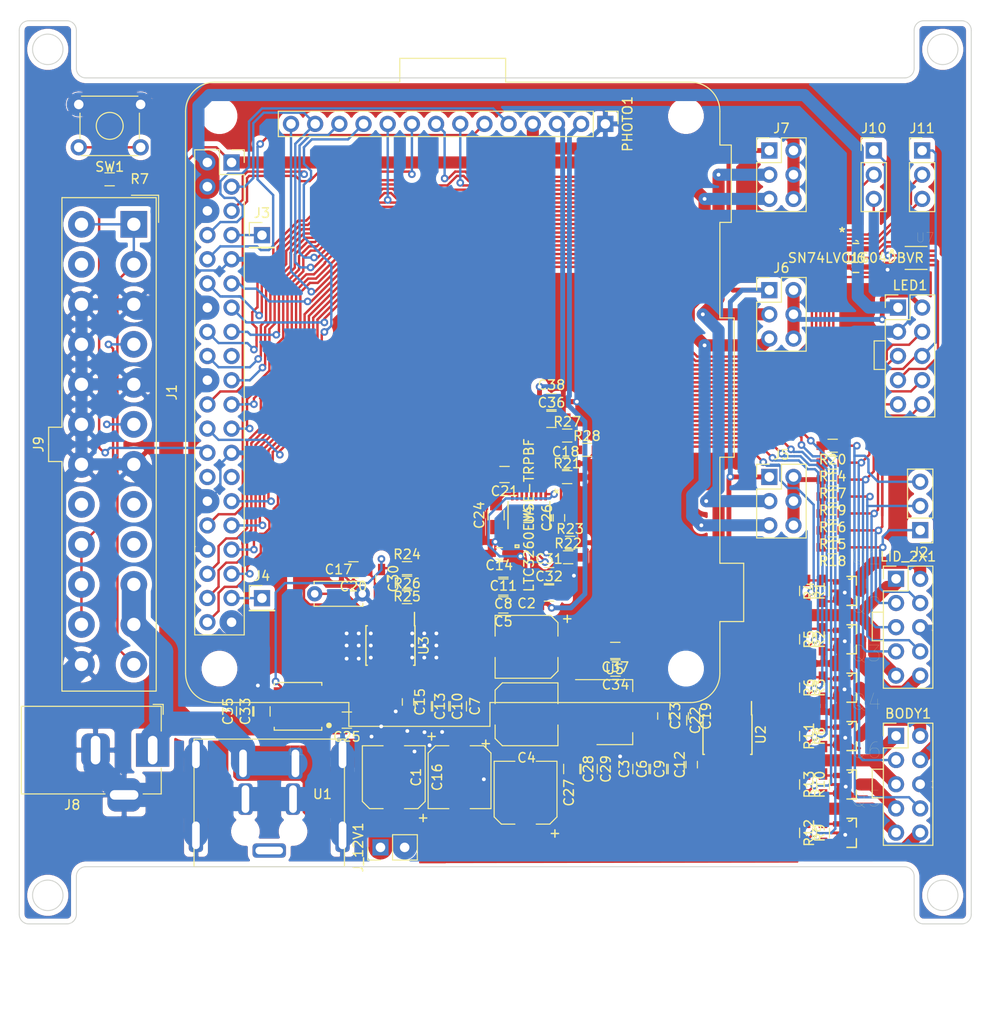
<source format=kicad_pcb>
(kicad_pcb (version 20171130) (host pcbnew "(5.1.6-0-10_14)")
  (layers (0 F.Cu signal) (31 B.Cu signal) (34 B.Paste user) (35 F.Paste user) (36 B.SilkS user) (37 F.SilkS user) (38 B.Mask user) (39 F.Mask user) (44 Edge.Cuts user))
  (net 0 "")
  (net 1 BODY_HEATER1B)
  (net 2 THERM_WELL)
  (net 3 FAN_BLACK_GND1)
  (net 4 GND)
  (net 5 FAN_BLACK_GND2)
  (net 6 THERM_EXT3)
  (net 7 BODY_HEATER2B)
  (net 8 "Net-(C17-Pad1)")
  (net 9 "Net-(C18-Pad1)")
  (net 10 "Net-(C19-Pad2)")
  (net 11 "Net-(C20-Pad1)")
  (net 12 "Net-(C21-Pad1)")
  (net 13 "Net-(C24-Pad1)")
  (net 14 /SheetPower/C-)
  (net 15 /SheetPower/BD_SW)
  (net 16 /SheetPower/BD_BOOT)
  (net 17 "Net-(C26-Pad1)")
  (net 18 /SheetPower/BD_FB)
  (net 19 THERM_LID2)
  (net 20 "Net-(J1-Pad26)")
  (net 21 PD_MUX_GPIO1)
  (net 22 SPI_MISO)
  (net 23 /FAN1)
  (net 24 PD_MUX_GPIO5)
  (net 25 GPIO7)
  (net 26 /FAN2)
  (net 27 SPI_SWITCH)
  (net 28 "Net-(J1-Pad17)")
  (net 29 THERM_AIR)
  (net 30 /LID_HEATER2)
  (net 31 /WELL_HEATER1)
  (net 32 THERM_LID1)
  (net 33 GPIO25)
  (net 34 SPI_MOSI)
  (net 35 PD_MUX_GPIO4)
  (net 36 /LID_HEATER1)
  (net 37 "Net-(J1-Pad28)")
  (net 38 "Net-(J1-Pad27)")
  (net 39 PD_MUX_GPIO3?)
  (net 40 /WELL_HEATER2)
  (net 41 ADC_DRDY)
  (net 42 SPI_SCLK)
  (net 43 /3V3_RASP)
  (net 44 I2C_SCL)
  (net 45 PD_MUX_GPIO2?)
  (net 46 LED_LAT)
  (net 47 I2C_SDA)
  (net 48 THERM_EXT2)
  (net 49 THERM_EXT1)
  (net 50 /VCC_THERM)
  (net 51 /VCC_LOGIC_LED)
  (net 52 /VCC_LOGIC_PHOTO)
  (net 53 "Net-(J9-Pad21)")
  (net 54 "Net-(J9-Pad20)")
  (net 55 "Net-(J9-Pad14)")
  (net 56 "Net-(J9-Pad1)")
  (net 57 "Net-(J9-Pad9)")
  (net 58 "Net-(J9-Pad8)")
  (net 59 PD_MUX_SPI_MOSI)
  (net 60 PD_MUX_GPIO2)
  (net 61 PD_MUX_GPIO3)
  (net 62 LED_SPI_MOSI)
  (net 63 LID_HEATER2B)
  (net 64 LID_HEATER1B)
  (net 65 PD_REF_PWM)
  (net 66 "Net-(Q1-Pad1)")
  (net 67 "Net-(Q2-Pad1)")
  (net 68 "Net-(Q3-Pad1)")
  (net 69 "Net-(Q4-Pad1)")
  (net 70 "Net-(Q5-Pad1)")
  (net 71 "Net-(Q6-Pad1)")
  (net 72 /SheetPower/ADJ+)
  (net 73 /SheetPower/ADJ-)
  (net 74 "Net-(U1-Pad5)")
  (net 75 "Net-(U2-Pad7)")
  (net 76 "Net-(U2-Pad3)")
  (net 77 "Net-(U5-Pad4)")
  (net 78 VCC_LOGIC)
  (net 79 /SheetSPI/SPI_SWITCH_INV)
  (net 80 "Net-(U6-Pad1)")
  (net 81 12V)
  (net 82 3V3_SENSE)
  (net 83 5V)
  (net 84 +10V)
  (net 85 3V3_REG)
  (net 86 -10V)
  (net 87 "Net-(R21-Pad1)")
  (net 88 "Net-(R24-Pad2)")
  (module Ninja-qPCR:Raspberry_Pi_3A+_Socketed_THT_FaceDown_MountingHoles (layer F.Cu) (at 77.323241 52.055321)
    (fp_text reference J1 (at -6.27 24.13 90) (layer F.SilkS))
    (fp_text value Raspberry_Pi_3A_Plus_wpi)
    (pad "" np_thru_hole circle (at -1.27 53.13 90) (size 2.75 2.75) (drill 2.75) (layers *.Cu *.Mask))
    (pad "" np_thru_hole circle (at 47.73 -4.87 90) (size 2.75 2.75) (drill 2.75) (layers *.Cu *.Mask))
    (pad "" np_thru_hole circle (at 47.73 53.13 90) (size 2.75 2.75) (drill 2.75) (layers *.Cu *.Mask))
    (pad "" np_thru_hole circle (at -1.27 -4.87 90) (size 2.75 2.75) (drill 2.75) (layers *.Cu *.Mask))
    (pad 40 thru_hole oval (at -2.54 48.26) (size 1.7 1.7) (drill 1) (layers *.Cu *.Mask) (net 19 THERM_LID2))
    (pad 39 thru_hole oval (at 0 48.26) (size 1.7 1.7) (drill 1) (layers *.Cu *.Mask) (net 4 GND))
    (pad 26 thru_hole oval (at -2.54 30.48) (size 1.7 1.7) (drill 1) (layers *.Cu *.Mask) (net 20 "Net-(J1-Pad26)"))
    (pad 25 thru_hole oval (at 0 30.48) (size 1.7 1.7) (drill 1) (layers *.Cu *.Mask) (net 4 GND))
    (pad 22 thru_hole oval (at -2.54 25.4) (size 1.7 1.7) (drill 1) (layers *.Cu *.Mask) (net 21 PD_MUX_GPIO1))
    (pad 21 thru_hole oval (at 0 25.4) (size 1.7 1.7) (drill 1) (layers *.Cu *.Mask) (net 22 SPI_MISO))
    (pad 30 thru_hole oval (at -2.54 35.56) (size 1.7 1.7) (drill 1) (layers *.Cu *.Mask) (net 4 GND))
    (pad 29 thru_hole oval (at 0 35.56) (size 1.7 1.7) (drill 1) (layers *.Cu *.Mask) (net 23 /FAN1))
    (pad 8 thru_hole oval (at -2.54 7.62) (size 1.7 1.7) (drill 1) (layers *.Cu *.Mask) (net 24 PD_MUX_GPIO5))
    (pad 7 thru_hole oval (at 0 7.62) (size 1.7 1.7) (drill 1) (layers *.Cu *.Mask) (net 25 GPIO7))
    (pad 32 thru_hole oval (at -2.54 38.1) (size 1.7 1.7) (drill 1) (layers *.Cu *.Mask) (net 65 PD_REF_PWM))
    (pad 31 thru_hole oval (at 0 38.1) (size 1.7 1.7) (drill 1) (layers *.Cu *.Mask) (net 26 /FAN2))
    (pad 18 thru_hole oval (at -2.54 20.32) (size 1.7 1.7) (drill 1) (layers *.Cu *.Mask) (net 27 SPI_SWITCH))
    (pad 17 thru_hole oval (at 0 20.32) (size 1.7 1.7) (drill 1) (layers *.Cu *.Mask) (net 28 "Net-(J1-Pad17)"))
    (pad 36 thru_hole oval (at -2.54 43.18) (size 1.7 1.7) (drill 1) (layers *.Cu *.Mask) (net 29 THERM_AIR))
    (pad 35 thru_hole oval (at 0 43.18) (size 1.7 1.7) (drill 1) (layers *.Cu *.Mask) (net 30 /LID_HEATER2))
    (pad 34 thru_hole oval (at -2.54 40.64) (size 1.7 1.7) (drill 1) (layers *.Cu *.Mask) (net 4 GND))
    (pad 33 thru_hole oval (at 0 40.64) (size 1.7 1.7) (drill 1) (layers *.Cu *.Mask) (net 31 /WELL_HEATER1))
    (pad 38 thru_hole oval (at -2.54 45.72) (size 1.7 1.7) (drill 1) (layers *.Cu *.Mask) (net 32 THERM_LID1))
    (pad 37 thru_hole oval (at 0 45.72) (size 1.7 1.7) (drill 1) (layers *.Cu *.Mask) (net 33 GPIO25))
    (pad 20 thru_hole oval (at -2.54 22.86) (size 1.7 1.7) (drill 1) (layers *.Cu *.Mask) (net 4 GND))
    (pad 19 thru_hole oval (at 0 22.86) (size 1.7 1.7) (drill 1) (layers *.Cu *.Mask) (net 34 SPI_MOSI))
    (pad 10 thru_hole oval (at -2.54 10.16) (size 1.7 1.7) (drill 1) (layers *.Cu *.Mask) (net 35 PD_MUX_GPIO4))
    (pad 9 thru_hole oval (at 0 10.16) (size 1.7 1.7) (drill 1) (layers *.Cu *.Mask) (net 4 GND))
    (pad 14 thru_hole oval (at -2.54 15.24) (size 1.7 1.7) (drill 1) (layers *.Cu *.Mask) (net 4 GND))
    (pad 13 thru_hole oval (at 0 15.24) (size 1.7 1.7) (drill 1) (layers *.Cu *.Mask) (net 36 /LID_HEATER1))
    (pad 28 thru_hole oval (at -2.54 33.02) (size 1.7 1.7) (drill 1) (layers *.Cu *.Mask) (net 37 "Net-(J1-Pad28)"))
    (pad 27 thru_hole oval (at 0 33.02) (size 1.7 1.7) (drill 1) (layers *.Cu *.Mask) (net 38 "Net-(J1-Pad27)"))
    (pad 12 thru_hole oval (at -2.54 12.7) (size 1.7 1.7) (drill 1) (layers *.Cu *.Mask) (net 39 PD_MUX_GPIO3?))
    (pad 11 thru_hole oval (at 0 12.7) (size 1.7 1.7) (drill 1) (layers *.Cu *.Mask) (net 40 /WELL_HEATER2))
    (pad 24 thru_hole oval (at -2.54 27.94) (size 1.7 1.7) (drill 1) (layers *.Cu *.Mask) (net 41 ADC_DRDY))
    (pad 23 thru_hole oval (at 0 27.94) (size 1.7 1.7) (drill 1) (layers *.Cu *.Mask) (net 42 SPI_SCLK))
    (pad 1 thru_hole rect (at 0 0) (size 1.7 1.7) (drill 1) (layers *.Cu *.Mask) (net 43 /3V3_RASP))
    (pad 2 thru_hole oval (at -2.54 0) (size 1.7 1.7) (drill 1) (layers *.Cu *.Mask) (net 83 5V))
    (pad 5 thru_hole oval (at 0 5.08) (size 1.7 1.7) (drill 1) (layers *.Cu *.Mask) (net 44 I2C_SCL))
    (pad 4 thru_hole oval (at -2.54 2.54) (size 1.7 1.7) (drill 1) (layers *.Cu *.Mask) (net 83 5V))
    (pad 16 thru_hole oval (at -2.54 17.78) (size 1.7 1.7) (drill 1) (layers *.Cu *.Mask) (net 45 PD_MUX_GPIO2?))
    (pad 15 thru_hole oval (at 0 17.78) (size 1.7 1.7) (drill 1) (layers *.Cu *.Mask) (net 46 LED_LAT))
    (pad 3 thru_hole oval (at 0 2.54) (size 1.7 1.7) (drill 1) (layers *.Cu *.Mask) (net 47 I2C_SDA))
    (pad 6 thru_hole oval (at -2.54 5.08) (size 1.7 1.7) (drill 1) (layers *.Cu *.Mask) (net 4 GND))
  )
  (module Resistors_SMD:R_0603_HandSoldering (layer F.Cu) (at 140.462 88.9 180)
    (fp_text reference R16 (at 0 -1.45) (layer F.SilkS))
    (fp_text value R)
    (pad 2 smd rect (at 1.1 0 180) (size 1.2 0.9) (layers F.Cu F.Paste F.Mask) (net 50 /VCC_THERM))
    (pad 1 smd rect (at -1.1 0 180) (size 1.2 0.9) (layers F.Cu F.Paste F.Mask) (net 32 THERM_LID1))
  )
  (module Ninja-qPCR:Con_2x05 (layer F.Cu) (at 147.1168 112.2426)
    (fp_text reference BODY1 (at 1.27 -2.33) (layer F.SilkS))
    (fp_text value Conn_02x05)
    (pad 10 thru_hole oval (at 2.54 10.16) (size 1.7 1.7) (drill 1) (layers *.Cu *.Mask) (net 7 BODY_HEATER2B))
    (pad 9 thru_hole oval (at 0 10.16) (size 1.7 1.7) (drill 1) (layers *.Cu *.Mask) (net 81 12V))
    (pad 8 thru_hole oval (at 2.54 7.62) (size 1.7 1.7) (drill 1) (layers *.Cu *.Mask) (net 6 THERM_EXT3))
    (pad 7 thru_hole oval (at 0 7.62) (size 1.7 1.7) (drill 1) (layers *.Cu *.Mask) (net 5 FAN_BLACK_GND2))
    (pad 6 thru_hole oval (at 2.54 5.08) (size 1.7 1.7) (drill 1) (layers *.Cu *.Mask) (net 4 GND))
    (pad 5 thru_hole oval (at 0 5.08) (size 1.7 1.7) (drill 1) (layers *.Cu *.Mask) (net 81 12V))
    (pad 4 thru_hole oval (at 2.54 2.54) (size 1.7 1.7) (drill 1) (layers *.Cu *.Mask) (net 3 FAN_BLACK_GND1))
    (pad 3 thru_hole oval (at 0 2.54) (size 1.7 1.7) (drill 1) (layers *.Cu *.Mask) (net 2 THERM_WELL))
    (pad 2 thru_hole oval (at 2.54 0) (size 1.7 1.7) (drill 1) (layers *.Cu *.Mask) (net 1 BODY_HEATER1B))
    (pad 1 thru_hole rect (at 0 0) (size 1.7 1.7) (drill 1) (layers *.Cu *.Mask) (net 81 12V))
  )
  (module Capacitors_SMD:CP_Elec_6.3x5.8 (layer F.Cu) (at 101.2698 116.586 270)
    (fp_text reference C1 (at 0 4.56 90) (layer F.SilkS))
    (fp_text value 100uF)
    (fp_text user + (at -4.28 3.01 90) (layer F.SilkS))
    (pad 2 smd rect (at 2.7 0 90) (size 3.5 1.6) (layers F.Cu F.Paste F.Mask) (net 4 GND))
    (pad 1 smd rect (at -2.7 0 90) (size 3.5 1.6) (layers F.Cu F.Paste F.Mask) (net 81 12V))
  )
  (module Capacitors_SMD:CP_Elec_6.3x5.8 (layer F.Cu) (at 108.3056 102.8954 180)
    (fp_text reference C2 (at 0 4.56) (layer F.SilkS))
    (fp_text value 100uF)
    (fp_text user + (at -4.28 3.01) (layer F.SilkS))
    (pad 1 smd rect (at -2.7 0) (size 3.5 1.6) (layers F.Cu F.Paste F.Mask) (net 81 12V))
    (pad 2 smd rect (at 2.7 0) (size 3.5 1.6) (layers F.Cu F.Paste F.Mask) (net 4 GND))
  )
  (module Capacitors_SMD:C_0805_HandSoldering (layer F.Cu) (at 120.3198 115.7224 90)
    (fp_text reference C3 (at 0 -1.75 90) (layer F.SilkS))
    (fp_text value 22uF)
    (pad 2 smd rect (at 1.25 0 90) (size 1.5 1.25) (layers F.Cu F.Paste F.Mask) (net 4 GND))
    (pad 1 smd rect (at -1.25 0 90) (size 1.5 1.25) (layers F.Cu F.Paste F.Mask) (net 81 12V))
  )
  (module Capacitors_SMD:CP_Elec_6.3x5.8 (layer F.Cu) (at 108.3056 109.982)
    (fp_text reference C4 (at 0 4.56) (layer F.SilkS))
    (fp_text value 100uF)
    (fp_text user + (at -4.28 3.01) (layer F.SilkS))
    (pad 1 smd rect (at -2.7 0 180) (size 3.5 1.6) (layers F.Cu F.Paste F.Mask) (net 81 12V))
    (pad 2 smd rect (at 2.7 0 180) (size 3.5 1.6) (layers F.Cu F.Paste F.Mask) (net 4 GND))
  )
  (module Capacitors_SMD:C_0805_HandSoldering (layer F.Cu) (at 105.8726 98.5012 180)
    (fp_text reference C5 (at 0 -1.75) (layer F.SilkS))
    (fp_text value 22uF)
    (pad 1 smd rect (at -1.25 0 180) (size 1.5 1.25) (layers F.Cu F.Paste F.Mask) (net 81 12V))
    (pad 2 smd rect (at 1.25 0 180) (size 1.5 1.25) (layers F.Cu F.Paste F.Mask) (net 4 GND))
  )
  (module Capacitors_SMD:C_0805_HandSoldering (layer F.Cu) (at 122.174 115.7224 90)
    (fp_text reference C6 (at 0 -1.75 90) (layer F.SilkS))
    (fp_text value 22uF)
    (pad 1 smd rect (at -1.25 0 90) (size 1.5 1.25) (layers F.Cu F.Paste F.Mask) (net 81 12V))
    (pad 2 smd rect (at 1.25 0 90) (size 1.5 1.25) (layers F.Cu F.Paste F.Mask) (net 4 GND))
  )
  (module Capacitors_SMD:C_0805_HandSoldering (layer F.Cu) (at 101.1428 109.1384 270)
    (fp_text reference C7 (at 0 -1.75 90) (layer F.SilkS))
    (fp_text value 10uF)
    (pad 1 smd rect (at -1.25 0 270) (size 1.5 1.25) (layers F.Cu F.Paste F.Mask) (net 81 12V))
    (pad 2 smd rect (at 1.25 0 270) (size 1.5 1.25) (layers F.Cu F.Paste F.Mask) (net 4 GND))
  )
  (module Capacitors_SMD:C_0805_HandSoldering (layer F.Cu) (at 105.8726 96.6216 180)
    (fp_text reference C8 (at 0 -1.75) (layer F.SilkS))
    (fp_text value 10uF)
    (pad 2 smd rect (at 1.25 0 180) (size 1.5 1.25) (layers F.Cu F.Paste F.Mask) (net 4 GND))
    (pad 1 smd rect (at -1.25 0 180) (size 1.5 1.25) (layers F.Cu F.Paste F.Mask) (net 81 12V))
  )
  (module Capacitors_SMD:C_0805_HandSoldering (layer F.Cu) (at 124.0282 115.7224 90)
    (fp_text reference C9 (at 0 -1.75 90) (layer F.SilkS))
    (fp_text value 0.1uF)
    (pad 2 smd rect (at 1.25 0 90) (size 1.5 1.25) (layers F.Cu F.Paste F.Mask) (net 4 GND))
    (pad 1 smd rect (at -1.25 0 90) (size 1.5 1.25) (layers F.Cu F.Paste F.Mask) (net 81 12V))
  )
  (module Capacitors_SMD:C_0805_HandSoldering (layer F.Cu) (at 99.2886 109.1438 270)
    (fp_text reference C10 (at 0 -1.75 90) (layer F.SilkS))
    (fp_text value 10uF)
    (pad 2 smd rect (at 1.25 0 270) (size 1.5 1.25) (layers F.Cu F.Paste F.Mask) (net 4 GND))
    (pad 1 smd rect (at -1.25 0 270) (size 1.5 1.25) (layers F.Cu F.Paste F.Mask) (net 81 12V))
  )
  (module Capacitors_SMD:C_0805_HandSoldering (layer F.Cu) (at 105.8726 94.742 180)
    (fp_text reference C11 (at 0 -1.75) (layer F.SilkS))
    (fp_text value 0.1uF)
    (pad 1 smd rect (at -1.25 0 180) (size 1.5 1.25) (layers F.Cu F.Paste F.Mask) (net 81 12V))
    (pad 2 smd rect (at 1.25 0 180) (size 1.5 1.25) (layers F.Cu F.Paste F.Mask) (net 4 GND))
  )
  (module Capacitors_SMD:C_0603_HandSoldering (layer F.Cu) (at 125.6538 115.2652 90)
    (fp_text reference C12 (at 0 -1.25 90) (layer F.SilkS))
    (fp_text value 0.01uF)
    (pad 1 smd rect (at -0.95 0 90) (size 1.2 0.75) (layers F.Cu F.Paste F.Mask) (net 81 12V))
    (pad 2 smd rect (at 0.95 0 90) (size 1.2 0.75) (layers F.Cu F.Paste F.Mask) (net 4 GND))
  )
  (module Capacitors_SMD:C_0805_HandSoldering (layer F.Cu) (at 97.4598 109.1438 270)
    (fp_text reference C13 (at 0 -1.75 90) (layer F.SilkS))
    (fp_text value 0.1uF)
    (pad 1 smd rect (at -1.25 0 270) (size 1.5 1.25) (layers F.Cu F.Paste F.Mask) (net 81 12V))
    (pad 2 smd rect (at 1.25 0 270) (size 1.5 1.25) (layers F.Cu F.Paste F.Mask) (net 4 GND))
  )
  (module Capacitors_SMD:C_0603_HandSoldering (layer F.Cu) (at 105.4354 93.091 180)
    (fp_text reference C14 (at 0 -1.25) (layer F.SilkS))
    (fp_text value 0.01uF)
    (pad 1 smd rect (at -0.95 0 180) (size 1.2 0.75) (layers F.Cu F.Paste F.Mask) (net 81 12V))
    (pad 2 smd rect (at 0.95 0 180) (size 1.2 0.75) (layers F.Cu F.Paste F.Mask) (net 4 GND))
  )
  (module Capacitors_SMD:C_0603_HandSoldering (layer F.Cu) (at 95.8596 108.6866 270)
    (fp_text reference C15 (at 0 -1.25 90) (layer F.SilkS))
    (fp_text value 0.01uF)
    (pad 2 smd rect (at 0.95 0 270) (size 1.2 0.75) (layers F.Cu F.Paste F.Mask) (net 4 GND))
    (pad 1 smd rect (at -0.95 0 270) (size 1.2 0.75) (layers F.Cu F.Paste F.Mask) (net 81 12V))
  )
  (module Capacitors_SMD:CP_Elec_6.3x5.8 (layer F.Cu) (at 94.361 116.586 90)
    (fp_text reference C16 (at 0 4.56 90) (layer F.SilkS))
    (fp_text value 100uF)
    (fp_text user + (at -4.28 3.01 90) (layer F.SilkS))
    (pad 1 smd rect (at -2.7 0 270) (size 3.5 1.6) (layers F.Cu F.Paste F.Mask) (net 81 12V))
    (pad 2 smd rect (at 2.7 0 270) (size 3.5 1.6) (layers F.Cu F.Paste F.Mask) (net 4 GND))
  )
  (module Capacitors_ThroughHole:C_Disc_D5.0mm_W2.5mm_P5.00mm (layer F.Cu) (at 86.0552 97.3328)
    (fp_text reference C17 (at 2.5 -2.56) (layer F.SilkS))
    (fp_text value 3300pF)
    (pad 2 thru_hole circle (at 5 0) (size 1.6 1.6) (drill 0.8) (layers *.Cu *.Mask) (net 4 GND))
    (pad 1 thru_hole circle (at 0 0) (size 1.6 1.6) (drill 0.8) (layers *.Cu *.Mask) (net 8 "Net-(C17-Pad1)"))
  )
  (module Capacitors_SMD:C_0603_HandSoldering (layer F.Cu) (at 112.4204 83.6676)
    (fp_text reference C18 (at 0 -1.25) (layer F.SilkS))
    (fp_text value 0.01uF)
    (pad 2 smd rect (at 0.95 0) (size 1.2 0.75) (layers F.Cu F.Paste F.Mask) (net 4 GND))
    (pad 1 smd rect (at -0.95 0) (size 1.2 0.75) (layers F.Cu F.Paste F.Mask) (net 9 "Net-(C18-Pad1)"))
  )
  (module Capacitors_SMD:C_0603_HandSoldering (layer F.Cu) (at 125.9078 110.1598 270)
    (fp_text reference C19 (at 0 -1.25 90) (layer F.SilkS))
    (fp_text value 0.01uF)
    (pad 1 smd rect (at -0.95 0 270) (size 1.2 0.75) (layers F.Cu F.Paste F.Mask) (net 82 3V3_SENSE))
    (pad 2 smd rect (at 0.95 0 270) (size 1.2 0.75) (layers F.Cu F.Paste F.Mask) (net 10 "Net-(C19-Pad2)"))
  )
  (module Capacitors_SMD:C_0805_HandSoldering (layer F.Cu) (at 90.11952 94.81566 180)
    (fp_text reference C20 (at 0 -1.75) (layer F.SilkS))
    (fp_text value 1uF)
    (pad 2 smd rect (at 1.25 0 180) (size 1.5 1.25) (layers F.Cu F.Paste F.Mask) (net 4 GND))
    (pad 1 smd rect (at -1.25 0 180) (size 1.5 1.25) (layers F.Cu F.Paste F.Mask) (net 11 "Net-(C20-Pad1)"))
  )
  (module Capacitors_SMD:C_0805_HandSoldering (layer F.Cu) (at 105.9942 84.8106 180)
    (fp_text reference C21 (at 0 -1.75) (layer F.SilkS))
    (fp_text value 10uF)
    (pad 1 smd rect (at -1.25 0 180) (size 1.5 1.25) (layers F.Cu F.Paste F.Mask) (net 12 "Net-(C21-Pad1)"))
    (pad 2 smd rect (at 1.25 0 180) (size 1.5 1.25) (layers F.Cu F.Paste F.Mask) (net 4 GND))
  )
  (module Capacitors_SMD:C_0805_HandSoldering (layer F.Cu) (at 124.2822 110.617 270)
    (fp_text reference C22 (at 0 -1.75 90) (layer F.SilkS))
    (fp_text value 22uF)
    (pad 2 smd rect (at 1.25 0 270) (size 1.5 1.25) (layers F.Cu F.Paste F.Mask) (net 4 GND))
    (pad 1 smd rect (at -1.25 0 270) (size 1.5 1.25) (layers F.Cu F.Paste F.Mask) (net 82 3V3_SENSE))
  )
  (module Capacitors_SMD:C_0603_HandSoldering (layer F.Cu) (at 122.682 110.1598 270)
    (fp_text reference C23 (at 0 -1.25 90) (layer F.SilkS))
    (fp_text value 820pF)
    (pad 2 smd rect (at 0.95 0 270) (size 1.2 0.75) (layers F.Cu F.Paste F.Mask) (net 4 GND))
    (pad 1 smd rect (at -0.95 0 270) (size 1.2 0.75) (layers F.Cu F.Paste F.Mask) (net 82 3V3_SENSE))
  )
  (module Capacitors_SMD:C_0805_HandSoldering (layer F.Cu) (at 105.1052 89.0778 90)
    (fp_text reference C24 (at 0 -1.75 90) (layer F.SilkS))
    (fp_text value 1uF)
    (pad 2 smd rect (at 1.25 0 90) (size 1.5 1.25) (layers F.Cu F.Paste F.Mask) (net 14 /SheetPower/C-))
    (pad 1 smd rect (at -1.25 0 90) (size 1.5 1.25) (layers F.Cu F.Paste F.Mask) (net 13 "Net-(C24-Pad1)"))
  )
  (module Capacitors_SMD:C_0805_HandSoldering (layer F.Cu) (at 89.4334 110.5916 180)
    (fp_text reference C25 (at 0 -1.75) (layer F.SilkS))
    (fp_text value 0.1uF)
    (pad 1 smd rect (at -1.25 0 180) (size 1.5 1.25) (layers F.Cu F.Paste F.Mask) (net 16 /SheetPower/BD_BOOT))
    (pad 2 smd rect (at 1.25 0 180) (size 1.5 1.25) (layers F.Cu F.Paste F.Mask) (net 15 /SheetPower/BD_SW))
  )
  (module Capacitors_SMD:C_0603_HandSoldering (layer F.Cu) (at 111.7092 89.3572 90)
    (fp_text reference C26 (at 0 -1.25 90) (layer F.SilkS))
    (fp_text value 0.01uF)
    (pad 1 smd rect (at -0.95 0 90) (size 1.2 0.75) (layers F.Cu F.Paste F.Mask) (net 17 "Net-(C26-Pad1)"))
    (pad 2 smd rect (at 0.95 0 90) (size 1.2 0.75) (layers F.Cu F.Paste F.Mask) (net 4 GND))
  )
  (module Capacitors_SMD:CP_Elec_6.3x5.8 (layer F.Cu) (at 108.204 118.2116 90)
    (fp_text reference C27 (at 0 4.56 90) (layer F.SilkS))
    (fp_text value 100uF)
    (fp_text user + (at -4.28 3.01 90) (layer F.SilkS))
    (pad 1 smd rect (at -2.7 0 270) (size 3.5 1.6) (layers F.Cu F.Paste F.Mask) (net 81 12V))
    (pad 2 smd rect (at 2.7 0 270) (size 3.5 1.6) (layers F.Cu F.Paste F.Mask) (net 4 GND))
  )
  (module Capacitors_SMD:C_0805_HandSoldering (layer F.Cu) (at 113.0554 115.7224 270)
    (fp_text reference C28 (at 0 -1.75 90) (layer F.SilkS))
    (fp_text value 22uF)
    (pad 1 smd rect (at -1.25 0 270) (size 1.5 1.25) (layers F.Cu F.Paste F.Mask) (net 81 12V))
    (pad 2 smd rect (at 1.25 0 270) (size 1.5 1.25) (layers F.Cu F.Paste F.Mask) (net 4 GND))
  )
  (module Capacitors_SMD:C_0805_HandSoldering (layer F.Cu) (at 114.8842 115.7224 270)
    (fp_text reference C29 (at 0 -1.75 90) (layer F.SilkS))
    (fp_text value 0.1uF)
    (pad 2 smd rect (at 1.25 0 270) (size 1.5 1.25) (layers F.Cu F.Paste F.Mask) (net 4 GND))
    (pad 1 smd rect (at -1.25 0 270) (size 1.5 1.25) (layers F.Cu F.Paste F.Mask) (net 81 12V))
  )
  (module Capacitors_SMD:C_0603_HandSoldering (layer F.Cu) (at 93.0783 95.7351 270)
    (fp_text reference C30 (at 0 -1.25 90) (layer F.SilkS))
    (fp_text value "(5-100pF)")
    (pad 1 smd rect (at -0.95 0 270) (size 1.2 0.75) (layers F.Cu F.Paste F.Mask) (net 83 5V))
    (pad 2 smd rect (at 0.95 0 270) (size 1.2 0.75) (layers F.Cu F.Paste F.Mask) (net 18 /SheetPower/BD_FB))
  )
  (module Capacitors_SMD:C_0805_HandSoldering (layer F.Cu) (at 110.6678 95.4278)
    (fp_text reference C31 (at 0 -1.75) (layer F.SilkS))
    (fp_text value 10uF)
    (pad 2 smd rect (at 1.25 0) (size 1.5 1.25) (layers F.Cu F.Paste F.Mask) (net 4 GND))
    (pad 1 smd rect (at -1.25 0) (size 1.5 1.25) (layers F.Cu F.Paste F.Mask) (net 84 +10V))
  )
  (module Capacitors_SMD:C_0805_HandSoldering (layer F.Cu) (at 110.6678 97.2566)
    (fp_text reference C32 (at 0 -1.75) (layer F.SilkS))
    (fp_text value 0.1uF)
    (pad 2 smd rect (at 1.25 0) (size 1.5 1.25) (layers F.Cu F.Paste F.Mask) (net 4 GND))
    (pad 1 smd rect (at -1.25 0) (size 1.5 1.25) (layers F.Cu F.Paste F.Mask) (net 84 +10V))
  )
  (module Capacitors_SMD:C_0805_HandSoldering (layer F.Cu) (at 80.52054 109.6772 90)
    (fp_text reference C33 (at 0 -1.75 90) (layer F.SilkS))
    (fp_text value 22uF)
    (pad 2 smd rect (at 1.25 0 90) (size 1.5 1.25) (layers F.Cu F.Paste F.Mask) (net 4 GND))
    (pad 1 smd rect (at -1.25 0 90) (size 1.5 1.25) (layers F.Cu F.Paste F.Mask) (net 83 5V))
  )
  (module Capacitors_SMD:C_0805_HandSoldering (layer F.Cu) (at 117.6528 105.1306 180)
    (fp_text reference C34 (at 0 -1.75) (layer F.SilkS))
    (fp_text value 22uF)
    (pad 1 smd rect (at -1.25 0 180) (size 1.5 1.25) (layers F.Cu F.Paste F.Mask) (net 85 3V3_REG))
    (pad 2 smd rect (at 1.25 0 180) (size 1.5 1.25) (layers F.Cu F.Paste F.Mask) (net 4 GND))
  )
  (module Capacitors_SMD:C_0805_HandSoldering (layer F.Cu) (at 78.69428 109.6772 90)
    (fp_text reference C35 (at 0 -1.75 90) (layer F.SilkS))
    (fp_text value 22uF)
    (pad 1 smd rect (at -1.25 0 90) (size 1.5 1.25) (layers F.Cu F.Paste F.Mask) (net 83 5V))
    (pad 2 smd rect (at 1.25 0 90) (size 1.5 1.25) (layers F.Cu F.Paste F.Mask) (net 4 GND))
  )
  (module Capacitors_SMD:C_0805_HandSoldering (layer F.Cu) (at 110.9272 79.0194)
    (fp_text reference C36 (at 0 -1.75) (layer F.SilkS))
    (fp_text value 10uF)
    (pad 2 smd rect (at 1.25 0) (size 1.5 1.25) (layers F.Cu F.Paste F.Mask) (net 4 GND))
    (pad 1 smd rect (at -1.25 0) (size 1.5 1.25) (layers F.Cu F.Paste F.Mask) (net 86 -10V))
  )
  (module Capacitors_SMD:C_0805_HandSoldering (layer F.Cu) (at 117.6274 103.2764 180)
    (fp_text reference C37 (at 0 -1.75) (layer F.SilkS))
    (fp_text value 0.1uF)
    (pad 2 smd rect (at 1.25 0 180) (size 1.5 1.25) (layers F.Cu F.Paste F.Mask) (net 4 GND))
    (pad 1 smd rect (at -1.25 0 180) (size 1.5 1.25) (layers F.Cu F.Paste F.Mask) (net 85 3V3_REG))
  )
  (module Capacitors_SMD:C_0805_HandSoldering (layer F.Cu) (at 110.9218 77.1652)
    (fp_text reference C38 (at 0 -1.75) (layer F.SilkS))
    (fp_text value 0.1uF)
    (pad 1 smd rect (at -1.25 0) (size 1.5 1.25) (layers F.Cu F.Paste F.Mask) (net 86 -10V))
    (pad 2 smd rect (at 1.25 0) (size 1.5 1.25) (layers F.Cu F.Paste F.Mask) (net 4 GND))
  )
  (module Pin_Headers:Pin_Header_Straight_1x03_Pitch2.54mm (layer F.Cu) (at 149.6568 90.6526 180)
    (fp_text reference J2 (at 0 -2.33) (layer F.SilkS))
    (fp_text value Conn_01x03_Male)
    (pad 1 thru_hole rect (at 0 0 180) (size 1.7 1.7) (drill 1) (layers *.Cu *.Mask) (net 49 THERM_EXT1))
    (pad 2 thru_hole oval (at 0 2.54 180) (size 1.7 1.7) (drill 1) (layers *.Cu *.Mask) (net 48 THERM_EXT2))
    (pad 3 thru_hole oval (at 0 5.08 180) (size 1.7 1.7) (drill 1) (layers *.Cu *.Mask) (net 6 THERM_EXT3))
  )
  (module Pin_Headers:Pin_Header_Straight_1x01_Pitch2.54mm (layer F.Cu) (at 80.518 59.69)
    (fp_text reference J3 (at 0 -2.33) (layer F.SilkS))
    (fp_text value Conn_01x01_Male)
    (pad 1 thru_hole rect (at 0 0) (size 1.7 1.7) (drill 1) (layers *.Cu *.Mask) (net 25 GPIO7))
  )
  (module Pin_Headers:Pin_Header_Straight_1x01_Pitch2.54mm (layer F.Cu) (at 80.518 97.79)
    (fp_text reference J4 (at 0 -2.33) (layer F.SilkS))
    (fp_text value Conn_01x01_Male)
    (pad 1 thru_hole rect (at 0 0) (size 1.7 1.7) (drill 1) (layers *.Cu *.Mask) (net 33 GPIO25))
  )
  (module Pin_Headers:Pin_Header_Straight_2x03_Pitch2.54mm (layer F.Cu) (at 133.8072 85.0646)
    (fp_text reference J5 (at 1.27 -2.33) (layer F.SilkS))
    (fp_text value Conn_02x03_Odd_Even)
    (pad 1 thru_hole rect (at 0 0) (size 1.7 1.7) (drill 1) (layers *.Cu *.Mask) (net 82 3V3_SENSE))
    (pad 2 thru_hole oval (at 2.54 0) (size 1.7 1.7) (drill 1) (layers *.Cu *.Mask) (net 50 /VCC_THERM))
    (pad 3 thru_hole oval (at 0 2.54) (size 1.7 1.7) (drill 1) (layers *.Cu *.Mask) (net 85 3V3_REG))
    (pad 4 thru_hole oval (at 2.54 2.54) (size 1.7 1.7) (drill 1) (layers *.Cu *.Mask) (net 50 /VCC_THERM))
    (pad 5 thru_hole oval (at 0 5.08) (size 1.7 1.7) (drill 1) (layers *.Cu *.Mask) (net 43 /3V3_RASP))
    (pad 6 thru_hole oval (at 2.54 5.08) (size 1.7 1.7) (drill 1) (layers *.Cu *.Mask) (net 50 /VCC_THERM))
  )
  (module Pin_Headers:Pin_Header_Straight_2x03_Pitch2.54mm (layer F.Cu) (at 133.8072 65.4558)
    (fp_text reference J6 (at 1.27 -2.33) (layer F.SilkS))
    (fp_text value Conn_02x03_Odd_Even)
    (pad 1 thru_hole rect (at 0 0) (size 1.7 1.7) (drill 1) (layers *.Cu *.Mask) (net 82 3V3_SENSE))
    (pad 2 thru_hole oval (at 2.54 0) (size 1.7 1.7) (drill 1) (layers *.Cu *.Mask) (net 51 /VCC_LOGIC_LED))
    (pad 3 thru_hole oval (at 0 2.54) (size 1.7 1.7) (drill 1) (layers *.Cu *.Mask) (net 85 3V3_REG))
    (pad 4 thru_hole oval (at 2.54 2.54) (size 1.7 1.7) (drill 1) (layers *.Cu *.Mask) (net 51 /VCC_LOGIC_LED))
    (pad 5 thru_hole oval (at 0 5.08) (size 1.7 1.7) (drill 1) (layers *.Cu *.Mask) (net 43 /3V3_RASP))
    (pad 6 thru_hole oval (at 2.54 5.08) (size 1.7 1.7) (drill 1) (layers *.Cu *.Mask) (net 51 /VCC_LOGIC_LED))
  )
  (module Pin_Headers:Pin_Header_Straight_2x03_Pitch2.54mm (layer F.Cu) (at 133.8072 50.8)
    (fp_text reference J7 (at 1.27 -2.33) (layer F.SilkS))
    (fp_text value Conn_02x03_Odd_Even)
    (pad 6 thru_hole oval (at 2.54 5.08) (size 1.7 1.7) (drill 1) (layers *.Cu *.Mask) (net 52 /VCC_LOGIC_PHOTO))
    (pad 5 thru_hole oval (at 0 5.08) (size 1.7 1.7) (drill 1) (layers *.Cu *.Mask) (net 43 /3V3_RASP))
    (pad 4 thru_hole oval (at 2.54 2.54) (size 1.7 1.7) (drill 1) (layers *.Cu *.Mask) (net 52 /VCC_LOGIC_PHOTO))
    (pad 3 thru_hole oval (at 0 2.54) (size 1.7 1.7) (drill 1) (layers *.Cu *.Mask) (net 85 3V3_REG))
    (pad 2 thru_hole oval (at 2.54 0) (size 1.7 1.7) (drill 1) (layers *.Cu *.Mask) (net 52 /VCC_LOGIC_PHOTO))
    (pad 1 thru_hole rect (at 0 0) (size 1.7 1.7) (drill 1) (layers *.Cu *.Mask) (net 82 3V3_SENSE))
  )
  (module Connector_BarrelJack:BarrelJack_Horizontal (layer F.Cu) (at 69.0372 113.7412)
    (fp_text reference J8 (at -8.45 5.75) (layer F.SilkS))
    (fp_text value Barrel_Jack_Switch)
    (pad 1 thru_hole rect (at 0 0) (size 3.5 3.5) (drill oval 1 3) (layers *.Cu *.Mask) (net 81 12V))
    (pad 2 thru_hole roundrect (at -6 0) (size 3 3.5) (drill oval 1 3) (layers *.Cu *.Mask) (net 4 GND))
    (pad 3 thru_hole roundrect (at -3 4.7) (size 3.5 3.5) (drill oval 3 1) (layers *.Cu *.Mask) (net 4 GND))
  )
  (module Connectors_Molex:Molex_MiniFit-JR-5556-24A_2x12x4.20mm_Straight (layer F.Cu) (at 67.056 58.547 270)
    (fp_text reference J9 (at 23.1 10 90) (layer F.SilkS))
    (fp_text value ATX-24)
    (pad 24 thru_hole circle (at 46.2 5.5 270) (size 2.8 2.8) (drill 1.4) (layers *.Cu *.Mask) (net 4 GND))
    (pad 23 thru_hole circle (at 42 5.5 270) (size 2.8 2.8) (drill 1.4) (layers *.Cu *.Mask) (net 53 "Net-(J9-Pad21)"))
    (pad 22 thru_hole circle (at 37.8 5.5 270) (size 2.8 2.8) (drill 1.4) (layers *.Cu *.Mask) (net 53 "Net-(J9-Pad21)"))
    (pad 21 thru_hole circle (at 33.6 5.5 270) (size 2.8 2.8) (drill 1.4) (layers *.Cu *.Mask) (net 53 "Net-(J9-Pad21)"))
    (pad 20 thru_hole circle (at 29.4 5.5 270) (size 2.8 2.8) (drill 1.4) (layers *.Cu *.Mask) (net 54 "Net-(J9-Pad20)"))
    (pad 19 thru_hole circle (at 25.2 5.5 270) (size 2.8 2.8) (drill 1.4) (layers *.Cu *.Mask) (net 4 GND))
    (pad 18 thru_hole circle (at 21 5.5 270) (size 2.8 2.8) (drill 1.4) (layers *.Cu *.Mask) (net 4 GND))
    (pad 17 thru_hole circle (at 16.8 5.5 270) (size 2.8 2.8) (drill 1.4) (layers *.Cu *.Mask) (net 4 GND))
    (pad 16 thru_hole circle (at 12.6 5.5 270) (size 2.8 2.8) (drill 1.4) (layers *.Cu *.Mask) (net 4 GND))
    (pad 15 thru_hole circle (at 8.4 5.5 270) (size 2.8 2.8) (drill 1.4) (layers *.Cu *.Mask) (net 4 GND))
    (pad 14 thru_hole circle (at 4.2 5.5 270) (size 2.8 2.8) (drill 1.4) (layers *.Cu *.Mask) (net 55 "Net-(J9-Pad14)"))
    (pad 13 thru_hole circle (at 0 5.5 270) (size 2.8 2.8) (drill 1.4) (layers *.Cu *.Mask) (net 56 "Net-(J9-Pad1)"))
    (pad 12 thru_hole circle (at 46.2 0 270) (size 2.8 2.8) (drill 1.4) (layers *.Cu *.Mask) (net 56 "Net-(J9-Pad1)"))
    (pad 11 thru_hole circle (at 42 0 270) (size 2.8 2.8) (drill 1.4) (layers *.Cu *.Mask) (net 81 12V))
    (pad 10 thru_hole circle (at 37.8 0 270) (size 2.8 2.8) (drill 1.4) (layers *.Cu *.Mask) (net 81 12V))
    (pad 9 thru_hole circle (at 33.6 0 270) (size 2.8 2.8) (drill 1.4) (layers *.Cu *.Mask) (net 57 "Net-(J9-Pad9)"))
    (pad 8 thru_hole circle (at 29.4 0 270) (size 2.8 2.8) (drill 1.4) (layers *.Cu *.Mask) (net 58 "Net-(J9-Pad8)"))
    (pad 7 thru_hole circle (at 25.2 0 270) (size 2.8 2.8) (drill 1.4) (layers *.Cu *.Mask) (net 4 GND))
    (pad 6 thru_hole circle (at 21 0 270) (size 2.8 2.8) (drill 1.4) (layers *.Cu *.Mask) (net 53 "Net-(J9-Pad21)"))
    (pad 5 thru_hole circle (at 16.8 0 270) (size 2.8 2.8) (drill 1.4) (layers *.Cu *.Mask) (net 4 GND))
    (pad 4 thru_hole circle (at 12.6 0 270) (size 2.8 2.8) (drill 1.4) (layers *.Cu *.Mask) (net 53 "Net-(J9-Pad21)"))
    (pad 3 thru_hole circle (at 8.4 0 270) (size 2.8 2.8) (drill 1.4) (layers *.Cu *.Mask) (net 4 GND))
    (pad 2 thru_hole circle (at 4.2 0 270) (size 2.8 2.8) (drill 1.4) (layers *.Cu *.Mask) (net 56 "Net-(J9-Pad1)"))
    (pad 1 thru_hole rect (at 0 0 270) (size 2.8 2.8) (drill 1.4) (layers *.Cu *.Mask) (net 56 "Net-(J9-Pad1)"))
  )
  (module Pin_Headers:Pin_Header_Straight_1x03_Pitch2.54mm (layer F.Cu) (at 144.78 50.8)
    (fp_text reference J10 (at 0 -2.33) (layer F.SilkS))
    (fp_text value Conn_01x03_Male)
    (pad 3 thru_hole oval (at 0 5.08) (size 1.7 1.7) (drill 1) (layers *.Cu *.Mask) (net 45 PD_MUX_GPIO2?))
    (pad 2 thru_hole oval (at 0 2.54) (size 1.7 1.7) (drill 1) (layers *.Cu *.Mask) (net 60 PD_MUX_GPIO2))
    (pad 1 thru_hole rect (at 0 0) (size 1.7 1.7) (drill 1) (layers *.Cu *.Mask) (net 59 PD_MUX_SPI_MOSI))
  )
  (module Pin_Headers:Pin_Header_Straight_1x03_Pitch2.54mm (layer F.Cu) (at 149.86 50.8)
    (fp_text reference J11 (at 0 -2.33) (layer F.SilkS))
    (fp_text value Conn_01x03_Male)
    (pad 1 thru_hole rect (at 0 0) (size 1.7 1.7) (drill 1) (layers *.Cu *.Mask) (net 42 SPI_SCLK))
    (pad 2 thru_hole oval (at 0 2.54) (size 1.7 1.7) (drill 1) (layers *.Cu *.Mask) (net 61 PD_MUX_GPIO3))
    (pad 3 thru_hole oval (at 0 5.08) (size 1.7 1.7) (drill 1) (layers *.Cu *.Mask) (net 39 PD_MUX_GPIO3?))
  )
  (module Pin_Headers:Pin_Header_Straight_1x02_Pitch2.54mm (layer F.Cu) (at 92.964 123.952 90)
    (fp_text reference J_12V1 (at 0 -2.33 90) (layer F.SilkS))
    (fp_text value Conn_01x02_Male)
    (pad 2 thru_hole oval (at 0 2.54 90) (size 1.7 1.7) (drill 1) (layers *.Cu *.Mask) (net 4 GND))
    (pad 1 thru_hole rect (at 0 0 90) (size 1.7 1.7) (drill 1) (layers *.Cu *.Mask) (net 81 12V))
  )
  (module Ninja-qPCR:IND_VLS5045EX-4R7M (layer F.Cu) (at 84.3026 109.1438 180)
    (fp_text reference L1 (at 0.175105 -4.637725) (layer F.SilkS) (effects (font (size 1.000591 1.000591) (thickness 0.015))))
    (fp_text value "3.3uH(ALPS GLMC / TDK SPM6530)")
    (pad 1 smd rect (at -1.8 0 180) (size 1.5 4) (layers F.Cu F.Paste F.Mask) (net 15 /SheetPower/BD_SW))
    (pad 2 smd rect (at 1.8 0 180) (size 1.5 4) (layers F.Cu F.Paste F.Mask) (net 83 5V))
  )
  (module Ninja-qPCR:Con_2x05 (layer F.Cu) (at 147.32 67.2846)
    (fp_text reference LED1 (at 1.27 -2.33) (layer F.SilkS))
    (fp_text value Conn_02x05)
    (pad 1 thru_hole rect (at 0 0) (size 1.7 1.7) (drill 1) (layers *.Cu *.Mask) (net 83 5V))
    (pad 2 thru_hole oval (at 2.54 0) (size 1.7 1.7) (drill 1) (layers *.Cu *.Mask) (net 51 /VCC_LOGIC_LED))
    (pad 3 thru_hole oval (at 0 2.54) (size 1.7 1.7) (drill 1) (layers *.Cu *.Mask) (net 4 GND))
    (pad 4 thru_hole oval (at 2.54 2.54) (size 1.7 1.7) (drill 1) (layers *.Cu *.Mask) (net 65 PD_REF_PWM))
    (pad 5 thru_hole oval (at 0 5.08) (size 1.7 1.7) (drill 1) (layers *.Cu *.Mask) (net 46 LED_LAT))
    (pad 6 thru_hole oval (at 2.54 5.08) (size 1.7 1.7) (drill 1) (layers *.Cu *.Mask) (net 42 SPI_SCLK))
    (pad 7 thru_hole oval (at 0 7.62) (size 1.7 1.7) (drill 1) (layers *.Cu *.Mask) (net 62 LED_SPI_MOSI))
    (pad 8 thru_hole oval (at 2.54 7.62) (size 1.7 1.7) (drill 1) (layers *.Cu *.Mask) (net 22 SPI_MISO))
    (pad 9 thru_hole oval (at 0 10.16) (size 1.7 1.7) (drill 1) (layers *.Cu *.Mask) (net 44 I2C_SCL))
    (pad 10 thru_hole oval (at 2.54 10.16) (size 1.7 1.7) (drill 1) (layers *.Cu *.Mask) (net 47 I2C_SDA))
  )
  (module Ninja-qPCR:Con_2x05 (layer F.Cu) (at 147.1168 95.758)
    (fp_text reference LID_2X1 (at 1.27 -2.33) (layer F.SilkS))
    (fp_text value Conn_02x05)
    (pad 1 thru_hole rect (at 0 0) (size 1.7 1.7) (drill 1) (layers *.Cu *.Mask) (net 81 12V))
    (pad 2 thru_hole oval (at 2.54 0) (size 1.7 1.7) (drill 1) (layers *.Cu *.Mask) (net 64 LID_HEATER1B))
    (pad 3 thru_hole oval (at 0 2.54) (size 1.7 1.7) (drill 1) (layers *.Cu *.Mask) (net 29 THERM_AIR))
    (pad 4 thru_hole oval (at 2.54 2.54) (size 1.7 1.7) (drill 1) (layers *.Cu *.Mask) (net 49 THERM_EXT1))
    (pad 5 thru_hole oval (at 0 5.08) (size 1.7 1.7) (drill 1) (layers *.Cu *.Mask) (net 32 THERM_LID1))
    (pad 6 thru_hole oval (at 2.54 5.08) (size 1.7 1.7) (drill 1) (layers *.Cu *.Mask) (net 4 GND))
    (pad 7 thru_hole oval (at 0 7.62) (size 1.7 1.7) (drill 1) (layers *.Cu *.Mask) (net 19 THERM_LID2))
    (pad 8 thru_hole oval (at 2.54 7.62) (size 1.7 1.7) (drill 1) (layers *.Cu *.Mask) (net 48 THERM_EXT2))
    (pad 9 thru_hole oval (at 0 10.16) (size 1.7 1.7) (drill 1) (layers *.Cu *.Mask) (net 81 12V))
    (pad 10 thru_hole oval (at 2.54 10.16) (size 1.7 1.7) (drill 1) (layers *.Cu *.Mask) (net 63 LID_HEATER2B))
  )
  (module Pin_Headers:Pin_Header_Straight_1x14_Pitch2.54mm (layer F.Cu) (at 116.586 48.006 270)
    (fp_text reference PHOTO1 (at 0 -2.33 90) (layer F.SilkS))
    (fp_text value Conn_01x14_Male)
    (pad 1 thru_hole rect (at 0 0 270) (size 1.7 1.7) (drill 1) (layers *.Cu *.Mask) (net 4 GND))
    (pad 2 thru_hole oval (at 0 2.54 270) (size 1.7 1.7) (drill 1) (layers *.Cu *.Mask) (net 84 +10V))
    (pad 3 thru_hole oval (at 0 5.08 270) (size 1.7 1.7) (drill 1) (layers *.Cu *.Mask) (net 86 -10V))
    (pad 4 thru_hole oval (at 0 7.62 270) (size 1.7 1.7) (drill 1) (layers *.Cu *.Mask) (net 52 /VCC_LOGIC_PHOTO))
    (pad 5 thru_hole oval (at 0 10.16 270) (size 1.7 1.7) (drill 1) (layers *.Cu *.Mask) (net 24 PD_MUX_GPIO5))
    (pad 6 thru_hole oval (at 0 12.7 270) (size 1.7 1.7) (drill 1) (layers *.Cu *.Mask) (net 35 PD_MUX_GPIO4))
    (pad 7 thru_hole oval (at 0 15.24 270) (size 1.7 1.7) (drill 1) (layers *.Cu *.Mask) (net 61 PD_MUX_GPIO3))
    (pad 8 thru_hole oval (at 0 17.78 270) (size 1.7 1.7) (drill 1) (layers *.Cu *.Mask) (net 60 PD_MUX_GPIO2))
    (pad 9 thru_hole oval (at 0 20.32 270) (size 1.7 1.7) (drill 1) (layers *.Cu *.Mask) (net 21 PD_MUX_GPIO1))
    (pad 10 thru_hole oval (at 0 22.86 270) (size 1.7 1.7) (drill 1) (layers *.Cu *.Mask) (net 65 PD_REF_PWM))
    (pad 11 thru_hole oval (at 0 25.4 270) (size 1.7 1.7) (drill 1) (layers *.Cu *.Mask) (net 41 ADC_DRDY))
    (pad 12 thru_hole oval (at 0 27.94 270) (size 1.7 1.7) (drill 1) (layers *.Cu *.Mask) (net 44 I2C_SCL))
    (pad 13 thru_hole oval (at 0 30.48 270) (size 1.7 1.7) (drill 1) (layers *.Cu *.Mask) (net 47 I2C_SDA))
    (pad 14 thru_hole oval (at 0 33.02 270) (size 1.7 1.7) (drill 1) (layers *.Cu *.Mask) (net 2 THERM_WELL))
  )
  (module Ninja-qPCR:SOT95P240X112-3N (layer F.Cu) (at 142.24 97.028)
    (fp_text reference Q1 (at 1.753325 -3.582855) (layer F.SilkS) (effects (font (size 1.640669 1.640669) (thickness 0.015))))
    (fp_text value Q_NMOS_GSD)
    (pad 3 smd rect (at 1.0922 0) (size 1.3208 0.5588) (layers F.Cu F.Paste F.Mask) (net 64 LID_HEATER1B))
    (pad 2 smd rect (at -1.0922 0.9398) (size 1.3208 0.5588) (layers F.Cu F.Paste F.Mask) (net 4 GND))
    (pad 1 smd rect (at -1.0922 -0.9398) (size 1.3208 0.5588) (layers F.Cu F.Paste F.Mask) (net 66 "Net-(Q1-Pad1)"))
  )
  (module Ninja-qPCR:SOT95P240X112-3N (layer F.Cu) (at 142.24 102.108)
    (fp_text reference Q2 (at 1.753325 -3.582855) (layer F.SilkS) (effects (font (size 1.640669 1.640669) (thickness 0.015))))
    (fp_text value Q_NMOS_GSD)
    (pad 1 smd rect (at -1.0922 -0.9398) (size 1.3208 0.5588) (layers F.Cu F.Paste F.Mask) (net 67 "Net-(Q2-Pad1)"))
    (pad 2 smd rect (at -1.0922 0.9398) (size 1.3208 0.5588) (layers F.Cu F.Paste F.Mask) (net 4 GND))
    (pad 3 smd rect (at 1.0922 0) (size 1.3208 0.5588) (layers F.Cu F.Paste F.Mask) (net 63 LID_HEATER2B))
  )
  (module Ninja-qPCR:SOT95P240X112-3N (layer F.Cu) (at 142.24 107.188)
    (fp_text reference Q3 (at 1.753325 -3.582855) (layer F.SilkS) (effects (font (size 1.640669 1.640669) (thickness 0.015))))
    (fp_text value Q_NMOS_GSD)
    (pad 1 smd rect (at -1.0922 -0.9398) (size 1.3208 0.5588) (layers F.Cu F.Paste F.Mask) (net 68 "Net-(Q3-Pad1)"))
    (pad 2 smd rect (at -1.0922 0.9398) (size 1.3208 0.5588) (layers F.Cu F.Paste F.Mask) (net 4 GND))
    (pad 3 smd rect (at 1.0922 0) (size 1.3208 0.5588) (layers F.Cu F.Paste F.Mask) (net 3 FAN_BLACK_GND1))
  )
  (module Ninja-qPCR:SOT95P240X112-3N (layer F.Cu) (at 142.24 112.268)
    (fp_text reference Q4 (at 1.753325 -3.582855) (layer F.SilkS) (effects (font (size 1.640669 1.640669) (thickness 0.015))))
    (fp_text value Q_NMOS_GSD)
    (pad 1 smd rect (at -1.0922 -0.9398) (size 1.3208 0.5588) (layers F.Cu F.Paste F.Mask) (net 69 "Net-(Q4-Pad1)"))
    (pad 2 smd rect (at -1.0922 0.9398) (size 1.3208 0.5588) (layers F.Cu F.Paste F.Mask) (net 4 GND))
    (pad 3 smd rect (at 1.0922 0) (size 1.3208 0.5588) (layers F.Cu F.Paste F.Mask) (net 1 BODY_HEATER1B))
  )
  (module Ninja-qPCR:SOT95P240X112-3N (layer F.Cu) (at 142.24 122.428)
    (fp_text reference Q5 (at 1.753325 -3.582855) (layer F.SilkS) (effects (font (size 1.640669 1.640669) (thickness 0.015))))
    (fp_text value Q_NMOS_GSD)
    (pad 3 smd rect (at 1.0922 0) (size 1.3208 0.5588) (layers F.Cu F.Paste F.Mask) (net 7 BODY_HEATER2B))
    (pad 2 smd rect (at -1.0922 0.9398) (size 1.3208 0.5588) (layers F.Cu F.Paste F.Mask) (net 4 GND))
    (pad 1 smd rect (at -1.0922 -0.9398) (size 1.3208 0.5588) (layers F.Cu F.Paste F.Mask) (net 70 "Net-(Q5-Pad1)"))
  )
  (module Ninja-qPCR:SOT95P240X112-3N (layer F.Cu) (at 142.24 117.348)
    (fp_text reference Q6 (at 1.753325 -3.582855) (layer F.SilkS) (effects (font (size 1.640669 1.640669) (thickness 0.015))))
    (fp_text value Q_NMOS_GSD)
    (pad 3 smd rect (at 1.0922 0) (size 1.3208 0.5588) (layers F.Cu F.Paste F.Mask) (net 5 FAN_BLACK_GND2))
    (pad 2 smd rect (at -1.0922 0.9398) (size 1.3208 0.5588) (layers F.Cu F.Paste F.Mask) (net 4 GND))
    (pad 1 smd rect (at -1.0922 -0.9398) (size 1.3208 0.5588) (layers F.Cu F.Paste F.Mask) (net 71 "Net-(Q6-Pad1)"))
  )
  (module Resistors_SMD:R_0603_HandSoldering (layer F.Cu) (at 137.668 97.028 270)
    (fp_text reference R1 (at 0 -1.45 90) (layer F.SilkS))
    (fp_text value 1k)
    (pad 2 smd rect (at 1.1 0 270) (size 1.2 0.9) (layers F.Cu F.Paste F.Mask) (net 36 /LID_HEATER1))
    (pad 1 smd rect (at -1.1 0 270) (size 1.2 0.9) (layers F.Cu F.Paste F.Mask) (net 66 "Net-(Q1-Pad1)"))
  )
  (module Resistors_SMD:R_0603_HandSoldering (layer F.Cu) (at 137.668 102.108 270)
    (fp_text reference R2 (at 0 -1.45 90) (layer F.SilkS))
    (fp_text value 1k)
    (pad 2 smd rect (at 1.1 0 270) (size 1.2 0.9) (layers F.Cu F.Paste F.Mask) (net 30 /LID_HEATER2))
    (pad 1 smd rect (at -1.1 0 270) (size 1.2 0.9) (layers F.Cu F.Paste F.Mask) (net 67 "Net-(Q2-Pad1)"))
  )
  (module Resistors_SMD:R_0603_HandSoldering (layer F.Cu) (at 137.668 107.188 270)
    (fp_text reference R3 (at 0 -1.45 90) (layer F.SilkS))
    (fp_text value 1k)
    (pad 1 smd rect (at -1.1 0 270) (size 1.2 0.9) (layers F.Cu F.Paste F.Mask) (net 68 "Net-(Q3-Pad1)"))
    (pad 2 smd rect (at 1.1 0 270) (size 1.2 0.9) (layers F.Cu F.Paste F.Mask) (net 23 /FAN1))
  )
  (module Resistors_SMD:R_0603_HandSoldering (layer F.Cu) (at 139.446 97.028 90)
    (fp_text reference R4 (at 0 -1.45 90) (layer F.SilkS))
    (fp_text value 10k)
    (pad 2 smd rect (at 1.1 0 90) (size 1.2 0.9) (layers F.Cu F.Paste F.Mask) (net 66 "Net-(Q1-Pad1)"))
    (pad 1 smd rect (at -1.1 0 90) (size 1.2 0.9) (layers F.Cu F.Paste F.Mask) (net 4 GND))
  )
  (module Resistors_SMD:R_0603_HandSoldering (layer F.Cu) (at 139.446 102.108 90)
    (fp_text reference R5 (at 0 -1.45 90) (layer F.SilkS))
    (fp_text value 10k)
    (pad 1 smd rect (at -1.1 0 90) (size 1.2 0.9) (layers F.Cu F.Paste F.Mask) (net 4 GND))
    (pad 2 smd rect (at 1.1 0 90) (size 1.2 0.9) (layers F.Cu F.Paste F.Mask) (net 67 "Net-(Q2-Pad1)"))
  )
  (module Resistors_SMD:R_0603_HandSoldering (layer F.Cu) (at 139.446 107.188 90)
    (fp_text reference R6 (at 0 -1.45 90) (layer F.SilkS))
    (fp_text value 10k)
    (pad 2 smd rect (at 1.1 0 90) (size 1.2 0.9) (layers F.Cu F.Paste F.Mask) (net 68 "Net-(Q3-Pad1)"))
    (pad 1 smd rect (at -1.1 0 90) (size 1.2 0.9) (layers F.Cu F.Paste F.Mask) (net 4 GND))
  )
  (module Resistors_SMD:R_0603_HandSoldering (layer F.Cu) (at 64.516 53.82514)
    (fp_text reference R7 (at 3.1496 -0.03302) (layer F.SilkS))
    (fp_text value 10k)
    (pad 2 smd rect (at 1.1 0) (size 1.2 0.9) (layers F.Cu F.Paste F.Mask) (net 43 /3V3_RASP))
    (pad 1 smd rect (at -1.1 0) (size 1.2 0.9) (layers F.Cu F.Paste F.Mask) (net 20 "Net-(J1-Pad26)"))
  )
  (module Resistors_SMD:R_0603_HandSoldering (layer F.Cu) (at 137.668 112.268 270)
    (fp_text reference R8 (at 0 -1.45 90) (layer F.SilkS))
    (fp_text value 1k)
    (pad 2 smd rect (at 1.1 0 270) (size 1.2 0.9) (layers F.Cu F.Paste F.Mask) (net 31 /WELL_HEATER1))
    (pad 1 smd rect (at -1.1 0 270) (size 1.2 0.9) (layers F.Cu F.Paste F.Mask) (net 69 "Net-(Q4-Pad1)"))
  )
  (module Resistors_SMD:R_0603_HandSoldering (layer F.Cu) (at 137.668 122.428 270)
    (fp_text reference R9 (at 0 -1.45 90) (layer F.SilkS))
    (fp_text value 1k)
    (pad 1 smd rect (at -1.1 0 270) (size 1.2 0.9) (layers F.Cu F.Paste F.Mask) (net 70 "Net-(Q5-Pad1)"))
    (pad 2 smd rect (at 1.1 0 270) (size 1.2 0.9) (layers F.Cu F.Paste F.Mask) (net 40 /WELL_HEATER2))
  )
  (module Resistors_SMD:R_0603_HandSoldering (layer F.Cu) (at 137.668 117.348 270)
    (fp_text reference R10 (at 0 -1.45 90) (layer F.SilkS))
    (fp_text value 1k)
    (pad 1 smd rect (at -1.1 0 270) (size 1.2 0.9) (layers F.Cu F.Paste F.Mask) (net 71 "Net-(Q6-Pad1)"))
    (pad 2 smd rect (at 1.1 0 270) (size 1.2 0.9) (layers F.Cu F.Paste F.Mask) (net 26 /FAN2))
  )
  (module Resistors_SMD:R_0603_HandSoldering (layer F.Cu) (at 139.446 112.268 90)
    (fp_text reference R11 (at 0 -1.45 90) (layer F.SilkS))
    (fp_text value 10k)
    (pad 2 smd rect (at 1.1 0 90) (size 1.2 0.9) (layers F.Cu F.Paste F.Mask) (net 69 "Net-(Q4-Pad1)"))
    (pad 1 smd rect (at -1.1 0 90) (size 1.2 0.9) (layers F.Cu F.Paste F.Mask) (net 4 GND))
  )
  (module Resistors_SMD:R_0603_HandSoldering (layer F.Cu) (at 139.446 122.428 90)
    (fp_text reference R12 (at 0 -1.45 90) (layer F.SilkS))
    (fp_text value 10k)
    (pad 1 smd rect (at -1.1 0 90) (size 1.2 0.9) (layers F.Cu F.Paste F.Mask) (net 4 GND))
    (pad 2 smd rect (at 1.1 0 90) (size 1.2 0.9) (layers F.Cu F.Paste F.Mask) (net 70 "Net-(Q5-Pad1)"))
  )
  (module Resistors_SMD:R_0603_HandSoldering (layer F.Cu) (at 139.446 117.348 90)
    (fp_text reference R13 (at 0 -1.45 90) (layer F.SilkS))
    (fp_text value 10k)
    (pad 1 smd rect (at -1.1 0 90) (size 1.2 0.9) (layers F.Cu F.Paste F.Mask) (net 4 GND))
    (pad 2 smd rect (at 1.1 0 90) (size 1.2 0.9) (layers F.Cu F.Paste F.Mask) (net 71 "Net-(Q6-Pad1)"))
  )
  (module Resistors_SMD:R_0603_HandSoldering (layer F.Cu) (at 140.462 83.566 180)
    (fp_text reference R14 (at 0 -1.45) (layer F.SilkS))
    (fp_text value R)
    (pad 2 smd rect (at 1.1 0 180) (size 1.2 0.9) (layers F.Cu F.Paste F.Mask) (net 50 /VCC_THERM))
    (pad 1 smd rect (at -1.1 0 180) (size 1.2 0.9) (layers F.Cu F.Paste F.Mask) (net 2 THERM_WELL))
  )
  (module Resistors_SMD:R_0603_HandSoldering (layer F.Cu) (at 140.462 90.678 180)
    (fp_text reference R15 (at 0 -1.45) (layer F.SilkS))
    (fp_text value R)
    (pad 1 smd rect (at -1.1 0 180) (size 1.2 0.9) (layers F.Cu F.Paste F.Mask) (net 29 THERM_AIR))
    (pad 2 smd rect (at 1.1 0 180) (size 1.2 0.9) (layers F.Cu F.Paste F.Mask) (net 50 /VCC_THERM))
  )
  (module Resistors_SMD:R_0603_HandSoldering (layer F.Cu) (at 140.462 85.344 180)
    (fp_text reference R17 (at 0 -1.45) (layer F.SilkS))
    (fp_text value R)
    (pad 1 smd rect (at -1.1 0 180) (size 1.2 0.9) (layers F.Cu F.Paste F.Mask) (net 19 THERM_LID2))
    (pad 2 smd rect (at 1.1 0 180) (size 1.2 0.9) (layers F.Cu F.Paste F.Mask) (net 50 /VCC_THERM))
  )
  (module Resistors_SMD:R_0603_HandSoldering (layer F.Cu) (at 140.462 92.456 180)
    (fp_text reference R18 (at 0 -1.45) (layer F.SilkS))
    (fp_text value R)
    (pad 2 smd rect (at 1.1 0 180) (size 1.2 0.9) (layers F.Cu F.Paste F.Mask) (net 50 /VCC_THERM))
    (pad 1 smd rect (at -1.1 0 180) (size 1.2 0.9) (layers F.Cu F.Paste F.Mask) (net 49 THERM_EXT1))
  )
  (module Resistors_SMD:R_0603_HandSoldering (layer F.Cu) (at 140.462 87.122 180)
    (fp_text reference R19 (at 0 -1.45) (layer F.SilkS))
    (fp_text value R)
    (pad 1 smd rect (at -1.1 0 180) (size 1.2 0.9) (layers F.Cu F.Paste F.Mask) (net 48 THERM_EXT2))
    (pad 2 smd rect (at 1.1 0 180) (size 1.2 0.9) (layers F.Cu F.Paste F.Mask) (net 50 /VCC_THERM))
  )
  (module Resistors_SMD:R_0603_HandSoldering (layer F.Cu) (at 140.462 81.788 180)
    (fp_text reference R20 (at 0 -1.45) (layer F.SilkS))
    (fp_text value R)
    (pad 2 smd rect (at 1.1 0 180) (size 1.2 0.9) (layers F.Cu F.Paste F.Mask) (net 50 /VCC_THERM))
    (pad 1 smd rect (at -1.1 0 180) (size 1.2 0.9) (layers F.Cu F.Paste F.Mask) (net 6 THERM_EXT3))
  )
  (module Resistors_SMD:R_0603_HandSoldering (layer F.Cu) (at 112.6744 93.4974)
    (fp_text reference R22 (at 0 -1.45) (layer F.SilkS))
    (fp_text value 22X)
    (pad 1 smd rect (at -1.1 0) (size 1.2 0.9) (layers F.Cu F.Paste F.Mask) (net 84 +10V))
    (pad 2 smd rect (at 1.1 0) (size 1.2 0.9) (layers F.Cu F.Paste F.Mask) (net 72 /SheetPower/ADJ+))
  )
  (module Resistors_SMD:R_0603_HandSoldering (layer F.Cu) (at 112.8776 91.9734)
    (fp_text reference R23 (at 0 -1.45) (layer F.SilkS))
    (fp_text value 3X)
    (pad 1 smd rect (at -1.1 0) (size 1.2 0.9) (layers F.Cu F.Paste F.Mask) (net 72 /SheetPower/ADJ+))
    (pad 2 smd rect (at 1.1 0) (size 1.2 0.9) (layers F.Cu F.Paste F.Mask) (net 4 GND))
  )
  (module Resistors_SMD:R_0603_HandSoldering (layer F.Cu) (at 95.75546 94.6404)
    (fp_text reference R24 (at 0 -1.45) (layer F.SilkS))
    (fp_text value 120k)
    (pad 1 smd rect (at -1.1 0) (size 1.2 0.9) (layers F.Cu F.Paste F.Mask) (net 83 5V))
    (pad 2 smd rect (at 1.1 0) (size 1.2 0.9) (layers F.Cu F.Paste F.Mask) (net 88 "Net-(R24-Pad2)"))
  )
  (module Resistors_SMD:R_0603_HandSoldering (layer F.Cu) (at 95.75546 96.1644 180)
    (fp_text reference R25 (at 0 -1.45) (layer F.SilkS))
    (fp_text value 1.8k/0)
    (pad 1 smd rect (at -1.1 0 180) (size 1.2 0.9) (layers F.Cu F.Paste F.Mask) (net 88 "Net-(R24-Pad2)"))
    (pad 2 smd rect (at 1.1 0 180) (size 1.2 0.9) (layers F.Cu F.Paste F.Mask) (net 18 /SheetPower/BD_FB))
  )
  (module Resistors_SMD:R_0603_HandSoldering (layer F.Cu) (at 95.75546 97.6884)
    (fp_text reference R26 (at 0 -1.45) (layer F.SilkS))
    (fp_text value 22k)
    (pad 2 smd rect (at 1.1 0) (size 1.2 0.9) (layers F.Cu F.Paste F.Mask) (net 4 GND))
    (pad 1 smd rect (at -1.1 0) (size 1.2 0.9) (layers F.Cu F.Paste F.Mask) (net 18 /SheetPower/BD_FB))
  )
  (module Resistors_SMD:R_0603_HandSoldering (layer F.Cu) (at 112.5806 80.7212)
    (fp_text reference R27 (at 0 -1.45) (layer F.SilkS))
    (fp_text value 22X)
    (pad 1 smd rect (at -1.1 0) (size 1.2 0.9) (layers F.Cu F.Paste F.Mask) (net 86 -10V))
    (pad 2 smd rect (at 1.1 0) (size 1.2 0.9) (layers F.Cu F.Paste F.Mask) (net 73 /SheetPower/ADJ-))
  )
  (module Resistors_SMD:R_0603_HandSoldering (layer F.Cu) (at 114.6478 82.2198)
    (fp_text reference R28 (at 0 -1.45) (layer F.SilkS))
    (fp_text value 3X)
    (pad 2 smd rect (at 1.1 0) (size 1.2 0.9) (layers F.Cu F.Paste F.Mask) (net 4 GND))
    (pad 1 smd rect (at -1.1 0) (size 1.2 0.9) (layers F.Cu F.Paste F.Mask) (net 73 /SheetPower/ADJ-))
  )
  (module Ninja-qPCR:TACTILE_4 (layer F.Cu) (at 67.77228 50.46472 180)
    (fp_text reference SW1 (at 3.25 -2.05) (layer F.SilkS))
    (fp_text value TACTILE_4)
    (pad A1 thru_hole circle (at 0 0 180) (size 1.7 1.7) (drill 1) (layers *.Cu *.Mask) (net 20 "Net-(J1-Pad26)"))
    (pad A2 thru_hole circle (at 6.5 0 180) (size 1.7 1.7) (drill 1) (layers *.Cu *.Mask) (net 20 "Net-(J1-Pad26)"))
    (pad B1 thru_hole circle (at 0 4.5 180) (size 1.7 1.7) (drill 1) (layers *.Cu *.Mask) (net 4 GND))
    (pad B2 thru_hole circle (at 6.5 4.5 180) (size 1.7 1.7) (drill 1) (layers *.Cu *.Mask) (net 4 GND))
  )
  (module Ninja-qPCR:DN4_PWR (layer F.Cu) (at 81.28 125.984)
    (fp_text reference U1 (at 5.588 -7.62) (layer F.SilkS))
    (fp_text value DIN4_PWR)
    (pad 1 thru_hole roundrect (at -2.75 -10.85) (size 1.5 3.3) (drill oval 0.8 2.9) (layers *.Cu *.Mask) (net 81 12V))
    (pad 2 thru_hole roundrect (at 2.75 -10.85) (size 1.5 3.3) (drill oval 0.8 2.9) (layers *.Cu *.Mask) (net 81 12V))
    (pad 3 thru_hole roundrect (at -2.5 -7.1) (size 1.5 3.3) (drill oval 0.8 2.9) (layers *.Cu *.Mask) (net 4 GND))
    (pad 4 thru_hole roundrect (at 2.5 -7.1) (size 1.5 3.3) (drill oval 0.8 2.9) (layers *.Cu *.Mask) (net 4 GND))
    (pad 5 thru_hole roundrect (at 0 -1.7 90) (size 1.5 3.5) (drill oval 0.8 2.9) (layers *.Cu *.Mask) (net 74 "Net-(U1-Pad5)"))
    (pad 6 thru_hole roundrect (at -7.7 -11.8 180) (size 1.5 3.5) (drill oval 0.8 2.9) (layers *.Cu *.Mask) (net 4 GND))
    (pad 8 thru_hole roundrect (at 7.7 -11.8 180) (size 1.5 3.5) (drill oval 0.8 2.9) (layers *.Cu *.Mask) (net 4 GND))
    (pad 7 thru_hole roundrect (at -7.7 -3.3 180) (size 1.5 3.5) (drill oval 0.8 2.9) (layers *.Cu *.Mask) (net 4 GND))
    (pad 9 thru_hole roundrect (at 7.7 -3.3 180) (size 1.5 3.5) (drill oval 0.8 2.9) (layers *.Cu *.Mask) (net 4 GND))
    (pad "" np_thru_hole circle (at -2.5 -3.7) (size 2 2) (drill 2) (layers *.Cu *.Mask))
    (pad "" np_thru_hole circle (at 2.5 -3.7) (size 2 2) (drill 2) (layers *.Cu *.Mask))
  )
  (module Housings_SOIC:SOIC-8-1EP_3.9x4.9mm_Pitch1.27mm (layer F.Cu) (at 129.413 112.1156 270)
    (fp_text reference U2 (at 0 -3.5 90) (layer F.SilkS))
    (fp_text value IFX1763)
    (pad 1 smd rect (at -2.7 -1.905 270) (size 1.55 0.6) (layers F.Cu F.Paste F.Mask) (net 82 3V3_SENSE))
    (pad 2 smd rect (at -2.7 -0.635 270) (size 1.55 0.6) (layers F.Cu F.Paste F.Mask) (net 82 3V3_SENSE))
    (pad 3 smd rect (at -2.7 0.635 270) (size 1.55 0.6) (layers F.Cu F.Paste F.Mask) (net 76 "Net-(U2-Pad3)"))
    (pad 4 smd rect (at -2.7 1.905 270) (size 1.55 0.6) (layers F.Cu F.Paste F.Mask) (net 10 "Net-(C19-Pad2)"))
    (pad 5 smd rect (at 2.7 1.905 270) (size 1.55 0.6) (layers F.Cu F.Paste F.Mask) (net 81 12V))
    (pad 6 smd rect (at 2.7 0.635 270) (size 1.55 0.6) (layers F.Cu F.Paste F.Mask) (net 4 GND))
    (pad 7 smd rect (at 2.7 -0.635 270) (size 1.55 0.6) (layers F.Cu F.Paste F.Mask) (net 75 "Net-(U2-Pad7)"))
    (pad 8 smd rect (at 2.7 -1.905 270) (size 1.55 0.6) (layers F.Cu F.Paste F.Mask) (net 81 12V))
    (pad 9 smd rect (at 0.5875 0.5875 270) (size 1.175 1.175) (layers F.Cu F.Paste F.Mask) (net 4 GND))
    (pad 9 smd rect (at 0.5875 -0.5875 270) (size 1.175 1.175) (layers F.Cu F.Paste F.Mask) (net 4 GND))
    (pad 9 smd rect (at -0.5875 0.5875 270) (size 1.175 1.175) (layers F.Cu F.Paste F.Mask) (net 4 GND))
    (pad 9 smd rect (at -0.5875 -0.5875 270) (size 1.175 1.175) (layers F.Cu F.Paste F.Mask) (net 4 GND))
  )
  (module Housings_SOIC:SOIC-8-1EP_3.9x4.9mm_Pitch1.27mm (layer F.Cu) (at 94.01048 102.76078 270)
    (fp_text reference U3 (at 0 -3.5 90) (layer F.SilkS))
    (fp_text value BD9D320EFJ-E2)
    (pad 1 smd rect (at -2.7 -1.905 270) (size 1.55 0.6) (layers F.Cu F.Paste F.Mask) (net 81 12V))
    (pad 2 smd rect (at -2.7 -0.635 270) (size 1.55 0.6) (layers F.Cu F.Paste F.Mask) (net 18 /SheetPower/BD_FB))
    (pad 3 smd rect (at -2.7 0.635 270) (size 1.55 0.6) (layers F.Cu F.Paste F.Mask) (net 11 "Net-(C20-Pad1)"))
    (pad 4 smd rect (at -2.7 1.905 270) (size 1.55 0.6) (layers F.Cu F.Paste F.Mask) (net 8 "Net-(C17-Pad1)"))
    (pad 5 smd rect (at 2.7 1.905 270) (size 1.55 0.6) (layers F.Cu F.Paste F.Mask) (net 4 GND))
    (pad 6 smd rect (at 2.7 0.635 270) (size 1.55 0.6) (layers F.Cu F.Paste F.Mask) (net 15 /SheetPower/BD_SW))
    (pad 7 smd rect (at 2.7 -0.635 270) (size 1.55 0.6) (layers F.Cu F.Paste F.Mask) (net 16 /SheetPower/BD_BOOT))
    (pad 8 smd rect (at 2.7 -1.905 270) (size 1.55 0.6) (layers F.Cu F.Paste F.Mask) (net 81 12V))
    (pad 9 smd rect (at 0.5875 0.5875 270) (size 1.175 1.175) (layers F.Cu F.Paste F.Mask) (net 4 GND))
    (pad 9 smd rect (at 0.5875 -0.5875 270) (size 1.175 1.175) (layers F.Cu F.Paste F.Mask) (net 4 GND))
    (pad 9 smd rect (at -0.5875 0.5875 270) (size 1.175 1.175) (layers F.Cu F.Paste F.Mask) (net 4 GND))
    (pad 9 smd rect (at -0.5875 -0.5875 270) (size 1.175 1.175) (layers F.Cu F.Paste F.Mask) (net 4 GND))
  )
  (module Ninja-qPCR:LTC3260EMSE-TRPBF (layer F.Cu) (at 108.5596 89.0778 270)
    (fp_text reference U4 (at 0 0 90) (layer F.SilkS))
    (fp_text value LTC3260EMSE-TRPBF (at 0 0 90) (layer F.SilkS))
    (fp_text user * (at -2.47015 -3.17373 90) (layer F.SilkS))
    (fp_text user * (at -2.47015 -3.17373 90) (layer F.SilkS))
    (pad 1 smd rect (at -2.21615 -1.75133 270) (size 1.3335 0.2794) (layers F.Cu F.Paste F.Mask) (net 81 12V))
    (pad 2 smd rect (at -2.21615 -1.25095 270) (size 1.3335 0.2794) (layers F.Cu F.Paste F.Mask) (net 87 "Net-(R21-Pad1)"))
    (pad 3 smd rect (at -2.21615 -0.75057 270) (size 1.3335 0.2794) (layers F.Cu F.Paste F.Mask) (net 9 "Net-(C18-Pad1)"))
    (pad 4 smd rect (at -2.21615 -0.25019 270) (size 1.3335 0.2794) (layers F.Cu F.Paste F.Mask) (net 73 /SheetPower/ADJ-))
    (pad 5 smd rect (at -2.21615 0.25019 270) (size 1.3335 0.2794) (layers F.Cu F.Paste F.Mask) (net 86 -10V))
    (pad 6 smd rect (at -2.21615 0.75057 270) (size 1.3335 0.2794) (layers F.Cu F.Paste F.Mask) (net 12 "Net-(C21-Pad1)"))
    (pad 7 smd rect (at -2.21615 1.25095 270) (size 1.3335 0.2794) (layers F.Cu F.Paste F.Mask) (net 14 /SheetPower/C-))
    (pad 8 smd rect (at -2.21615 1.75133 270) (size 1.3335 0.2794) (layers F.Cu F.Paste F.Mask) (net 14 /SheetPower/C-))
    (pad 9 smd rect (at 2.21615 1.75133 270) (size 1.3335 0.2794) (layers F.Cu F.Paste F.Mask) (net 13 "Net-(C24-Pad1)"))
    (pad 10 smd rect (at 2.21615 1.25095 270) (size 1.3335 0.2794) (layers F.Cu F.Paste F.Mask) (net 13 "Net-(C24-Pad1)"))
    (pad 11 smd rect (at 2.21615 0.75057 270) (size 1.3335 0.2794) (layers F.Cu F.Paste F.Mask) (net 81 12V))
    (pad 12 smd rect (at 2.21615 0.25019 270) (size 1.3335 0.2794) (layers F.Cu F.Paste F.Mask) (net 84 +10V))
    (pad 13 smd rect (at 2.21615 -0.25019 270) (size 1.3335 0.2794) (layers F.Cu F.Paste F.Mask) (net 81 12V))
    (pad 14 smd rect (at 2.21615 -0.75057 270) (size 1.3335 0.2794) (layers F.Cu F.Paste F.Mask) (net 4 GND))
    (pad 15 smd rect (at 2.21615 -1.25095 270) (size 1.3335 0.2794) (layers F.Cu F.Paste F.Mask) (net 72 /SheetPower/ADJ+))
    (pad 16 smd rect (at 2.21615 -1.75133 270) (size 1.3335 0.2794) (layers F.Cu F.Paste F.Mask) (net 17 "Net-(C26-Pad1)"))
    (pad EPAD smd rect (at 0 0 270) (size 1.7526 2.9464) (layers F.Cu F.Paste F.Mask) (net 4 GND))
  )
  (module TO_SOT_Packages_SMD:SOT-223 (layer F.Cu) (at 117.5512 109.7534)
    (fp_text reference U5 (at 0 -4.5) (layer F.SilkS))
    (fp_text value CJT1117-3.3)
    (pad 4 smd rect (at 3.15 0) (size 2 3.8) (layers F.Cu F.Paste F.Mask) (net 77 "Net-(U5-Pad4)"))
    (pad 2 smd rect (at -3.15 0) (size 2 1.5) (layers F.Cu F.Paste F.Mask) (net 85 3V3_REG))
    (pad 3 smd rect (at -3.15 2.3) (size 2 1.5) (layers F.Cu F.Paste F.Mask) (net 81 12V))
    (pad 1 smd rect (at -3.15 -2.3) (size 2 1.5) (layers F.Cu F.Paste F.Mask) (net 4 GND))
  )
  (module Ninja-qPCR:SN74LVC1G04DBVR (layer F.Cu) (at 142.9004 62.0776)
    (fp_text reference U6 (at 0 0) (layer F.SilkS))
    (fp_text value SN74LVC1G04DBVR (at 0 0) (layer F.SilkS))
    (fp_text user * (at -1.4478 -2.6518) (layer F.SilkS))
    (fp_text user * (at -1.4478 -2.6518) (layer F.SilkS))
    (pad 1 smd rect (at -1.1938 -0.950001) (size 1.4732 0.5588) (layers F.Cu F.Paste F.Mask) (net 80 "Net-(U6-Pad1)"))
    (pad 2 smd rect (at -1.1938 0) (size 1.4732 0.5588) (layers F.Cu F.Paste F.Mask) (net 27 SPI_SWITCH))
    (pad 3 smd rect (at -1.1938 0.950001) (size 1.4732 0.5588) (layers F.Cu F.Paste F.Mask) (net 4 GND))
    (pad 4 smd rect (at 1.1938 0.950001) (size 1.4732 0.5588) (layers F.Cu F.Paste F.Mask) (net 79 /SheetSPI/SPI_SWITCH_INV))
    (pad 5 smd rect (at 1.1938 -0.950001) (size 1.4732 0.5588) (layers F.Cu F.Paste F.Mask) (net 78 VCC_LOGIC))
  )
  (module Ninja-qPCR:SN74LVC2G66DCUR (layer F.Cu) (at 149.225 62.0776)
    (fp_text reference U7 (at 0.925 -2.135) (layer F.SilkS) (effects (font (thickness 0.015))))
    (fp_text value SN74LVC2G66DCUR)
    (pad 1 smd rect (at -1.405 -0.75) (size 1.12 0.27) (layers F.Cu F.Paste F.Mask) (net 34 SPI_MOSI))
    (pad 2 smd rect (at -1.405 -0.25) (size 1.12 0.27) (layers F.Cu F.Paste F.Mask) (net 59 PD_MUX_SPI_MOSI))
    (pad 3 smd rect (at -1.405 0.25) (size 1.12 0.27) (layers F.Cu F.Paste F.Mask) (net 79 /SheetSPI/SPI_SWITCH_INV))
    (pad 4 smd rect (at -1.405 0.75) (size 1.12 0.27) (layers F.Cu F.Paste F.Mask) (net 4 GND))
    (pad 5 smd rect (at 1.405 0.75) (size 1.12 0.27) (layers F.Cu F.Paste F.Mask) (net 34 SPI_MOSI))
    (pad 6 smd rect (at 1.405 0.25) (size 1.12 0.27) (layers F.Cu F.Paste F.Mask) (net 62 LED_SPI_MOSI))
    (pad 7 smd rect (at 1.405 -0.25) (size 1.12 0.27) (layers F.Cu F.Paste F.Mask) (net 27 SPI_SWITCH))
    (pad 8 smd rect (at 1.405 -0.75) (size 1.12 0.27) (layers F.Cu F.Paste F.Mask) (net 78 VCC_LOGIC))
  )
  (module Resistors_SMD:R_0603_HandSoldering (layer F.Cu) (at 112.5728 85.09)
    (fp_text reference R21 (at 0 -1.45) (layer F.SilkS))
    (fp_text value 100K)
    (pad 2 smd rect (at 1.1 0) (size 1.2 0.9) (layers F.Cu F.Paste F.Mask) (net 4 GND))
    (pad 1 smd rect (at -1.1 0) (size 1.2 0.9) (layers F.Cu F.Paste F.Mask) (net 87 "Net-(R21-Pad1)"))
  )
  (gr_arc (start 62.02 42.18) (end 61.02 42.18) (angle -90) (layer Edge.Cuts) (width 0.1))
  (gr_arc (start 60.02 38.18) (end 61.02 38.18) (angle -90) (layer Edge.Cuts) (width 0.1))
  (gr_arc (start 56.02 38.18) (end 56.02 37.18) (angle -90) (layer Edge.Cuts) (width 0.1))
  (gr_arc (start 148.02 42.18) (end 148.02 43.18) (angle -90) (layer Edge.Cuts) (width 0.1))
  (gr_arc (start 150.02 38.18) (end 150.02 37.18) (angle -90) (layer Edge.Cuts) (width 0.1))
  (gr_arc (start 154.02 38.18) (end 155.02 38.18) (angle -90) (layer Edge.Cuts) (width 0.1))
  (gr_arc (start 154.02 130.984) (end 154.02 131.984) (angle -90) (layer Edge.Cuts) (width 0.1))
  (gr_arc (start 150.02 130.984) (end 149.02 130.984) (angle -90) (layer Edge.Cuts) (width 0.1))
  (gr_arc (start 148.02 126.984) (end 149.02 126.984) (angle -90) (layer Edge.Cuts) (width 0.1))
  (gr_arc (start 62.02 126.984) (end 62.02 125.984) (angle -90) (layer Edge.Cuts) (width 0.1))
  (gr_arc (start 60.02 130.984) (end 60.02 131.984) (angle -90) (layer Edge.Cuts) (width 0.1))
  (gr_arc (start 56.02 130.984) (end 55.02 130.984) (angle -90) (layer Edge.Cuts) (width 0.1))
  (gr_line (start 61.02 130.984) (end 61.02 126.984) (layer Edge.Cuts) (width 0.1))
  (gr_line (start 56.02 131.984) (end 60.02 131.984) (layer Edge.Cuts) (width 0.1))
  (gr_line (start 149.02 130.984) (end 149.02 126.984) (layer Edge.Cuts) (width 0.1))
  (gr_line (start 154.02 131.984) (end 150.02 131.984) (layer Edge.Cuts) (width 0.1))
  (gr_line (start 149.02 38.18) (end 149.02 42.18) (layer Edge.Cuts) (width 0.1))
  (gr_line (start 154.02 37.18) (end 150.02 37.18) (layer Edge.Cuts) (width 0.1))
  (gr_line (start 61.02 38.18) (end 61.02 42.18) (layer Edge.Cuts) (width 0.1))
  (gr_line (start 56.02 37.18) (end 60.02 37.18) (layer Edge.Cuts) (width 0.1))
  (gr_circle (center 152.02 40.18) (end 153.62 40.18) (layer Edge.Cuts) (width 0.1))
  (gr_circle (center 152.02 128.984) (end 153.62 128.984) (layer Edge.Cuts) (width 0.1))
  (gr_circle (center 58.02 128.984) (end 59.62 128.984) (layer Edge.Cuts) (width 0.1))
  (gr_circle (center 58.02 40.18) (end 59.62 40.18) (layer Edge.Cuts) (width 0.1))
  (gr_poly (pts (xy 136.8044 125.5014) (xy 99.7712 125.5522) (xy 99.2378 123.2154) (xy 106.553 122.4788) (xy 108.6612 120.8024) (xy 118.7704 120.8024) (xy 121.0056 118.5418) (xy 127.2032 118.5418) (xy 128.3208 117.4242) (xy 131.318 117.4242) (xy 132.8674 115.8748) (xy 132.8674 100.838) (xy 134.6962 99.0092) (xy 136.779 99.0092)) (layer F.Cu) (width 0.1))
  (gr_line (start 155.02 38.18) (end 155.02 130.984) (layer Edge.Cuts) (width 0.1))
  (gr_line (start 62.02 43.18) (end 148.02 43.18) (layer Edge.Cuts) (width 0.1))
  (gr_line (start 55.02 130.984) (end 55.02 38.18) (layer Edge.Cuts) (width 0.1))
  (gr_poly (pts (xy 83.3374 116.586) (xy 84.7852 116.9162) (xy 77.9272 116.9162) (xy 77.5462 116.5352) (xy 77.5462 113.665) (xy 77.8764 113.3348) (xy 82.8802 113.3348)) (layer F.Cu) (width 0.1))
  (gr_poly (pts (xy 87.1982 115.3414) (xy 88.2142 116.3574) (xy 92.4052 116.205) (xy 97.4344 116.205) (xy 99.7712 116.8146) (xy 99.7712 125.5776) (xy 97.0788 125.5776) (xy 97.0788 123.317) (xy 96.4438 122.682) (xy 90.0938 122.682) (xy 90.0938 120.9548) (xy 89.789 120.65) (xy 85.217 120.65) (xy 84.836 120.269) (xy 84.836 117.1702) (xy 84.5566 116.8908) (xy 83.2104 116.8908) (xy 82.804 116.4844) (xy 82.804 113.3094) (xy 87.1982 113.3094)) (layer F.Cu) (width 0.1))
  (gr_poly (pts (xy 110.2868 79.1718) (xy 111.4298 80.3148) (xy 111.4298 81.4578) (xy 109.474 83.3882) (xy 108.966 83.693) (xy 108.966 76.5302) (xy 110.2868 76.5302)) (layer F.Cu) (width 0.1))
  (gr_poly (pts (xy 109.3978 83.058) (xy 109.3978 83.5406) (xy 108.3056 84.6328) (xy 108.3056 84.1502)) (layer F.Cu) (width 0.1))
  (gr_poly (pts (xy 109.4232 93.7768) (xy 109.4232 94.2848) (xy 110.109 94.8436) (xy 110.109 99.0092) (xy 108.7374 99.0092) (xy 108.7374 93.091)) (layer F.Cu) (width 0.1))
  (gr_poly (pts (xy 96.774 109.7026) (xy 101.7778 109.7026) (xy 101.7778 111.2012) (xy 100.8126 111.2012) (xy 96.5962 115.5192) (xy 89.5858 115.5192) (xy 89.6112 112.5982) (xy 90.8558 112.5982) (xy 94.7928 108.7374) (xy 95.9104 108.7374)) (layer F.Cu) (width 0.1))
  (gr_poly (pts (xy 93.853 108.0008) (xy 92.075 109.6518) (xy 89.4334 109.6518) (xy 89.4334 112.0394) (xy 84.8868 112.0394) (xy 84.8868 107.1118) (xy 92.7354 107.1118)) (layer F.Cu) (width 0.1))
  (gr_line (start 62.02 125.984) (end 148.02 125.984) (layer Edge.Cuts) (width 0.1))
  (segment (start 149.6568 111.040519) (end 149.6568 112.2426) (width 1.27) (layer F.Cu) (net 1))
  (segment (start 149.17388 110.557599) (end 149.6568 111.040519) (width 1.27) (layer F.Cu) (net 1))
  (segment (start 145.042601 110.557599) (end 149.17388 110.557599) (width 1.27) (layer F.Cu) (net 1))
  (segment (start 143.3322 112.268) (end 145.042601 110.557599) (width 1.27) (layer F.Cu) (net 1))
  (segment (start 147.1168 114.7826) (end 143.59922 114.7826) (width 0.25) (layer B.Cu) (net 2))
  (segment (start 143.59922 114.7826) (end 143.24362 114.427) (width 0.25) (layer B.Cu) (net 2))
  (segment (start 143.243619 109.130009) (end 143.19801 109.0844) (width 0.25) (layer B.Cu) (net 2))
  (segment (start 143.24362 114.427) (end 143.243619 109.130009) (width 0.25) (layer B.Cu) (net 2))
  (segment (start 143.243619 109.130009) (end 143.198011 109.084401) (width 0.25) (layer B.Cu) (net 2))
  (segment (start 143.198011 109.084401) (end 143.198011 94.374391) (width 0.25) (layer B.Cu) (net 2))
  (via (at 143.473001 83.566) (size 0.8) (drill 0.4) (layers F.Cu B.Cu) (net 2))
  (segment (start 143.198011 83.84099) (end 143.473001 83.566) (width 0.25) (layer B.Cu) (net 2))
  (segment (start 143.198011 94.374391) (end 143.198011 83.84099) (width 0.25) (layer B.Cu) (net 2))
  (segment (start 143.473001 83.566) (end 141.562 83.566) (width 0.25) (layer F.Cu) (net 2))
  (segment (start 91.3937 60.315459) (end 87.711368 63.997791) (width 0.25) (layer F.Cu) (net 2))
  (segment (start 115.504009 60.315459) (end 91.3937 60.315459) (width 0.25) (layer F.Cu) (net 2))
  (segment (start 143.473001 83.566) (end 144.323009 82.715992) (width 0.25) (layer F.Cu) (net 2))
  (segment (start 144.323009 80.329459) (end 143.180197 79.186647) (width 0.25) (layer F.Cu) (net 2))
  (segment (start 117.637479 62.448929) (end 115.504009 60.315459) (width 0.25) (layer F.Cu) (net 2))
  (segment (start 117.63748 73.40619) (end 117.637479 62.448929) (width 0.25) (layer F.Cu) (net 2))
  (segment (start 123.417936 79.186646) (end 117.63748 73.40619) (width 0.25) (layer F.Cu) (net 2))
  (segment (start 144.323009 82.715992) (end 144.323009 80.329459) (width 0.25) (layer F.Cu) (net 2))
  (segment (start 143.180197 79.186647) (end 123.417936 79.186646) (width 0.25) (layer F.Cu) (net 2))
  (via (at 85.70174 65.618523) (size 0.8) (drill 0.4) (layers F.Cu B.Cu) (net 2))
  (segment (start 86.090636 65.618523) (end 85.70174 65.618523) (width 0.25) (layer F.Cu) (net 2))
  (segment (start 87.711368 63.997791) (end 86.090636 65.618523) (width 0.25) (layer F.Cu) (net 2))
  (segment (start 83.566 63.482783) (end 83.566 48.006) (width 0.25) (layer B.Cu) (net 2))
  (segment (start 85.70174 65.618523) (end 83.566 63.482783) (width 0.25) (layer B.Cu) (net 2))
  (segment (start 151.341801 113.097599) (end 149.6568 114.7826) (width 1.27) (layer F.Cu) (net 3))
  (segment (start 151.341801 110.646612) (end 151.341801 113.097599) (width 1.27) (layer F.Cu) (net 3))
  (segment (start 145.231789 109.087589) (end 149.782779 109.08759) (width 1.27) (layer F.Cu) (net 3))
  (segment (start 149.782779 109.08759) (end 151.341801 110.646612) (width 1.27) (layer F.Cu) (net 3))
  (segment (start 143.3322 107.188) (end 145.231789 109.087589) (width 1.27) (layer F.Cu) (net 3))
  (via (at 96.29648 102.76078) (size 0.8) (drill 0.4) (layers F.Cu B.Cu) (net 4))
  (segment (start 61.556 66.947) (end 67.056 66.947) (width 1.27) (layer B.Cu) (net 4))
  (segment (start 61.556 66.947) (end 61.556 71.147) (width 1.27) (layer B.Cu) (net 4))
  (segment (start 61.556 75.347) (end 61.556 71.147) (width 1.27) (layer B.Cu) (net 4))
  (segment (start 67.056 75.347) (end 61.556 75.347) (width 1.27) (layer B.Cu) (net 4))
  (segment (start 61.556 79.547) (end 61.556 75.347) (width 1.27) (layer B.Cu) (net 4))
  (segment (start 61.556 83.747) (end 61.556 79.547) (width 1.27) (layer B.Cu) (net 4))
  (segment (start 67.056 83.747) (end 61.556 83.747) (width 1.27) (layer B.Cu) (net 4))
  (segment (start 59.320999 85.982001) (end 61.556 83.747) (width 1.27) (layer B.Cu) (net 4))
  (segment (start 59.320999 102.511999) (end 59.320999 85.982001) (width 1.27) (layer B.Cu) (net 4))
  (segment (start 61.556 104.747) (end 59.320999 102.511999) (width 1.27) (layer B.Cu) (net 4))
  (segment (start 88.761 118.884) (end 88.98 118.665) (width 1.27) (layer B.Cu) (net 4))
  (segment (start 88.98 118.665) (end 88.98 122.684) (width 1.27) (layer B.Cu) (net 4))
  (segment (start 83.78 118.884) (end 88.761 118.884) (width 1.27) (layer B.Cu) (net 4))
  (segment (start 88.98 114.184) (end 88.98 118.665) (width 1.27) (layer B.Cu) (net 4))
  (segment (start 73.639 118.884) (end 73.58 118.825) (width 1.27) (layer B.Cu) (net 4))
  (segment (start 73.58 118.825) (end 73.58 122.684) (width 1.27) (layer B.Cu) (net 4))
  (segment (start 78.78 118.884) (end 73.639 118.884) (width 1.27) (layer B.Cu) (net 4))
  (segment (start 73.58 114.184) (end 73.58 118.825) (width 1.27) (layer B.Cu) (net 4))
  (segment (start 61.556 104.747) (end 60.156001 106.146999) (width 2.54) (layer B.Cu) (net 4))
  (segment (start 73.58 118.76152) (end 73.58 122.684) (width 2.54) (layer B.Cu) (net 4))
  (segment (start 73.70248 118.884) (end 73.58 118.76152) (width 2.54) (layer B.Cu) (net 4))
  (segment (start 78.78 118.884) (end 73.70248 118.884) (width 2.54) (layer B.Cu) (net 4))
  (segment (start 73.58 114.184) (end 73.58 118.76152) (width 2.54) (layer B.Cu) (net 4))
  (segment (start 78.78 118.884) (end 83.78 118.884) (width 2.54) (layer B.Cu) (net 4))
  (segment (start 83.78 118.884) (end 88.93626 118.884) (width 2.54) (layer B.Cu) (net 4))
  (segment (start 88.98 118.84026) (end 88.98 122.684) (width 2.54) (layer B.Cu) (net 4))
  (segment (start 88.93626 118.884) (end 88.98 118.84026) (width 2.54) (layer B.Cu) (net 4))
  (segment (start 88.98 114.184) (end 88.98 118.84026) (width 2.54) (layer B.Cu) (net 4))
  (segment (start 94.990001 121.631999) (end 90.032001 121.631999) (width 2.54) (layer B.Cu) (net 4))
  (segment (start 90.032001 121.631999) (end 88.98 122.684) (width 2.54) (layer B.Cu) (net 4))
  (segment (start 95.504 122.145998) (end 94.990001 121.631999) (width 2.54) (layer B.Cu) (net 4))
  (segment (start 95.504 123.952) (end 95.504 122.145998) (width 2.54) (layer B.Cu) (net 4))
  (segment (start 67.056 66.947) (end 67.404321 67.295321) (width 2.54) (layer B.Cu) (net 4))
  (segment (start 67.487679 74.915321) (end 67.056 75.347) (width 2.54) (layer B.Cu) (net 4))
  (segment (start 74.783241 74.915321) (end 67.487679 74.915321) (width 2.54) (layer B.Cu) (net 4))
  (segment (start 70.924321 87.615321) (end 67.056 83.747) (width 2.54) (layer B.Cu) (net 4))
  (segment (start 61.27228 45.96472) (end 67.77228 45.96472) (width 2.54) (layer B.Cu) (net 4))
  (segment (start 67.77228 45.96472) (end 70.092281 48.284721) (width 2.54) (layer B.Cu) (net 4))
  (segment (start 70.092281 66.900079) (end 69.697039 67.295321) (width 2.54) (layer B.Cu) (net 4))
  (segment (start 69.697039 67.295321) (end 74.783241 67.295321) (width 2.54) (layer B.Cu) (net 4))
  (segment (start 67.404321 67.295321) (end 69.697039 67.295321) (width 2.54) (layer B.Cu) (net 4))
  (segment (start 70.159319 57.135321) (end 70.092281 57.202359) (width 2.54) (layer B.Cu) (net 4))
  (segment (start 74.783241 57.135321) (end 70.159319 57.135321) (width 2.54) (layer B.Cu) (net 4))
  (segment (start 70.092281 48.284721) (end 70.092281 57.202359) (width 2.54) (layer B.Cu) (net 4))
  (segment (start 70.980861 87.615321) (end 70.924321 87.615321) (width 2.54) (layer B.Cu) (net 4))
  (segment (start 88.86952 95.14712) (end 88.86952 94.81566) (width 0.25) (layer F.Cu) (net 4))
  (segment (start 91.0552 97.3328) (end 88.86952 95.14712) (width 0.25) (layer F.Cu) (net 4))
  (segment (start 78.69428 108.4272) (end 80.52054 108.4272) (width 1.27) (layer F.Cu) (net 4))
  (segment (start 77.323241 100.315321) (end 78.69428 101.68636) (width 1.27) (layer F.Cu) (net 4))
  (segment (start 78.69428 108.4272) (end 78.69428 108.32592) (width 1.27) (layer F.Cu) (net 4))
  (via (at 80.0862 106.9594) (size 0.8) (drill 0.4) (layers F.Cu B.Cu) (net 4))
  (segment (start 80.0608 106.9594) (end 80.0862 106.9594) (width 1.27) (layer F.Cu) (net 4))
  (segment (start 78.69428 108.32592) (end 80.0608 106.9594) (width 1.27) (layer F.Cu) (net 4))
  (segment (start 80.0862 103.07828) (end 77.323241 100.315321) (width 2.54) (layer B.Cu) (net 4))
  (segment (start 80.0862 106.9594) (end 80.0862 103.07828) (width 2.54) (layer B.Cu) (net 4))
  (segment (start 80.0862 107.99286) (end 80.52054 108.4272) (width 1.27) (layer F.Cu) (net 4))
  (segment (start 80.0862 106.9594) (end 80.0862 107.99286) (width 1.27) (layer F.Cu) (net 4))
  (segment (start 93.42298 102.17328) (end 94.59798 102.17328) (width 0.25) (layer F.Cu) (net 4))
  (segment (start 94.59798 102.17328) (end 94.59798 103.34828) (width 0.25) (layer F.Cu) (net 4))
  (segment (start 94.59798 103.34828) (end 93.42298 103.34828) (width 0.25) (layer F.Cu) (net 4))
  (segment (start 93.42298 103.34828) (end 93.42298 102.17328) (width 0.25) (layer F.Cu) (net 4))
  (segment (start 84.930199 96.792799) (end 86.907338 94.81566) (width 0.25) (layer F.Cu) (net 4))
  (segment (start 84.930199 97.872801) (end 84.930199 96.792799) (width 0.25) (layer F.Cu) (net 4))
  (segment (start 85.515199 98.457801) (end 84.930199 97.872801) (width 0.25) (layer F.Cu) (net 4))
  (segment (start 88.842499 98.457801) (end 85.515199 98.457801) (width 0.25) (layer F.Cu) (net 4))
  (segment (start 86.907338 94.81566) (end 88.86952 94.81566) (width 0.25) (layer F.Cu) (net 4))
  (segment (start 93.42298 102.17328) (end 92.557978 102.17328) (width 0.25) (layer F.Cu) (net 4))
  (segment (start 92.10548 104.66578) (end 93.42298 103.34828) (width 0.25) (layer F.Cu) (net 4))
  (segment (start 92.10548 105.46078) (end 92.10548 104.66578) (width 0.25) (layer F.Cu) (net 4))
  (segment (start 94.063 114.184) (end 94.361 113.886) (width 2.54) (layer F.Cu) (net 4))
  (segment (start 88.98 114.184) (end 94.063 114.184) (width 2.54) (layer F.Cu) (net 4))
  (segment (start 94.361 113.886) (end 96.5378 113.886) (width 2.54) (layer F.Cu) (net 4))
  (via (at 96.5378 113.886) (size 0.8) (drill 0.4) (layers F.Cu B.Cu) (net 4))
  (via (at 95.7834 111.7346) (size 0.8) (drill 0.4) (layers F.Cu B.Cu) (net 4))
  (via (at 97.5868 111.8616) (size 0.8) (drill 0.4) (layers F.Cu B.Cu) (net 4))
  (via (at 99.441 111.8362) (size 0.8) (drill 0.4) (layers F.Cu B.Cu) (net 4))
  (via (at 98.1202 113.2332) (size 0.8) (drill 0.4) (layers F.Cu B.Cu) (net 4))
  (via (at 94.5642 109.6772) (size 0.8) (drill 0.4) (layers F.Cu B.Cu) (net 4))
  (via (at 93.0402 111.252) (size 0.8) (drill 0.4) (layers F.Cu B.Cu) (net 4))
  (via (at 92.0242 112.3188) (size 0.8) (drill 0.4) (layers F.Cu B.Cu) (net 4))
  (segment (start 95.819 109.6772) (end 95.8596 109.6366) (width 1.27) (layer F.Cu) (net 4))
  (segment (start 94.5642 109.6772) (end 95.819 109.6772) (width 1.27) (layer F.Cu) (net 4))
  (segment (start 96.6168 110.3938) (end 97.4598 110.3938) (width 1.27) (layer F.Cu) (net 4))
  (segment (start 95.8596 109.6366) (end 96.6168 110.3938) (width 1.27) (layer F.Cu) (net 4))
  (segment (start 97.4598 110.3938) (end 99.2886 110.3938) (width 1.27) (layer F.Cu) (net 4))
  (segment (start 101.1374 110.3938) (end 101.1428 110.3884) (width 1.27) (layer F.Cu) (net 4))
  (segment (start 99.2886 110.3938) (end 101.1374 110.3938) (width 1.27) (layer F.Cu) (net 4))
  (segment (start 99.441 110.5462) (end 99.2886 110.3938) (width 1.27) (layer F.Cu) (net 4))
  (segment (start 99.441 111.8362) (end 99.441 110.5462) (width 1.27) (layer F.Cu) (net 4))
  (segment (start 97.4674 113.886) (end 98.1202 113.2332) (width 1.27) (layer F.Cu) (net 4))
  (segment (start 96.5378 113.886) (end 97.4674 113.886) (width 1.27) (layer F.Cu) (net 4))
  (segment (start 98.1202 113.157) (end 99.441 111.8362) (width 1.27) (layer F.Cu) (net 4))
  (segment (start 98.1202 113.2332) (end 98.1202 113.157) (width 1.27) (layer F.Cu) (net 4))
  (segment (start 98.1202 112.395) (end 97.5868 111.8616) (width 1.27) (layer F.Cu) (net 4))
  (segment (start 98.1202 113.2332) (end 98.1202 112.395) (width 1.27) (layer F.Cu) (net 4))
  (segment (start 95.9104 111.8616) (end 95.7834 111.7346) (width 1.27) (layer F.Cu) (net 4))
  (segment (start 97.5868 111.8616) (end 95.9104 111.8616) (width 1.27) (layer F.Cu) (net 4))
  (segment (start 92.0242 112.268) (end 93.0402 111.252) (width 1.27) (layer F.Cu) (net 4))
  (segment (start 92.0242 112.3188) (end 92.0242 112.268) (width 1.27) (layer F.Cu) (net 4))
  (segment (start 93.0402 111.2012) (end 94.5642 109.6772) (width 1.27) (layer F.Cu) (net 4))
  (segment (start 93.0402 111.252) (end 93.0402 111.2012) (width 1.27) (layer F.Cu) (net 4))
  (segment (start 94.5642 110.5154) (end 95.7834 111.7346) (width 1.27) (layer F.Cu) (net 4))
  (segment (start 94.5642 109.6772) (end 94.5642 110.5154) (width 1.27) (layer F.Cu) (net 4))
  (via (at 91.948 102.76078) (size 0.8) (drill 0.4) (layers F.Cu B.Cu) (net 4))
  (via (at 91.948 101.49078) (size 0.8) (drill 0.4) (layers F.Cu B.Cu) (net 4))
  (via (at 91.948 104.03078) (size 0.8) (drill 0.4) (layers F.Cu B.Cu) (net 4))
  (via (at 96.29648 101.49078) (size 0.8) (drill 0.4) (layers F.Cu B.Cu) (net 4))
  (via (at 96.29648 104.03078) (size 0.8) (drill 0.4) (layers F.Cu B.Cu) (net 4))
  (via (at 97.56648 101.49078) (size 0.8) (drill 0.4) (layers F.Cu B.Cu) (net 4))
  (via (at 98.83648 101.49078) (size 0.8) (drill 0.4) (layers F.Cu B.Cu) (net 4))
  (via (at 97.56648 102.76078) (size 0.8) (drill 0.4) (layers F.Cu B.Cu) (net 4))
  (via (at 98.83648 102.76078) (size 0.8) (drill 0.4) (layers F.Cu B.Cu) (net 4))
  (via (at 97.56648 104.03078) (size 0.8) (drill 0.4) (layers F.Cu B.Cu) (net 4))
  (via (at 98.83648 104.03078) (size 0.8) (drill 0.4) (layers F.Cu B.Cu) (net 4))
  (via (at 90.678 101.49078) (size 0.8) (drill 0.4) (layers F.Cu B.Cu) (net 4))
  (via (at 90.678 102.76078) (size 0.8) (drill 0.4) (layers F.Cu B.Cu) (net 4))
  (via (at 90.678 104.14) (size 0.8) (drill 0.4) (layers F.Cu B.Cu) (net 4))
  (via (at 89.408 101.49078) (size 0.8) (drill 0.4) (layers F.Cu B.Cu) (net 4))
  (via (at 89.408 102.76078) (size 0.8) (drill 0.4) (layers F.Cu B.Cu) (net 4))
  (via (at 89.408 104.14) (size 0.8) (drill 0.4) (layers F.Cu B.Cu) (net 4))
  (segment (start 89.408 101.49078) (end 90.678 101.49078) (width 0.25) (layer F.Cu) (net 4))
  (segment (start 90.678 101.49078) (end 91.948 101.49078) (width 0.25) (layer F.Cu) (net 4))
  (segment (start 91.948 101.563302) (end 92.347349 101.962651) (width 0.25) (layer F.Cu) (net 4))
  (segment (start 91.948 101.49078) (end 91.948 101.563302) (width 0.25) (layer F.Cu) (net 4))
  (segment (start 92.347349 101.962651) (end 88.842499 98.457801) (width 0.25) (layer F.Cu) (net 4))
  (segment (start 92.557978 102.17328) (end 92.347349 101.962651) (width 0.25) (layer F.Cu) (net 4))
  (segment (start 92.5355 102.17328) (end 92.557978 102.17328) (width 0.25) (layer F.Cu) (net 4))
  (segment (start 91.948 102.76078) (end 92.5355 102.17328) (width 0.25) (layer F.Cu) (net 4))
  (segment (start 91.948 104.5083) (end 92.10548 104.66578) (width 0.25) (layer F.Cu) (net 4))
  (segment (start 91.948 104.03078) (end 91.948 104.5083) (width 0.25) (layer F.Cu) (net 4))
  (segment (start 90.78722 104.03078) (end 90.678 104.14) (width 0.25) (layer F.Cu) (net 4))
  (segment (start 91.948 104.03078) (end 90.78722 104.03078) (width 0.25) (layer F.Cu) (net 4))
  (segment (start 90.678 104.14) (end 89.408 104.14) (width 0.25) (layer F.Cu) (net 4))
  (segment (start 89.408 102.76078) (end 90.678 102.76078) (width 0.25) (layer F.Cu) (net 4))
  (segment (start 90.678 102.76078) (end 91.948 102.76078) (width 0.25) (layer F.Cu) (net 4))
  (segment (start 98.83648 104.03078) (end 97.56648 104.03078) (width 0.25) (layer F.Cu) (net 4))
  (segment (start 97.56648 104.03078) (end 96.29648 104.03078) (width 0.25) (layer F.Cu) (net 4))
  (segment (start 96.29648 104.03078) (end 96.29648 102.76078) (width 0.25) (layer F.Cu) (net 4))
  (segment (start 96.29648 101.49078) (end 96.29648 102.76078) (width 0.25) (layer F.Cu) (net 4))
  (segment (start 98.83648 101.49078) (end 97.56648 101.49078) (width 0.25) (layer F.Cu) (net 4))
  (segment (start 97.56648 101.49078) (end 96.29648 101.49078) (width 0.25) (layer F.Cu) (net 4))
  (segment (start 98.83648 102.76078) (end 97.56648 102.76078) (width 0.25) (layer F.Cu) (net 4))
  (segment (start 97.56648 102.76078) (end 96.29648 102.76078) (width 0.25) (layer F.Cu) (net 4))
  (segment (start 96.29648 102.76078) (end 91.948 102.76078) (width 0.25) (layer B.Cu) (net 4))
  (segment (start 91.948 107.061) (end 94.5642 109.6772) (width 0.25) (layer B.Cu) (net 4))
  (segment (start 91.948 104.03078) (end 91.948 107.061) (width 0.25) (layer B.Cu) (net 4))
  (segment (start 104.9934 94.3712) (end 104.6226 94.742) (width 0.25) (layer F.Cu) (net 4))
  (segment (start 104.6226 94.742) (end 104.6226 96.6216) (width 0.25) (layer F.Cu) (net 4))
  (segment (start 104.6226 96.6216) (end 104.6226 98.5012) (width 0.25) (layer F.Cu) (net 4))
  (segment (start 104.20098 101.49078) (end 105.6056 102.8954) (width 0.25) (layer F.Cu) (net 4))
  (segment (start 98.83648 101.49078) (end 104.20098 101.49078) (width 0.25) (layer F.Cu) (net 4))
  (segment (start 105.029 91.9734) (end 105.029 91.8718) (width 0.25) (layer B.Cu) (net 4))
  (via (at 105.029 91.8718) (size 0.8) (drill 0.4) (layers F.Cu B.Cu) (net 4))
  (segment (start 104.6226 101.06916) (end 104.20098 101.49078) (width 0.25) (layer F.Cu) (net 4))
  (segment (start 104.6226 98.5012) (end 104.6226 101.06916) (width 0.25) (layer F.Cu) (net 4))
  (segment (start 109.31017 92.34673) (end 109.90204 92.9386) (width 0.25) (layer F.Cu) (net 4))
  (segment (start 109.31017 91.29395) (end 109.31017 92.34673) (width 0.25) (layer F.Cu) (net 4))
  (via (at 110.375522 93.010701) (size 0.8) (drill 0.4) (layers F.Cu B.Cu) (net 4))
  (segment (start 110.303421 92.9386) (end 110.375522 93.010701) (width 0.25) (layer F.Cu) (net 4))
  (segment (start 109.90204 92.9386) (end 110.303421 92.9386) (width 0.25) (layer F.Cu) (net 4))
  (segment (start 105.767902 92.610702) (end 105.029 91.8718) (width 0.25) (layer B.Cu) (net 4))
  (segment (start 109.975523 92.610702) (end 105.767902 92.610702) (width 0.25) (layer B.Cu) (net 4))
  (segment (start 110.375522 93.010701) (end 109.975523 92.610702) (width 0.25) (layer B.Cu) (net 4))
  (segment (start 104.6226 93.2282) (end 104.4854 93.091) (width 0.25) (layer F.Cu) (net 4))
  (segment (start 104.6226 94.742) (end 104.6226 93.2282) (width 0.25) (layer F.Cu) (net 4))
  (segment (start 105.029 91.8718) (end 105.029 92.6592) (width 0.25) (layer F.Cu) (net 4))
  (segment (start 104.5972 93.091) (end 104.4854 93.091) (width 0.25) (layer F.Cu) (net 4))
  (segment (start 105.029 92.6592) (end 104.5972 93.091) (width 0.25) (layer F.Cu) (net 4))
  (segment (start 111.9178 95.4278) (end 111.9178 97.2566) (width 1.27) (layer F.Cu) (net 4))
  (segment (start 104.463315 91.8718) (end 105.029 91.8718) (width 0.25) (layer F.Cu) (net 4))
  (segment (start 104.155199 91.563684) (end 104.463315 91.8718) (width 0.25) (layer F.Cu) (net 4))
  (segment (start 104.155199 85.399601) (end 104.155199 91.563684) (width 0.25) (layer F.Cu) (net 4))
  (segment (start 104.7442 84.8106) (end 104.155199 85.399601) (width 0.25) (layer F.Cu) (net 4))
  (segment (start 113.613802 79.0194) (end 112.1772 79.0194) (width 0.25) (layer F.Cu) (net 4))
  (segment (start 115.7478 81.153398) (end 113.613802 79.0194) (width 0.25) (layer F.Cu) (net 4))
  (segment (start 115.7478 82.2198) (end 115.7478 81.153398) (width 0.25) (layer F.Cu) (net 4))
  (segment (start 112.1718 79.014) (end 112.1772 79.0194) (width 0.25) (layer F.Cu) (net 4))
  (segment (start 112.1718 77.1652) (end 112.1718 79.014) (width 0.25) (layer F.Cu) (net 4))
  (segment (start 114.3 83.6676) (end 115.7478 82.2198) (width 0.25) (layer F.Cu) (net 4))
  (segment (start 113.3704 83.6676) (end 114.3 83.6676) (width 0.25) (layer F.Cu) (net 4))
  (segment (start 113.6728 83.97) (end 113.3704 83.6676) (width 0.25) (layer F.Cu) (net 4))
  (segment (start 113.6728 85.09) (end 113.6728 83.97) (width 0.25) (layer F.Cu) (net 4))
  (segment (start 109.2302 88.4072) (end 108.5596 89.0778) (width 0.25) (layer F.Cu) (net 4))
  (segment (start 111.7092 88.4072) (end 109.2302 88.4072) (width 0.25) (layer F.Cu) (net 4))
  (segment (start 109.274491 89.792691) (end 108.5596 89.0778) (width 0.25) (layer F.Cu) (net 4))
  (segment (start 109.274491 91.138891) (end 109.274491 89.792691) (width 0.25) (layer F.Cu) (net 4))
  (segment (start 109.31017 91.17457) (end 109.274491 91.138891) (width 0.25) (layer F.Cu) (net 4))
  (segment (start 109.31017 91.29395) (end 109.31017 91.17457) (width 0.25) (layer F.Cu) (net 4))
  (segment (start 114.699401 92.695201) (end 113.9776 91.9734) (width 0.25) (layer F.Cu) (net 4))
  (segment (start 113.479002 95.4278) (end 114.699401 94.207401) (width 0.25) (layer F.Cu) (net 4))
  (segment (start 114.699401 94.207401) (end 114.699401 92.695201) (width 0.25) (layer F.Cu) (net 4))
  (segment (start 111.926201 88.190199) (end 111.926201 86.320799) (width 0.25) (layer F.Cu) (net 4))
  (segment (start 111.7092 88.4072) (end 111.926201 88.190199) (width 0.25) (layer F.Cu) (net 4))
  (segment (start 111.926201 86.320799) (end 112.6998 85.5472) (width 0.25) (layer F.Cu) (net 4))
  (segment (start 113.2156 85.5472) (end 113.6728 85.09) (width 0.25) (layer F.Cu) (net 4))
  (segment (start 112.6998 85.5472) (end 113.2156 85.5472) (width 0.25) (layer F.Cu) (net 4))
  (segment (start 112.792621 95.4278) (end 113.284 95.4278) (width 0.25) (layer B.Cu) (net 4))
  (segment (start 110.375522 93.010701) (end 112.792621 95.4278) (width 0.25) (layer B.Cu) (net 4))
  (via (at 113.284 95.4278) (size 0.8) (drill 0.4) (layers F.Cu B.Cu) (net 4))
  (segment (start 113.284 95.4278) (end 113.479002 95.4278) (width 0.25) (layer F.Cu) (net 4))
  (segment (start 111.9178 95.4278) (end 113.284 95.4278) (width 0.25) (layer F.Cu) (net 4))
  (segment (start 101.2698 119.286) (end 101.3384 119.286) (width 2.54) (layer F.Cu) (net 4))
  (segment (start 110.6424 109.982) (end 111.0056 109.982) (width 2.54) (layer F.Cu) (net 4))
  (segment (start 105.1128 115.5116) (end 101.3384 119.286) (width 2.54) (layer F.Cu) (net 4))
  (segment (start 108.204 115.5116) (end 105.1128 115.5116) (width 2.54) (layer F.Cu) (net 4))
  (segment (start 108.204 112.7836) (end 111.0056 109.982) (width 2.54) (layer F.Cu) (net 4))
  (segment (start 108.204 115.5116) (end 108.204 112.7836) (width 2.54) (layer F.Cu) (net 4))
  (segment (start 114.4012 107.1322) (end 116.4028 105.1306) (width 2.54) (layer F.Cu) (net 4))
  (segment (start 114.4012 107.4534) (end 114.4012 107.1322) (width 2.54) (layer F.Cu) (net 4))
  (segment (start 116.4028 103.3018) (end 116.3774 103.2764) (width 2.54) (layer F.Cu) (net 4))
  (segment (start 116.4028 105.1306) (end 116.4028 103.3018) (width 2.54) (layer F.Cu) (net 4))
  (segment (start 113.0554 116.9724) (end 114.8842 116.9724) (width 0.508) (layer F.Cu) (net 4))
  (segment (start 120.269 114.4216) (end 120.3198 114.4724) (width 0.508) (layer F.Cu) (net 4))
  (segment (start 120.3198 114.4724) (end 122.174 114.4724) (width 0.508) (layer F.Cu) (net 4))
  (segment (start 122.174 114.4724) (end 124.0282 114.4724) (width 0.508) (layer F.Cu) (net 4))
  (segment (start 125.4966 114.4724) (end 125.6538 114.3152) (width 0.508) (layer F.Cu) (net 4))
  (segment (start 124.0282 114.4724) (end 125.4966 114.4724) (width 0.508) (layer F.Cu) (net 4))
  (segment (start 128.778 112.7506) (end 128.8255 112.7031) (width 0.508) (layer F.Cu) (net 4))
  (segment (start 128.778 114.8156) (end 128.778 112.7506) (width 0.508) (layer F.Cu) (net 4))
  (segment (start 128.4072 113.1214) (end 128.8255 112.7031) (width 0.508) (layer F.Cu) (net 4))
  (segment (start 128.8255 111.5281) (end 130.0005 111.5281) (width 1.27) (layer F.Cu) (net 4))
  (segment (start 130.0005 111.5281) (end 130.0005 112.7031) (width 1.27) (layer F.Cu) (net 4))
  (segment (start 130.0005 112.7031) (end 128.8255 112.7031) (width 1.27) (layer F.Cu) (net 4))
  (segment (start 130.0005 111.5281) (end 131.096 111.5281) (width 0.508) (layer F.Cu) (net 4))
  (segment (start 120.2544 114.407) (end 120.3198 114.4724) (width 0.508) (layer F.Cu) (net 4))
  (segment (start 125.1437 112.7031) (end 124.2822 111.8416) (width 0.508) (layer F.Cu) (net 4))
  (segment (start 123.4392 111.867) (end 122.682 111.1098) (width 0.508) (layer F.Cu) (net 4))
  (segment (start 124.2822 111.867) (end 123.4392 111.867) (width 0.508) (layer F.Cu) (net 4))
  (segment (start 125.6538 112.8522) (end 125.8029 112.7031) (width 0.508) (layer F.Cu) (net 4))
  (segment (start 125.6538 114.3152) (end 125.6538 112.8522) (width 0.508) (layer F.Cu) (net 4))
  (segment (start 125.8029 112.7031) (end 125.1437 112.7031) (width 0.508) (layer F.Cu) (net 4))
  (segment (start 128.8255 112.7031) (end 125.8029 112.7031) (width 0.508) (layer F.Cu) (net 4))
  (segment (start 114.8842 116.9724) (end 117.455 114.4016) (width 0.508) (layer F.Cu) (net 4))
  (segment (start 120.249 114.4016) (end 120.3198 114.4724) (width 0.508) (layer F.Cu) (net 4))
  (via (at 103.8225 116.8019) (size 0.8) (drill 0.4) (layers F.Cu B.Cu) (net 4))
  (segment (start 98.478402 122.145998) (end 103.8225 116.8019) (width 2.54) (layer B.Cu) (net 4))
  (segment (start 95.504 122.145998) (end 98.478402 122.145998) (width 2.54) (layer B.Cu) (net 4))
  (segment (start 103.8225 116.8019) (end 110.6424 109.982) (width 2.54) (layer F.Cu) (net 4))
  (segment (start 101.3384 119.286) (end 103.8225 116.8019) (width 2.54) (layer F.Cu) (net 4))
  (segment (start 103.8225 116.8019) (end 116.5479 116.8019) (width 2.54) (layer B.Cu) (net 4))
  (via (at 118.1354 114.4016) (size 0.8) (drill 0.4) (layers F.Cu B.Cu) (net 4))
  (segment (start 118.1354 115.2144) (end 118.1354 114.4016) (width 2.54) (layer B.Cu) (net 4))
  (segment (start 116.5479 116.8019) (end 118.1354 115.2144) (width 2.54) (layer B.Cu) (net 4))
  (segment (start 118.1354 114.4016) (end 120.249 114.4016) (width 0.508) (layer F.Cu) (net 4))
  (segment (start 117.455 114.4016) (end 118.1354 114.4016) (width 0.508) (layer F.Cu) (net 4))
  (via (at 141.7828 112.4458) (size 0.8) (drill 0.4) (layers F.Cu B.Cu) (net 4))
  (segment (start 141.1478 113.0808) (end 141.7828 112.4458) (width 1.27) (layer F.Cu) (net 4))
  (segment (start 141.1478 113.2078) (end 141.1478 113.0808) (width 1.27) (layer F.Cu) (net 4))
  (segment (start 120.0912 112.4458) (end 118.1354 114.4016) (width 1.27) (layer B.Cu) (net 4))
  (via (at 141.8336 117.5766) (size 0.8) (drill 0.4) (layers F.Cu B.Cu) (net 4))
  (segment (start 141.1478 118.2624) (end 141.8336 117.5766) (width 1.27) (layer F.Cu) (net 4))
  (segment (start 141.1478 118.2878) (end 141.1478 118.2624) (width 1.27) (layer F.Cu) (net 4))
  (segment (start 131.572 112.4458) (end 120.0912 112.4458) (width 1.27) (layer B.Cu) (net 4))
  (via (at 141.7828 122.6312) (size 0.8) (drill 0.4) (layers F.Cu B.Cu) (net 4))
  (segment (start 141.1478 123.2662) (end 141.7828 122.6312) (width 1.27) (layer F.Cu) (net 4))
  (segment (start 141.1478 123.3678) (end 141.1478 123.2662) (width 1.27) (layer F.Cu) (net 4))
  (segment (start 151.341801 123.211401) (end 151.341801 119.007601) (width 1.27) (layer B.Cu) (net 4))
  (segment (start 150.465601 124.087601) (end 151.341801 123.211401) (width 1.27) (layer B.Cu) (net 4))
  (segment (start 151.341801 119.007601) (end 149.6568 117.3226) (width 1.27) (layer B.Cu) (net 4))
  (segment (start 143.239201 124.087601) (end 150.465601 124.087601) (width 1.27) (layer B.Cu) (net 4))
  (via (at 141.732 97.2058) (size 0.8) (drill 0.4) (layers F.Cu B.Cu) (net 4))
  (segment (start 141.1478 97.79) (end 141.732 97.2058) (width 1.27) (layer F.Cu) (net 4))
  (segment (start 141.1478 97.9678) (end 141.1478 97.79) (width 1.27) (layer F.Cu) (net 4))
  (segment (start 139.6062 123.3678) (end 139.446 123.528) (width 0.25) (layer F.Cu) (net 4))
  (segment (start 141.1478 123.3678) (end 139.6062 123.3678) (width 0.25) (layer F.Cu) (net 4))
  (segment (start 139.6062 118.2878) (end 139.446 118.448) (width 0.25) (layer F.Cu) (net 4))
  (segment (start 141.1478 118.2878) (end 139.6062 118.2878) (width 0.25) (layer F.Cu) (net 4))
  (segment (start 139.6062 113.2078) (end 139.446 113.368) (width 0.25) (layer F.Cu) (net 4))
  (segment (start 141.1478 113.2078) (end 139.6062 113.2078) (width 0.25) (layer F.Cu) (net 4))
  (segment (start 140.9876 103.208) (end 141.1478 103.0478) (width 0.25) (layer F.Cu) (net 4))
  (segment (start 139.446 103.208) (end 140.9876 103.208) (width 0.25) (layer F.Cu) (net 4))
  (segment (start 140.9876 98.128) (end 141.1478 97.9678) (width 0.25) (layer F.Cu) (net 4))
  (segment (start 139.446 98.128) (end 140.9876 98.128) (width 0.25) (layer F.Cu) (net 4))
  (segment (start 143.239201 124.087601) (end 141.7828 122.6312) (width 1.27) (layer B.Cu) (net 4))
  (segment (start 141.1478 102.8954) (end 141.732 102.3112) (width 1.27) (layer F.Cu) (net 4))
  (via (at 141.732 102.3112) (size 0.8) (drill 0.4) (layers F.Cu B.Cu) (net 4))
  (segment (start 141.1478 103.0478) (end 141.1478 102.8954) (width 1.27) (layer F.Cu) (net 4))
  (segment (start 141.732 102.3112) (end 141.732 97.2058) (width 1.27) (layer B.Cu) (net 4))
  (segment (start 141.7828 117.6274) (end 141.8336 117.5766) (width 1.27) (layer B.Cu) (net 4))
  (segment (start 141.7828 122.6312) (end 141.7828 117.6274) (width 1.27) (layer B.Cu) (net 4))
  (segment (start 141.8336 112.4966) (end 141.7828 112.4458) (width 1.27) (layer B.Cu) (net 4))
  (segment (start 141.8336 117.5766) (end 141.8336 112.4966) (width 1.27) (layer B.Cu) (net 4))
  (via (at 141.7066 107.3658) (size 0.8) (drill 0.4) (layers F.Cu B.Cu) (net 4))
  (segment (start 141.1478 107.9246) (end 141.7066 107.3658) (width 1.27) (layer F.Cu) (net 4))
  (segment (start 141.1478 108.1278) (end 141.1478 107.9246) (width 1.27) (layer F.Cu) (net 4))
  (segment (start 141.7066 102.3366) (end 141.732 102.3112) (width 1.27) (layer B.Cu) (net 4))
  (segment (start 141.7066 107.3658) (end 141.7066 102.3366) (width 1.27) (layer B.Cu) (net 4))
  (segment (start 141.7828 107.442) (end 141.7066 107.3658) (width 1.27) (layer B.Cu) (net 4))
  (segment (start 141.7828 112.4458) (end 141.7828 107.442) (width 1.27) (layer B.Cu) (net 4))
  (segment (start 140.9876 108.288) (end 141.1478 108.1278) (width 0.25) (layer F.Cu) (net 4))
  (segment (start 139.446 108.288) (end 140.9876 108.288) (width 0.25) (layer F.Cu) (net 4))
  (segment (start 137.913399 123.688401) (end 140.725599 123.688401) (width 1.27) (layer B.Cu) (net 4))
  (segment (start 140.725599 123.688401) (end 141.7828 122.6312) (width 1.27) (layer B.Cu) (net 4))
  (segment (start 131.572 117.347002) (end 137.913399 123.688401) (width 1.27) (layer B.Cu) (net 4))
  (segment (start 131.572 112.4458) (end 131.572 117.347002) (width 1.27) (layer B.Cu) (net 4))
  (segment (start 151.341801 102.523001) (end 149.6568 100.838) (width 1.27) (layer B.Cu) (net 4))
  (segment (start 151.341801 115.637599) (end 151.341801 102.523001) (width 1.27) (layer B.Cu) (net 4))
  (segment (start 149.6568 117.3226) (end 151.341801 115.637599) (width 1.27) (layer B.Cu) (net 4))
  (segment (start 142.7734 69.8246) (end 147.32 69.8246) (width 1.27) (layer B.Cu) (net 4))
  (segment (start 141.732 70.866) (end 142.7734 69.8246) (width 1.27) (layer B.Cu) (net 4))
  (segment (start 141.732 97.2058) (end 141.732 70.866) (width 1.27) (layer B.Cu) (net 4))
  (via (at 113.5888 77.1652) (size 0.8) (drill 0.4) (layers F.Cu B.Cu) (net 4))
  (segment (start 112.1718 77.1652) (end 113.5888 77.1652) (width 0.508) (layer F.Cu) (net 4))
  (segment (start 70.680122 63.390322) (end 70.092281 62.802481) (width 0.25) (layer B.Cu) (net 4))
  (segment (start 76.14824 63.390322) (end 70.680122 63.390322) (width 0.25) (layer B.Cu) (net 4))
  (segment (start 77.323241 62.215321) (end 76.14824 63.390322) (width 0.25) (layer B.Cu) (net 4))
  (segment (start 70.092281 62.802481) (end 70.092281 66.900079) (width 2.54) (layer B.Cu) (net 4))
  (segment (start 70.092281 57.202359) (end 70.092281 62.802481) (width 2.54) (layer B.Cu) (net 4))
  (segment (start 113.5888 51.0032) (end 116.586 48.006) (width 0.508) (layer B.Cu) (net 4))
  (segment (start 113.5888 77.1652) (end 113.5888 51.0032) (width 0.508) (layer B.Cu) (net 4))
  (segment (start 147.8066 62.8142) (end 147.022812 62.8142) (width 0.25) (layer F.Cu) (net 4))
  (segment (start 147.82 62.8276) (end 147.8066 62.8142) (width 0.25) (layer F.Cu) (net 4))
  (segment (start 143.092597 63.627) (end 142.7734 63.627) (width 0.25) (layer F.Cu) (net 4))
  (segment (start 142.174001 63.027601) (end 141.7066 63.027601) (width 0.25) (layer F.Cu) (net 4))
  (segment (start 142.7734 63.627) (end 142.174001 63.027601) (width 0.25) (layer F.Cu) (net 4))
  (segment (start 143.097599 63.632002) (end 143.092597 63.627) (width 0.25) (layer F.Cu) (net 4))
  (segment (start 146.712212 63.3106) (end 146.2278 63.3106) (width 0.25) (layer F.Cu) (net 4))
  (segment (start 147.022812 63) (end 146.712212 63.3106) (width 0.25) (layer F.Cu) (net 4))
  (via (at 146.2278 63.3106) (size 0.8) (drill 0.4) (layers F.Cu B.Cu) (net 4))
  (segment (start 147.022812 62.8142) (end 147.022812 63) (width 0.25) (layer F.Cu) (net 4))
  (segment (start 148.495001 65.577801) (end 148.495001 68.649599) (width 0.25) (layer B.Cu) (net 4))
  (segment (start 148.495001 68.649599) (end 147.32 69.8246) (width 0.25) (layer B.Cu) (net 4))
  (segment (start 146.2278 63.3106) (end 148.495001 65.577801) (width 0.25) (layer B.Cu) (net 4))
  (segment (start 145.412203 63.3106) (end 146.2278 63.3106) (width 0.25) (layer F.Cu) (net 4))
  (segment (start 145.090801 63.632002) (end 145.412203 63.3106) (width 0.25) (layer F.Cu) (net 4))
  (segment (start 143.097599 63.632002) (end 145.090801 63.632002) (width 0.25) (layer F.Cu) (net 4))
  (segment (start 73.09824 88.14096) (end 73.623879 87.615321) (width 1.27) (layer B.Cu) (net 4))
  (segment (start 73.09824 91.01032) (end 73.09824 88.14096) (width 1.27) (layer B.Cu) (net 4))
  (segment (start 73.623879 87.615321) (end 70.980861 87.615321) (width 2.54) (layer B.Cu) (net 4))
  (segment (start 74.783241 92.695321) (end 73.09824 91.01032) (width 1.27) (layer B.Cu) (net 4))
  (segment (start 74.783241 87.615321) (end 73.623879 87.615321) (width 2.54) (layer B.Cu) (net 4))
  (segment (start 76.14824 83.710322) (end 77.323241 82.535321) (width 0.25) (layer B.Cu) (net 4))
  (segment (start 76.14824 86.250322) (end 76.14824 83.710322) (width 0.25) (layer B.Cu) (net 4))
  (segment (start 74.783241 87.615321) (end 76.14824 86.250322) (width 0.25) (layer B.Cu) (net 4))
  (segment (start 80.0862 106.9594) (end 78.7146 106.9594) (width 1.27) (layer F.Cu) (net 4))
  (segment (start 78.69428 106.97972) (end 78.69428 108.4272) (width 1.27) (layer F.Cu) (net 4))
  (segment (start 78.7146 106.9594) (end 78.69428 106.97972) (width 1.27) (layer F.Cu) (net 4))
  (segment (start 89.1921 102.97668) (end 89.408 102.76078) (width 1.27) (layer F.Cu) (net 4))
  (segment (start 78.69428 102.97668) (end 89.1921 102.97668) (width 1.27) (layer F.Cu) (net 4))
  (segment (start 78.69428 101.68636) (end 78.69428 102.97668) (width 1.27) (layer F.Cu) (net 4))
  (segment (start 78.69428 102.97668) (end 78.69428 106.97972) (width 1.27) (layer F.Cu) (net 4))
  (segment (start 63.0372 115.4412) (end 66.0372 118.4412) (width 2.54) (layer B.Cu) (net 4))
  (segment (start 63.0372 113.7412) (end 63.0372 115.4412) (width 2.54) (layer B.Cu) (net 4))
  (segment (start 73.25968 118.4412) (end 73.70248 118.884) (width 2.54) (layer B.Cu) (net 4))
  (segment (start 66.0372 118.4412) (end 73.25968 118.4412) (width 2.54) (layer B.Cu) (net 4))
  (segment (start 111.0056 108.752998) (end 111.0056 109.982) (width 2.54) (layer F.Cu) (net 4))
  (segment (start 114.4012 107.4534) (end 112.305198 107.4534) (width 2.54) (layer F.Cu) (net 4))
  (segment (start 112.305198 107.4534) (end 111.0056 108.752998) (width 2.54) (layer F.Cu) (net 4))
  (segment (start 144.6022 117.348) (end 143.3322 117.348) (width 1.27) (layer F.Cu) (net 5))
  (segment (start 147.1168 119.8626) (end 144.6022 117.348) (width 1.27) (layer F.Cu) (net 5))
  (segment (start 143.147799 118.687599) (end 142.79361 118.33341) (width 0.25) (layer B.Cu) (net 6))
  (segment (start 148.481799 118.687599) (end 143.147799 118.687599) (width 0.25) (layer B.Cu) (net 6))
  (segment (start 149.6568 119.8626) (end 148.481799 118.687599) (width 0.25) (layer B.Cu) (net 6))
  (segment (start 142.79361 109.31641) (end 142.748 109.2708) (width 0.25) (layer B.Cu) (net 6))
  (segment (start 142.79361 118.33341) (end 142.79361 109.31641) (width 0.25) (layer B.Cu) (net 6))
  (segment (start 142.748001 109.270801) (end 142.748001 93.751399) (width 0.25) (layer B.Cu) (net 6))
  (segment (start 142.79361 109.31641) (end 142.748001 109.270801) (width 0.25) (layer B.Cu) (net 6))
  (via (at 143.002 81.788) (size 0.8) (drill 0.4) (layers F.Cu B.Cu) (net 6))
  (segment (start 142.748001 82.041999) (end 143.002 81.788) (width 0.25) (layer B.Cu) (net 6))
  (segment (start 143.002 81.788) (end 141.562 81.788) (width 0.25) (layer F.Cu) (net 6))
  (segment (start 149.6314 85.5726) (end 149.6568 85.5726) (width 0.25) (layer F.Cu) (net 6))
  (segment (start 149.6568 85.5726) (end 145.224613 85.5726) (width 0.25) (layer B.Cu) (net 6))
  (segment (start 145.224613 85.5726) (end 144.2212 84.569187) (width 0.25) (layer B.Cu) (net 6))
  (segment (start 142.812601 82.840999) (end 142.748001 82.905599) (width 0.25) (layer B.Cu) (net 6))
  (segment (start 143.821002 82.840999) (end 142.812601 82.840999) (width 0.25) (layer B.Cu) (net 6))
  (segment (start 144.2212 83.241197) (end 143.821002 82.840999) (width 0.25) (layer B.Cu) (net 6))
  (segment (start 144.2212 84.569187) (end 144.2212 83.241197) (width 0.25) (layer B.Cu) (net 6))
  (segment (start 142.748001 82.905599) (end 142.748001 82.041999) (width 0.25) (layer B.Cu) (net 6))
  (segment (start 142.748001 93.751399) (end 142.748001 82.905599) (width 0.25) (layer B.Cu) (net 6))
  (segment (start 141.562 81.788) (end 141.4272 81.788) (width 0.25) (layer F.Cu) (net 6))
  (segment (start 144.991801 124.087601) (end 143.3322 122.428) (width 1.27) (layer F.Cu) (net 7))
  (segment (start 147.971799 124.087601) (end 144.991801 124.087601) (width 1.27) (layer F.Cu) (net 7))
  (segment (start 149.6568 122.4026) (end 147.971799 124.087601) (width 1.27) (layer F.Cu) (net 7))
  (segment (start 89.390198 97.3328) (end 86.0552 97.3328) (width 0.25) (layer F.Cu) (net 8))
  (segment (start 92.10548 100.048082) (end 89.390198 97.3328) (width 0.25) (layer F.Cu) (net 8))
  (segment (start 92.10548 100.06078) (end 92.10548 100.048082) (width 0.25) (layer F.Cu) (net 8))
  (segment (start 111.260198 83.6676) (end 111.4704 83.6676) (width 0.25) (layer F.Cu) (net 9))
  (segment (start 109.345849 86.742151) (end 109.345849 85.581949) (width 0.25) (layer F.Cu) (net 9))
  (segment (start 109.31017 86.77783) (end 109.345849 86.742151) (width 0.25) (layer F.Cu) (net 9))
  (segment (start 109.345849 85.581949) (end 111.260198 83.6676) (width 0.25) (layer F.Cu) (net 9))
  (segment (start 109.31017 86.86165) (end 109.31017 86.77783) (width 0.25) (layer F.Cu) (net 9))
  (segment (start 125.9078 111.1098) (end 127.0914 111.1098) (width 0.508) (layer F.Cu) (net 10))
  (segment (start 127.508 110.6932) (end 127.508 109.4156) (width 0.508) (layer F.Cu) (net 10))
  (segment (start 127.0914 111.1098) (end 127.508 110.6932) (width 0.508) (layer F.Cu) (net 10))
  (segment (start 92.378299 95.824439) (end 92.378299 98.575899) (width 0.25) (layer F.Cu) (net 11))
  (segment (start 91.36952 94.81566) (end 92.378299 95.824439) (width 0.25) (layer F.Cu) (net 11))
  (segment (start 93.37548 99.57308) (end 93.37548 100.06078) (width 0.25) (layer F.Cu) (net 11))
  (segment (start 92.378299 98.575899) (end 93.37548 99.57308) (width 0.25) (layer F.Cu) (net 11))
  (segment (start 107.80903 85.37543) (end 107.2442 84.8106) (width 0.25) (layer F.Cu) (net 12))
  (segment (start 107.80903 86.86165) (end 107.80903 85.37543) (width 0.25) (layer F.Cu) (net 12))
  (segment (start 107.30865 91.29395) (end 106.80827 91.29395) (width 0.25) (layer F.Cu) (net 13))
  (segment (start 106.07135 91.29395) (end 105.1052 90.3278) (width 0.25) (layer F.Cu) (net 13))
  (segment (start 106.80827 91.29395) (end 106.07135 91.29395) (width 0.25) (layer F.Cu) (net 13))
  (segment (start 107.30865 86.86165) (end 106.80827 86.86165) (width 0.25) (layer F.Cu) (net 14))
  (segment (start 106.07135 86.86165) (end 105.1052 87.8278) (width 0.25) (layer F.Cu) (net 14))
  (segment (start 106.80827 86.86165) (end 106.07135 86.86165) (width 0.25) (layer F.Cu) (net 14))
  (segment (start 87.5504 110.5916) (end 86.1026 109.1438) (width 2.54) (layer F.Cu) (net 15))
  (segment (start 88.1834 110.5916) (end 87.5504 110.5916) (width 2.54) (layer F.Cu) (net 15))
  (segment (start 93.37548 105.46078) (end 93.37548 107.67568) (width 1.27) (layer F.Cu) (net 15))
  (segment (start 88.1834 108.6966) (end 88.1834 110.5916) (width 1.27) (layer F.Cu) (net 15))
  (segment (start 89.20432 107.67568) (end 88.1834 108.6966) (width 1.27) (layer F.Cu) (net 15))
  (segment (start 93.37548 107.67568) (end 89.20432 107.67568) (width 1.27) (layer F.Cu) (net 15))
  (segment (start 94.64548 107.945772) (end 94.64548 105.46078) (width 0.508) (layer F.Cu) (net 16))
  (segment (start 91.999652 110.5916) (end 94.64548 107.945772) (width 0.508) (layer F.Cu) (net 16))
  (segment (start 90.6834 110.5916) (end 91.999652 110.5916) (width 0.508) (layer F.Cu) (net 16))
  (segment (start 110.31093 91.29395) (end 110.94085 91.29395) (width 0.25) (layer F.Cu) (net 17))
  (segment (start 111.7092 90.5256) (end 111.7092 90.3072) (width 0.25) (layer F.Cu) (net 17))
  (segment (start 110.94085 91.29395) (end 111.7092 90.5256) (width 0.25) (layer F.Cu) (net 17))
  (segment (start 94.64548 97.69838) (end 94.65546 97.6884) (width 0.25) (layer F.Cu) (net 18))
  (segment (start 94.64548 100.06078) (end 94.64548 97.69838) (width 0.25) (layer F.Cu) (net 18))
  (segment (start 94.65546 97.6884) (end 94.65546 96.1644) (width 0.25) (layer F.Cu) (net 18))
  (segment (start 94.65546 96.1644) (end 93.47962 96.1644) (width 0.25) (layer F.Cu) (net 18))
  (segment (start 93.47962 96.28378) (end 93.0783 96.6851) (width 0.25) (layer F.Cu) (net 18))
  (segment (start 93.47962 96.1644) (end 93.47962 96.28378) (width 0.25) (layer F.Cu) (net 18))
  (segment (start 147.1168 103.378) (end 144.00362 103.378) (width 0.25) (layer B.Cu) (net 19))
  (segment (start 144.00362 103.378) (end 143.64802 103.0224) (width 0.25) (layer B.Cu) (net 19))
  (segment (start 143.64802 103.0224) (end 143.648021 94.560791) (width 0.25) (layer B.Cu) (net 19))
  (via (at 143.923011 85.344) (size 0.8) (drill 0.4) (layers F.Cu B.Cu) (net 19))
  (segment (start 143.648021 85.61899) (end 143.923011 85.344) (width 0.25) (layer B.Cu) (net 19))
  (segment (start 143.648021 94.560791) (end 143.648021 85.61899) (width 0.25) (layer B.Cu) (net 19))
  (segment (start 143.923011 85.344) (end 141.562 85.344) (width 0.25) (layer F.Cu) (net 19))
  (segment (start 75.958242 97.23673) (end 75.958242 99.14032) (width 0.25) (layer F.Cu) (net 19))
  (segment (start 77.887242 96.60032) (end 76.594652 96.60032) (width 0.25) (layer F.Cu) (net 19))
  (segment (start 83.548318 74.845297) (end 81.298272 77.095343) (width 0.25) (layer F.Cu) (net 19))
  (segment (start 78.513236 95.974326) (end 77.887242 96.60032) (width 0.25) (layer F.Cu) (net 19))
  (segment (start 75.958242 99.14032) (end 74.783241 100.315321) (width 0.25) (layer F.Cu) (net 19))
  (segment (start 123.604337 78.736637) (end 118.08749 73.21979) (width 0.25) (layer F.Cu) (net 19))
  (segment (start 78.513236 94.070736) (end 78.513236 95.974326) (width 0.25) (layer F.Cu) (net 19))
  (segment (start 78.948251 93.635721) (end 78.513236 94.070736) (width 0.25) (layer F.Cu) (net 19))
  (segment (start 79.848271 81.705393) (end 79.84827 90.832112) (width 0.25) (layer F.Cu) (net 19))
  (segment (start 81.298272 77.095343) (end 81.298271 80.255393) (width 0.25) (layer F.Cu) (net 19))
  (segment (start 78.948252 91.73213) (end 78.948251 93.635721) (width 0.25) (layer F.Cu) (net 19))
  (segment (start 81.298271 80.255393) (end 79.848271 81.705393) (width 0.25) (layer F.Cu) (net 19))
  (segment (start 83.54832 72.22282) (end 83.548318 74.845297) (width 0.25) (layer F.Cu) (net 19))
  (segment (start 144.773019 80.143059) (end 143.366598 78.736638) (width 0.25) (layer F.Cu) (net 19))
  (segment (start 85.550336 64.696925) (end 84.548311 65.69895) (width 0.25) (layer F.Cu) (net 19))
  (segment (start 86.375824 64.696925) (end 85.550336 64.696925) (width 0.25) (layer F.Cu) (net 19))
  (segment (start 76.594652 96.60032) (end 75.958242 97.23673) (width 0.25) (layer F.Cu) (net 19))
  (segment (start 143.923011 85.344) (end 144.773019 84.493992) (width 0.25) (layer F.Cu) (net 19))
  (segment (start 84.548311 71.222829) (end 83.54832 72.22282) (width 0.25) (layer F.Cu) (net 19))
  (segment (start 115.690409 59.865449) (end 91.2073 59.865449) (width 0.25) (layer F.Cu) (net 19))
  (segment (start 118.08749 73.21979) (end 118.08749 62.26253) (width 0.25) (layer F.Cu) (net 19))
  (segment (start 79.84827 90.832112) (end 78.948252 91.73213) (width 0.25) (layer F.Cu) (net 19))
  (segment (start 84.548311 65.69895) (end 84.548311 71.222829) (width 0.25) (layer F.Cu) (net 19))
  (segment (start 143.366598 78.736638) (end 123.604337 78.736637) (width 0.25) (layer F.Cu) (net 19))
  (segment (start 91.2073 59.865449) (end 86.375824 64.696925) (width 0.25) (layer F.Cu) (net 19))
  (segment (start 144.773019 84.493992) (end 144.773019 80.143059) (width 0.25) (layer F.Cu) (net 19))
  (segment (start 118.08749 62.26253) (end 115.690409 59.865449) (width 0.25) (layer F.Cu) (net 19))
  (segment (start 63.416 53.82514) (end 63.416 82.00118) (width 0.25) (layer F.Cu) (net 20))
  (via (at 64.05118 82.512) (size 0.8) (drill 0.4) (layers F.Cu B.Cu) (net 20))
  (segment (start 63.92682 82.512) (end 64.05118 82.512) (width 0.25) (layer F.Cu) (net 20))
  (segment (start 63.416 82.00118) (end 63.92682 82.512) (width 0.25) (layer F.Cu) (net 20))
  (segment (start 64.541181 82.021999) (end 74.269919 82.021999) (width 0.25) (layer B.Cu) (net 20))
  (segment (start 64.05118 82.512) (end 64.541181 82.021999) (width 0.25) (layer B.Cu) (net 20))
  (segment (start 63.416 50.503) (end 63.45428 50.46472) (width 0.25) (layer F.Cu) (net 20))
  (segment (start 63.416 53.82514) (end 63.416 50.503) (width 0.25) (layer F.Cu) (net 20))
  (segment (start 63.45428 50.46472) (end 67.77228 50.46472) (width 0.25) (layer F.Cu) (net 20))
  (segment (start 61.27228 50.46472) (end 63.45428 50.46472) (width 0.25) (layer F.Cu) (net 20))
  (via (at 96.266 53.290321) (size 0.8) (drill 0.4) (layers F.Cu B.Cu) (net 21))
  (segment (start 96.266 48.006) (end 96.266 53.290321) (width 0.25) (layer B.Cu) (net 21))
  (segment (start 76.14824 76.090322) (end 74.783241 77.455321) (width 0.25) (layer F.Cu) (net 21))
  (segment (start 77.887242 76.090322) (end 76.14824 76.090322) (width 0.25) (layer F.Cu) (net 21))
  (segment (start 78.498242 56.59673) (end 78.498242 75.479322) (width 0.25) (layer F.Cu) (net 21))
  (segment (start 78.948252 56.14672) (end 78.498242 56.59673) (width 0.25) (layer F.Cu) (net 21))
  (segment (start 78.498242 75.479322) (end 77.887242 76.090322) (width 0.25) (layer F.Cu) (net 21))
  (segment (start 79.174869 53.465341) (end 78.948252 53.691958) (width 0.25) (layer F.Cu) (net 21))
  (segment (start 78.948252 53.691958) (end 78.948252 56.14672) (width 0.25) (layer F.Cu) (net 21))
  (segment (start 84.602299 54.015322) (end 84.052318 53.465341) (width 0.25) (layer F.Cu) (net 21))
  (segment (start 84.052318 53.465341) (end 79.174869 53.465341) (width 0.25) (layer F.Cu) (net 21))
  (segment (start 95.99101 53.015331) (end 86.5251 53.015331) (width 0.25) (layer F.Cu) (net 21))
  (segment (start 86.5251 53.015331) (end 85.525109 54.015322) (width 0.25) (layer F.Cu) (net 21))
  (segment (start 85.525109 54.015322) (end 84.602299 54.015322) (width 0.25) (layer F.Cu) (net 21))
  (segment (start 96.266 53.290321) (end 95.99101 53.015331) (width 0.25) (layer F.Cu) (net 21))
  (segment (start 149.86 74.9046) (end 148.684999 76.079601) (width 0.25) (layer F.Cu) (net 22))
  (segment (start 144.671799 76.079601) (end 144.26481 76.48659) (width 0.25) (layer F.Cu) (net 22))
  (segment (start 148.684999 76.079601) (end 144.671799 76.079601) (width 0.25) (layer F.Cu) (net 22))
  (segment (start 144.26481 76.48659) (end 129.4384 76.48659) (width 0.25) (layer F.Cu) (net 22))
  (segment (start 129.4384 76.48659) (end 124.670228 76.486587) (width 0.25) (layer F.Cu) (net 22))
  (segment (start 77.323241 77.455321) (end 78.754679 77.455321) (width 0.25) (layer B.Cu) (net 22))
  (segment (start 120.33754 72.28779) (end 120.33754 69.5665) (width 0.25) (layer F.Cu) (net 22))
  (segment (start 124.536337 76.486587) (end 120.33754 72.28779) (width 0.25) (layer F.Cu) (net 22))
  (segment (start 124.670228 76.486587) (end 124.536337 76.486587) (width 0.25) (layer F.Cu) (net 22))
  (via (at 79.673252 77.426517) (size 0.8) (drill 0.4) (layers F.Cu B.Cu) (net 22))
  (segment (start 78.783483 77.426517) (end 78.754679 77.455321) (width 0.25) (layer B.Cu) (net 22))
  (segment (start 79.673252 77.426517) (end 78.783483 77.426517) (width 0.25) (layer B.Cu) (net 22))
  (segment (start 120.33754 69.5665) (end 120.33754 67.89924) (width 0.25) (layer F.Cu) (net 22))
  (segment (start 120.33754 67.89924) (end 120.33754 67.6656) (width 0.25) (layer F.Cu) (net 22))
  (segment (start 82.198291 74.286094) (end 79.673252 76.811133) (width 0.25) (layer F.Cu) (net 22))
  (segment (start 82.198292 71.663618) (end 82.198291 74.286094) (width 0.25) (layer F.Cu) (net 22))
  (segment (start 83.198283 70.663627) (end 82.198292 71.663618) (width 0.25) (layer F.Cu) (net 22))
  (segment (start 79.673252 76.811133) (end 79.673252 77.426517) (width 0.25) (layer F.Cu) (net 22))
  (segment (start 83.198284 69.315599) (end 83.198283 70.663627) (width 0.25) (layer F.Cu) (net 22))
  (segment (start 83.198284 65.139747) (end 83.198284 69.315599) (width 0.25) (layer F.Cu) (net 22))
  (segment (start 85.638592 61.30928) (end 84.8614 62.086472) (width 0.25) (layer F.Cu) (net 22))
  (segment (start 84.8614 63.476631) (end 83.198284 65.139747) (width 0.25) (layer F.Cu) (net 22))
  (segment (start 84.8614 62.086472) (end 84.8614 63.476631) (width 0.25) (layer F.Cu) (net 22))
  (segment (start 116.622408 57.6154) (end 90.157959 57.615401) (width 0.25) (layer F.Cu) (net 22))
  (segment (start 120.337539 61.330529) (end 116.622408 57.6154) (width 0.25) (layer F.Cu) (net 22))
  (segment (start 120.33754 67.89924) (end 120.337539 61.330529) (width 0.25) (layer F.Cu) (net 22))
  (segment (start 85.638592 61.30928) (end 86.464081 61.309279) (width 0.25) (layer F.Cu) (net 22))
  (segment (start 86.464081 61.309279) (end 90.157959 57.615401) (width 0.25) (layer F.Cu) (net 22))
  (via (at 138.5316 107.2642) (size 0.8) (drill 0.4) (layers F.Cu B.Cu) (net 23))
  (segment (start 137.668 108.1278) (end 138.5316 107.2642) (width 0.25) (layer F.Cu) (net 23))
  (segment (start 137.668 108.288) (end 137.668 108.1278) (width 0.25) (layer F.Cu) (net 23))
  (segment (start 138.5316 107.2642) (end 139.11197 107.2642) (width 0.25) (layer B.Cu) (net 23))
  (segment (start 139.11197 107.2642) (end 139.36597 107.0102) (width 0.25) (layer B.Cu) (net 23))
  (segment (start 139.36597 107.0102) (end 139.36597 104.0638) (width 0.25) (layer B.Cu) (net 23))
  (segment (start 139.39137 97.46222) (end 139.39137 92.07258) (width 0.25) (layer B.Cu) (net 23))
  (segment (start 139.36597 97.48762) (end 139.39137 97.46222) (width 0.25) (layer B.Cu) (net 23))
  (segment (start 139.36597 104.0638) (end 139.36597 97.48762) (width 0.25) (layer B.Cu) (net 23))
  (segment (start 139.39137 92.07258) (end 139.39137 84.40178) (width 0.25) (layer B.Cu) (net 23))
  (segment (start 139.39137 84.40178) (end 138.791318 83.801728) (width 0.25) (layer B.Cu) (net 23))
  (segment (start 138.001567 83.801727) (end 137.480424 83.280584) (width 0.25) (layer B.Cu) (net 23))
  (segment (start 138.791318 83.801728) (end 138.001567 83.801727) (width 0.25) (layer B.Cu) (net 23))
  (segment (start 137.086541 82.886701) (end 136.427946 82.886701) (width 0.25) (layer B.Cu) (net 23))
  (segment (start 137.480424 83.280584) (end 137.086541 82.886701) (width 0.25) (layer B.Cu) (net 23))
  (via (at 135.095042 82.61171) (size 0.8) (drill 0.4) (layers F.Cu B.Cu) (net 23))
  (segment (start 135.370033 82.886701) (end 135.095042 82.61171) (width 0.25) (layer B.Cu) (net 23))
  (segment (start 136.427946 82.886701) (end 135.370033 82.886701) (width 0.25) (layer B.Cu) (net 23))
  (segment (start 77.323241 87.615321) (end 78.881679 87.615321) (width 0.25) (layer B.Cu) (net 23))
  (via (at 81.47329 87.6173) (size 0.8) (drill 0.4) (layers F.Cu B.Cu) (net 23))
  (segment (start 78.883658 87.6173) (end 78.881679 87.615321) (width 0.25) (layer B.Cu) (net 23))
  (segment (start 81.47329 87.6173) (end 78.883658 87.6173) (width 0.25) (layer B.Cu) (net 23))
  (segment (start 81.1983 87.34231) (end 81.47329 87.6173) (width 0.25) (layer F.Cu) (net 23))
  (segment (start 115.837439 63.194529) (end 114.758409 62.115499) (width 0.25) (layer F.Cu) (net 23))
  (segment (start 92.1393 62.115499) (end 85.89834 68.356459) (width 0.25) (layer F.Cu) (net 23))
  (segment (start 84.898345 75.4045) (end 82.648299 77.654546) (width 0.25) (layer F.Cu) (net 23))
  (segment (start 85.898339 71.782031) (end 84.898347 72.782023) (width 0.25) (layer F.Cu) (net 23))
  (segment (start 85.89834 68.356459) (end 85.898339 71.782031) (width 0.25) (layer F.Cu) (net 23))
  (segment (start 82.648299 77.654546) (end 82.648298 80.814596) (width 0.25) (layer F.Cu) (net 23))
  (segment (start 114.758409 62.115499) (end 92.1393 62.115499) (width 0.25) (layer F.Cu) (net 23))
  (segment (start 81.1983 82.264594) (end 81.1983 87.34231) (width 0.25) (layer F.Cu) (net 23))
  (segment (start 84.898347 72.782023) (end 84.898345 75.4045) (width 0.25) (layer F.Cu) (net 23))
  (segment (start 122.672332 80.986682) (end 115.83744 74.15179) (width 0.25) (layer F.Cu) (net 23))
  (segment (start 133.470015 80.986683) (end 122.672332 80.986682) (width 0.25) (layer F.Cu) (net 23))
  (segment (start 82.648298 80.814596) (end 81.1983 82.264594) (width 0.25) (layer F.Cu) (net 23))
  (segment (start 135.095042 82.61171) (end 133.470015 80.986683) (width 0.25) (layer F.Cu) (net 23))
  (segment (start 115.83744 74.15179) (end 115.837439 63.194529) (width 0.25) (layer F.Cu) (net 23))
  (segment (start 104.800989 46.380989) (end 106.426 48.006) (width 0.25) (layer B.Cu) (net 24))
  (segment (start 79.153591 47.743399) (end 80.516001 46.380989) (width 0.25) (layer B.Cu) (net 24))
  (segment (start 76.949238 53.230322) (end 78.433242 53.230322) (width 0.25) (layer B.Cu) (net 24))
  (segment (start 76.14824 54.03132) (end 76.949238 53.230322) (width 0.25) (layer B.Cu) (net 24))
  (segment (start 78.433242 53.230322) (end 79.153591 52.509973) (width 0.25) (layer B.Cu) (net 24))
  (segment (start 76.14824 55.34932) (end 76.14824 54.03132) (width 0.25) (layer B.Cu) (net 24))
  (segment (start 76.569242 55.770322) (end 76.14824 55.34932) (width 0.25) (layer B.Cu) (net 24))
  (segment (start 76.14824 58.310322) (end 77.887242 58.310322) (width 0.25) (layer B.Cu) (net 24))
  (segment (start 78.498242 57.699322) (end 78.498242 56.628842) (width 0.25) (layer B.Cu) (net 24))
  (segment (start 79.153591 52.509973) (end 79.153591 47.743399) (width 0.25) (layer B.Cu) (net 24))
  (segment (start 77.887242 58.310322) (end 78.498242 57.699322) (width 0.25) (layer B.Cu) (net 24))
  (segment (start 80.516001 46.380989) (end 104.800989 46.380989) (width 0.25) (layer B.Cu) (net 24))
  (segment (start 78.498242 56.628842) (end 77.639722 55.770322) (width 0.25) (layer B.Cu) (net 24))
  (segment (start 77.639722 55.770322) (end 76.569242 55.770322) (width 0.25) (layer B.Cu) (net 24))
  (segment (start 74.783241 59.675321) (end 76.14824 58.310322) (width 0.25) (layer B.Cu) (net 24))
  (segment (start 77.33792 59.69) (end 77.323241 59.675321) (width 0.25) (layer B.Cu) (net 25))
  (segment (start 80.503321 59.675321) (end 80.518 59.69) (width 0.25) (layer B.Cu) (net 25))
  (segment (start 77.323241 59.675321) (end 80.503321 59.675321) (width 0.25) (layer B.Cu) (net 25))
  (segment (start 137.668 118.330641) (end 138.536672 117.461969) (width 0.25) (layer F.Cu) (net 26))
  (via (at 138.536672 117.461969) (size 0.8) (drill 0.4) (layers F.Cu B.Cu) (net 26))
  (segment (start 137.668 118.448) (end 137.668 118.330641) (width 0.25) (layer F.Cu) (net 26))
  (segment (start 138.536672 117.461969) (end 139.999621 117.461969) (width 0.25) (layer B.Cu) (net 26))
  (segment (start 139.999621 117.461969) (end 140.29139 117.1702) (width 0.25) (layer B.Cu) (net 26))
  (segment (start 140.29139 117.1702) (end 140.29139 91.47259) (width 0.25) (layer B.Cu) (net 26))
  (segment (start 140.29139 91.47259) (end 140.29139 84.022608) (width 0.25) (layer B.Cu) (net 26))
  (segment (start 140.29139 84.022608) (end 139.170491 82.901709) (width 0.25) (layer B.Cu) (net 26))
  (via (at 137.18435 81.71169) (size 0.8) (drill 0.4) (layers F.Cu B.Cu) (net 26))
  (segment (start 138.374369 82.901709) (end 137.18435 81.71169) (width 0.25) (layer B.Cu) (net 26))
  (segment (start 139.170491 82.901709) (end 138.374369 82.901709) (width 0.25) (layer B.Cu) (net 26))
  (segment (start 80.29828 89.86982) (end 80.573271 90.144811) (width 0.25) (layer F.Cu) (net 26))
  (segment (start 80.29828 81.891794) (end 80.29828 89.86982) (width 0.25) (layer F.Cu) (net 26))
  (segment (start 81.748281 77.281744) (end 81.74828 80.441794) (width 0.25) (layer F.Cu) (net 26))
  (segment (start 83.998327 75.031698) (end 81.748281 77.281744) (width 0.25) (layer F.Cu) (net 26))
  (segment (start 83.998329 72.409221) (end 83.998327 75.031698) (width 0.25) (layer F.Cu) (net 26))
  (segment (start 84.998321 67.983658) (end 84.998321 71.409229) (width 0.25) (layer F.Cu) (net 26))
  (segment (start 136.355448 80.086666) (end 134.874 80.086666) (width 0.25) (layer F.Cu) (net 26))
  (segment (start 91.7665 61.215479) (end 84.998321 67.983658) (width 0.25) (layer F.Cu) (net 26))
  (segment (start 123.045134 80.086664) (end 116.73746 73.77899) (width 0.25) (layer F.Cu) (net 26))
  (segment (start 81.74828 80.441794) (end 80.29828 81.891794) (width 0.25) (layer F.Cu) (net 26))
  (segment (start 84.998321 71.409229) (end 83.998329 72.409221) (width 0.25) (layer F.Cu) (net 26))
  (segment (start 137.18435 80.915568) (end 136.355448 80.086666) (width 0.25) (layer F.Cu) (net 26))
  (segment (start 134.874 80.086666) (end 123.045134 80.086664) (width 0.25) (layer F.Cu) (net 26))
  (segment (start 137.18435 81.71169) (end 137.18435 80.915568) (width 0.25) (layer F.Cu) (net 26))
  (via (at 80.573271 90.144811) (size 0.8) (drill 0.4) (layers F.Cu B.Cu) (net 26))
  (segment (start 80.562761 90.155321) (end 80.573271 90.144811) (width 0.25) (layer B.Cu) (net 26))
  (segment (start 77.323241 90.155321) (end 80.562761 90.155321) (width 0.25) (layer B.Cu) (net 26))
  (segment (start 115.131209 61.215479) (end 91.7665 61.215479) (width 0.25) (layer F.Cu) (net 26))
  (segment (start 116.737459 62.821729) (end 115.131209 61.215479) (width 0.25) (layer F.Cu) (net 26))
  (segment (start 116.73746 73.77899) (end 116.737459 62.821729) (width 0.25) (layer F.Cu) (net 26))
  (segment (start 148.776411 60.867599) (end 146.186999 60.867599) (width 0.25) (layer F.Cu) (net 27))
  (segment (start 149.736412 61.8276) (end 148.776411 60.867599) (width 0.25) (layer F.Cu) (net 27))
  (segment (start 150.63 61.8276) (end 149.736412 61.8276) (width 0.25) (layer F.Cu) (net 27))
  (segment (start 144.976998 62.0776) (end 141.7066 62.0776) (width 0.25) (layer F.Cu) (net 27))
  (segment (start 146.186999 60.867599) (end 144.976998 62.0776) (width 0.25) (layer F.Cu) (net 27))
  (segment (start 140.72 62.0776) (end 140.081 62.7166) (width 0.25) (layer F.Cu) (net 27))
  (segment (start 141.7066 62.0776) (end 140.72 62.0776) (width 0.25) (layer F.Cu) (net 27))
  (segment (start 140.080998 71.723054) (end 137.567512 74.23654) (width 0.25) (layer F.Cu) (net 27))
  (segment (start 140.081 62.7166) (end 140.080998 71.723054) (width 0.25) (layer F.Cu) (net 27))
  (segment (start 137.567512 74.23654) (end 133.24074 74.23654) (width 0.25) (layer F.Cu) (net 27))
  (segment (start 133.24074 74.23654) (end 125.602229 74.236538) (width 0.25) (layer F.Cu) (net 27))
  (segment (start 133.24074 74.23654) (end 133.07826 74.23654) (width 0.25) (layer F.Cu) (net 27))
  (segment (start 125.602229 74.236538) (end 125.468338 74.236538) (width 0.25) (layer F.Cu) (net 27))
  (segment (start 122.58759 68.01401) (end 122.592141 68.009459) (width 0.25) (layer F.Cu) (net 27))
  (segment (start 122.58759 71.35579) (end 122.58759 68.01401) (width 0.25) (layer F.Cu) (net 27))
  (segment (start 125.468338 74.236538) (end 122.58759 71.35579) (width 0.25) (layer F.Cu) (net 27))
  (segment (start 80.948234 64.207747) (end 80.948234 68.6263) (width 0.25) (layer F.Cu) (net 27))
  (segment (start 85.532076 59.059234) (end 84.706587 59.059235) (width 0.25) (layer F.Cu) (net 27))
  (segment (start 92.641615 55.365352) (end 89.225964 55.365352) (width 0.25) (layer F.Cu) (net 27))
  (segment (start 82.61135 61.154472) (end 82.61135 62.544631) (width 0.25) (layer F.Cu) (net 27))
  (segment (start 93.191599 54.815368) (end 92.641615 55.365352) (width 0.25) (layer F.Cu) (net 27))
  (segment (start 94.260401 54.815368) (end 93.191599 54.815368) (width 0.25) (layer F.Cu) (net 27))
  (segment (start 89.225961 55.365349) (end 85.532076 59.059234) (width 0.25) (layer F.Cu) (net 27))
  (segment (start 80.398253 69.176281) (end 80.398253 70.908313) (width 0.25) (layer F.Cu) (net 27))
  (segment (start 80.948234 68.6263) (end 80.398253 69.176281) (width 0.25) (layer F.Cu) (net 27))
  (segment (start 94.810382 55.365349) (end 94.260401 54.815368) (width 0.25) (layer F.Cu) (net 27))
  (segment (start 84.706587 59.059235) (end 82.61135 61.154472) (width 0.25) (layer F.Cu) (net 27))
  (segment (start 122.59214 66.43607) (end 122.59214 60.40308) (width 0.25) (layer F.Cu) (net 27))
  (segment (start 117.554409 55.365349) (end 94.810382 55.365349) (width 0.25) (layer F.Cu) (net 27))
  (segment (start 122.58759 68.01401) (end 122.58759 66.44062) (width 0.25) (layer F.Cu) (net 27))
  (segment (start 89.225964 55.365352) (end 89.225961 55.365349) (width 0.25) (layer F.Cu) (net 27))
  (segment (start 122.59214 60.40308) (end 117.554409 55.365349) (width 0.25) (layer F.Cu) (net 27))
  (segment (start 82.61135 62.544631) (end 80.948234 64.207747) (width 0.25) (layer F.Cu) (net 27))
  (segment (start 122.58759 66.44062) (end 122.59214 66.43607) (width 0.25) (layer F.Cu) (net 27))
  (via (at 80.123263 72.677713) (size 0.8) (drill 0.4) (layers F.Cu B.Cu) (net 27))
  (segment (start 80.398253 72.402723) (end 80.123263 72.677713) (width 0.25) (layer F.Cu) (net 27))
  (segment (start 80.398253 70.908313) (end 80.398253 72.402723) (width 0.25) (layer F.Cu) (net 27))
  (segment (start 75.958242 73.550322) (end 74.783241 72.375321) (width 0.25) (layer B.Cu) (net 27))
  (segment (start 79.250654 73.550322) (end 75.958242 73.550322) (width 0.25) (layer B.Cu) (net 27))
  (segment (start 80.123263 72.677713) (end 79.250654 73.550322) (width 0.25) (layer B.Cu) (net 27))
  (segment (start 147.1168 98.298) (end 145.35365 98.298) (width 0.25) (layer B.Cu) (net 29))
  (segment (start 145.35365 98.298) (end 144.99805 97.9424) (width 0.25) (layer B.Cu) (net 29))
  (segment (start 144.99805 97.9424) (end 144.99805 95.11999) (width 0.25) (layer B.Cu) (net 29))
  (via (at 145.27304 90.678) (size 0.8) (drill 0.4) (layers F.Cu B.Cu) (net 29))
  (segment (start 144.99805 90.95299) (end 145.27304 90.678) (width 0.25) (layer B.Cu) (net 29))
  (segment (start 144.99805 95.11999) (end 144.99805 90.95299) (width 0.25) (layer B.Cu) (net 29))
  (segment (start 145.27304 90.678) (end 141.562 90.678) (width 0.25) (layer F.Cu) (net 29))
  (segment (start 145.673039 90.278001) (end 145.27304 90.678) (width 0.25) (layer F.Cu) (net 29))
  (segment (start 145.673039 90.278001) (end 145.673038 80.406668) (width 0.25) (layer F.Cu) (net 29))
  (segment (start 75.958242 94.06032) (end 74.783241 95.235321) (width 0.25) (layer F.Cu) (net 29))
  (segment (start 75.958242 92.321318) (end 75.958242 94.06032) (width 0.25) (layer F.Cu) (net 29))
  (segment (start 76.75924 91.52032) (end 75.958242 92.321318) (width 0.25) (layer F.Cu) (net 29))
  (segment (start 78.948252 90.45931) (end 77.887242 91.52032) (width 0.25) (layer F.Cu) (net 29))
  (segment (start 80.398253 79.882591) (end 78.948252 81.332592) (width 0.25) (layer F.Cu) (net 29))
  (segment (start 80.325698 76.795097) (end 80.398253 76.867652) (width 0.25) (layer F.Cu) (net 29))
  (segment (start 78.948252 81.332592) (end 78.948252 90.45931) (width 0.25) (layer F.Cu) (net 29))
  (segment (start 82.6483 74.472495) (end 80.325698 76.795097) (width 0.25) (layer F.Cu) (net 29))
  (segment (start 80.398253 76.867652) (end 80.398253 79.882591) (width 0.25) (layer F.Cu) (net 29))
  (segment (start 82.648302 71.850018) (end 82.6483 74.472495) (width 0.25) (layer F.Cu) (net 29))
  (segment (start 85.177534 63.796907) (end 83.648293 65.326148) (width 0.25) (layer F.Cu) (net 29))
  (segment (start 77.887242 91.52032) (end 76.75924 91.52032) (width 0.25) (layer F.Cu) (net 29))
  (segment (start 143.7394 77.83662) (end 123.977139 77.836619) (width 0.25) (layer F.Cu) (net 29))
  (segment (start 145.673039 79.770259) (end 143.7394 77.83662) (width 0.25) (layer F.Cu) (net 29))
  (segment (start 87.11855 62.65255) (end 85.974193 63.796907) (width 0.25) (layer F.Cu) (net 29))
  (segment (start 83.648292 70.850028) (end 82.648302 71.850018) (width 0.25) (layer F.Cu) (net 29))
  (segment (start 123.977139 77.836619) (end 118.98751 72.84699) (width 0.25) (layer F.Cu) (net 29))
  (segment (start 145.673039 89.122993) (end 145.673039 79.770259) (width 0.25) (layer F.Cu) (net 29))
  (segment (start 83.648293 65.326148) (end 83.648292 70.850028) (width 0.25) (layer F.Cu) (net 29))
  (segment (start 85.974193 63.796907) (end 85.177534 63.796907) (width 0.25) (layer F.Cu) (net 29))
  (segment (start 118.98751 72.84699) (end 118.98751 61.88973) (width 0.25) (layer F.Cu) (net 29))
  (segment (start 118.98751 61.88973) (end 116.063209 58.965429) (width 0.25) (layer F.Cu) (net 29))
  (segment (start 90.717161 58.965429) (end 116.063209 58.965429) (width 0.25) (layer F.Cu) (net 29))
  (segment (start 87.11855 62.56404) (end 90.717161 58.965429) (width 0.25) (layer F.Cu) (net 29))
  (segment (start 87.11855 62.65255) (end 87.11855 62.56404) (width 0.25) (layer F.Cu) (net 29))
  (via (at 138.579936 102.175689) (size 0.8) (drill 0.4) (layers F.Cu B.Cu) (net 30))
  (segment (start 137.668 103.087625) (end 138.579936 102.175689) (width 0.25) (layer F.Cu) (net 30))
  (segment (start 137.668 103.208) (end 137.668 103.087625) (width 0.25) (layer F.Cu) (net 30))
  (segment (start 138.579936 102.175689) (end 138.91596 101.839665) (width 0.25) (layer B.Cu) (net 30))
  (segment (start 138.91596 101.839665) (end 138.91596 98.6028) (width 0.25) (layer B.Cu) (net 30))
  (segment (start 138.94136 95.50064) (end 138.94136 84.58818) (width 0.25) (layer B.Cu) (net 30))
  (segment (start 138.91596 95.52604) (end 138.94136 95.50064) (width 0.25) (layer B.Cu) (net 30))
  (segment (start 138.91596 98.6028) (end 138.91596 95.52604) (width 0.25) (layer B.Cu) (net 30))
  (segment (start 137.815166 84.251736) (end 137.294023 83.730593) (width 0.25) (layer B.Cu) (net 30))
  (segment (start 138.604917 84.251737) (end 137.815166 84.251736) (width 0.25) (layer B.Cu) (net 30))
  (segment (start 138.94136 84.58818) (end 138.604917 84.251737) (width 0.25) (layer B.Cu) (net 30))
  (segment (start 136.900141 83.336711) (end 135.443043 83.336711) (width 0.25) (layer B.Cu) (net 30))
  (segment (start 137.294023 83.730593) (end 136.900141 83.336711) (width 0.25) (layer B.Cu) (net 30))
  (via (at 134.138933 83.06172) (size 0.8) (drill 0.4) (layers F.Cu B.Cu) (net 30))
  (segment (start 134.413924 83.336711) (end 134.138933 83.06172) (width 0.25) (layer B.Cu) (net 30))
  (segment (start 135.443043 83.336711) (end 134.413924 83.336711) (width 0.25) (layer B.Cu) (net 30))
  (via (at 79.238236 95.235321) (size 0.8) (drill 0.4) (layers F.Cu B.Cu) (net 30))
  (segment (start 132.513905 81.436692) (end 122.485931 81.436691) (width 0.25) (layer F.Cu) (net 30))
  (segment (start 122.485931 81.436691) (end 115.38743 74.33819) (width 0.25) (layer F.Cu) (net 30))
  (segment (start 115.38743 74.33819) (end 115.38743 63.38093) (width 0.25) (layer F.Cu) (net 30))
  (segment (start 134.138933 83.06172) (end 132.513905 81.436692) (width 0.25) (layer F.Cu) (net 30))
  (segment (start 77.323241 95.235321) (end 79.238236 95.235321) (width 0.25) (layer B.Cu) (net 30))
  (segment (start 114.57201 62.56551) (end 114.318009 62.56551) (width 0.25) (layer F.Cu) (net 30))
  (segment (start 115.38743 63.38093) (end 114.57201 62.56551) (width 0.25) (layer F.Cu) (net 30))
  (segment (start 80.398253 93.043322) (end 78.963246 94.478329) (width 0.25) (layer F.Cu) (net 30))
  (segment (start 80.398253 91.635947) (end 80.398253 93.043322) (width 0.25) (layer F.Cu) (net 30))
  (segment (start 80.55059 91.48361) (end 80.398253 91.635947) (width 0.25) (layer F.Cu) (net 30))
  (segment (start 78.963246 94.478329) (end 78.963246 94.960331) (width 0.25) (layer F.Cu) (net 30))
  (segment (start 80.943884 91.48361) (end 80.55059 91.48361) (width 0.25) (layer F.Cu) (net 30))
  (segment (start 82.198291 87.965301) (end 81.748282 88.41531) (width 0.25) (layer F.Cu) (net 30))
  (segment (start 78.963246 94.960331) (end 79.238236 95.235321) (width 0.25) (layer F.Cu) (net 30))
  (segment (start 81.64831 86.3473) (end 82.198291 86.897281) (width 0.25) (layer F.Cu) (net 30))
  (segment (start 83.098307 81.000997) (end 81.64831 82.450994) (width 0.25) (layer F.Cu) (net 30))
  (segment (start 81.748282 88.41531) (end 81.748281 90.679213) (width 0.25) (layer F.Cu) (net 30))
  (segment (start 83.098308 77.840947) (end 83.098307 81.000997) (width 0.25) (layer F.Cu) (net 30))
  (segment (start 81.64831 82.450994) (end 81.64831 86.3473) (width 0.25) (layer F.Cu) (net 30))
  (segment (start 114.572009 62.565509) (end 92.3257 62.565509) (width 0.25) (layer F.Cu) (net 30))
  (segment (start 85.348356 72.968424) (end 85.348354 75.590901) (width 0.25) (layer F.Cu) (net 30))
  (segment (start 86.348348 71.968432) (end 85.348356 72.968424) (width 0.25) (layer F.Cu) (net 30))
  (segment (start 81.748281 90.679213) (end 80.943884 91.48361) (width 0.25) (layer F.Cu) (net 30))
  (segment (start 86.348349 68.54286) (end 86.348348 71.968432) (width 0.25) (layer F.Cu) (net 30))
  (segment (start 82.198291 86.897281) (end 82.198291 87.965301) (width 0.25) (layer F.Cu) (net 30))
  (segment (start 92.3257 62.565509) (end 86.348349 68.54286) (width 0.25) (layer F.Cu) (net 30))
  (segment (start 85.348354 75.590901) (end 83.098308 77.840947) (width 0.25) (layer F.Cu) (net 30))
  (via (at 138.561277 112.354456) (size 0.8) (drill 0.4) (layers F.Cu B.Cu) (net 31))
  (segment (start 137.668 113.247733) (end 138.561277 112.354456) (width 0.25) (layer F.Cu) (net 31))
  (segment (start 137.668 113.368) (end 137.668 113.247733) (width 0.25) (layer F.Cu) (net 31))
  (segment (start 138.561277 112.354456) (end 139.500924 112.354456) (width 0.25) (layer B.Cu) (net 31))
  (segment (start 139.500924 112.354456) (end 139.81598 112.0394) (width 0.25) (layer B.Cu) (net 31))
  (segment (start 139.81598 97.67402) (end 139.84138 97.64862) (width 0.25) (layer B.Cu) (net 31))
  (segment (start 139.81598 112.0394) (end 139.81598 97.67402) (width 0.25) (layer B.Cu) (net 31))
  (segment (start 139.84138 97.64862) (end 139.84138 91.88618) (width 0.25) (layer B.Cu) (net 31))
  (segment (start 138.977719 83.351719) (end 138.187968 83.351718) (width 0.25) (layer B.Cu) (net 31))
  (segment (start 139.84138 84.21538) (end 138.977719 83.351719) (width 0.25) (layer B.Cu) (net 31))
  (segment (start 139.84138 91.88618) (end 139.84138 84.21538) (width 0.25) (layer B.Cu) (net 31))
  (segment (start 138.187968 83.351718) (end 137.666825 82.830575) (width 0.25) (layer B.Cu) (net 31))
  (segment (start 137.666825 82.830575) (end 137.272941 82.436691) (width 0.25) (layer B.Cu) (net 31))
  (segment (start 137.272941 82.436691) (end 136.9314 82.436691) (width 0.25) (layer B.Cu) (net 31))
  (via (at 136.079945 82.1617) (size 0.8) (drill 0.4) (layers F.Cu B.Cu) (net 31))
  (segment (start 136.354936 82.436691) (end 136.079945 82.1617) (width 0.25) (layer B.Cu) (net 31))
  (segment (start 136.9314 82.436691) (end 136.354936 82.436691) (width 0.25) (layer B.Cu) (net 31))
  (segment (start 77.323241 92.695321) (end 78.805479 92.695321) (width 0.25) (layer B.Cu) (net 31))
  (segment (start 79.673252 91.64354) (end 79.673252 92.695321) (width 0.25) (layer F.Cu) (net 31))
  (segment (start 80.283192 91.0336) (end 79.673252 91.64354) (width 0.25) (layer F.Cu) (net 31))
  (segment (start 81.298272 90.492812) (end 80.757484 91.0336) (width 0.25) (layer F.Cu) (net 31))
  (segment (start 80.74829 82.078194) (end 80.74829 89.1413) (width 0.25) (layer F.Cu) (net 31))
  (segment (start 82.198289 80.628195) (end 80.74829 82.078194) (width 0.25) (layer F.Cu) (net 31))
  (segment (start 84.448338 72.595622) (end 84.448336 75.218099) (width 0.25) (layer F.Cu) (net 31))
  (segment (start 80.757484 91.0336) (end 80.283192 91.0336) (width 0.25) (layer F.Cu) (net 31))
  (segment (start 81.298272 89.691282) (end 81.298272 90.492812) (width 0.25) (layer F.Cu) (net 31))
  (segment (start 85.44833 71.59563) (end 84.448338 72.595622) (width 0.25) (layer F.Cu) (net 31))
  (segment (start 80.74829 89.1413) (end 81.298272 89.691282) (width 0.25) (layer F.Cu) (net 31))
  (segment (start 132.8039 80.536675) (end 122.858733 80.536673) (width 0.25) (layer F.Cu) (net 31))
  (segment (start 85.448331 68.170058) (end 85.44833 71.59563) (width 0.25) (layer F.Cu) (net 31))
  (segment (start 82.19829 77.468145) (end 82.198289 80.628195) (width 0.25) (layer F.Cu) (net 31))
  (via (at 79.673252 92.695321) (size 0.8) (drill 0.4) (layers F.Cu B.Cu) (net 31))
  (segment (start 122.858733 80.536673) (end 116.28745 73.96539) (width 0.25) (layer F.Cu) (net 31))
  (segment (start 84.448336 75.218099) (end 82.19829 77.468145) (width 0.25) (layer F.Cu) (net 31))
  (segment (start 91.9529 61.665489) (end 85.448331 68.170058) (width 0.25) (layer F.Cu) (net 31))
  (segment (start 136.079945 82.1617) (end 134.45492 80.536675) (width 0.25) (layer F.Cu) (net 31))
  (segment (start 134.45492 80.536675) (end 132.8039 80.536675) (width 0.25) (layer F.Cu) (net 31))
  (segment (start 78.805479 92.695321) (end 79.673252 92.695321) (width 0.25) (layer B.Cu) (net 31))
  (segment (start 114.944809 61.665489) (end 91.9529 61.665489) (width 0.25) (layer F.Cu) (net 31))
  (segment (start 116.28745 63.00813) (end 114.944809 61.665489) (width 0.25) (layer F.Cu) (net 31))
  (segment (start 116.28745 73.96539) (end 116.28745 63.00813) (width 0.25) (layer F.Cu) (net 31))
  (segment (start 147.1168 100.838) (end 144.97984 100.838) (width 0.25) (layer B.Cu) (net 32))
  (segment (start 144.97984 100.838) (end 144.54804 100.4062) (width 0.25) (layer B.Cu) (net 32))
  (segment (start 144.54804 100.4062) (end 144.54804 94.933592) (width 0.25) (layer B.Cu) (net 32))
  (via (at 144.82303 88.9) (size 0.8) (drill 0.4) (layers F.Cu B.Cu) (net 32))
  (segment (start 144.54804 89.17499) (end 144.82303 88.9) (width 0.25) (layer B.Cu) (net 32))
  (segment (start 144.54804 94.933592) (end 144.54804 89.17499) (width 0.25) (layer B.Cu) (net 32))
  (segment (start 144.82303 88.9) (end 141.562 88.9) (width 0.25) (layer F.Cu) (net 32))
  (segment (start 75.958242 94.861318) (end 75.958242 96.60032) (width 0.25) (layer F.Cu) (net 32))
  (segment (start 76.75924 94.06032) (end 75.958242 94.861318) (width 0.25) (layer F.Cu) (net 32))
  (segment (start 75.958242 96.60032) (end 74.783241 97.775321) (width 0.25) (layer F.Cu) (net 32))
  (segment (start 78.498242 93.44932) (end 77.887242 94.06032) (width 0.25) (layer F.Cu) (net 32))
  (segment (start 79.398261 90.645711) (end 78.462436 91.581536) (width 0.25) (layer F.Cu) (net 32))
  (segment (start 78.498242 92.13132) (end 78.498242 93.44932) (width 0.25) (layer F.Cu) (net 32))
  (segment (start 80.848263 76.908942) (end 80.848262 80.068992) (width 0.25) (layer F.Cu) (net 32))
  (segment (start 78.462436 92.095514) (end 78.498242 92.13132) (width 0.25) (layer F.Cu) (net 32))
  (segment (start 83.098311 72.036419) (end 83.098309 74.658896) (width 0.25) (layer F.Cu) (net 32))
  (segment (start 78.462436 91.581536) (end 78.462436 92.095514) (width 0.25) (layer F.Cu) (net 32))
  (segment (start 144.82303 88.9) (end 145.223029 88.500001) (width 0.25) (layer F.Cu) (net 32))
  (segment (start 79.398262 81.518992) (end 79.398261 90.645711) (width 0.25) (layer F.Cu) (net 32))
  (segment (start 83.098309 74.658896) (end 80.848263 76.908942) (width 0.25) (layer F.Cu) (net 32))
  (segment (start 86.189424 64.246915) (end 85.363935 64.246916) (width 0.25) (layer F.Cu) (net 32))
  (segment (start 84.098302 65.512549) (end 84.098301 71.036429) (width 0.25) (layer F.Cu) (net 32))
  (segment (start 118.537499 62.076129) (end 115.876809 59.415439) (width 0.25) (layer F.Cu) (net 32))
  (segment (start 118.5375 73.03339) (end 118.537499 62.076129) (width 0.25) (layer F.Cu) (net 32))
  (segment (start 80.848262 80.068992) (end 79.398262 81.518992) (width 0.25) (layer F.Cu) (net 32))
  (segment (start 123.790738 78.286628) (end 118.5375 73.03339) (width 0.25) (layer F.Cu) (net 32))
  (segment (start 85.363935 64.246916) (end 84.098302 65.512549) (width 0.25) (layer F.Cu) (net 32))
  (segment (start 77.887242 94.06032) (end 76.75924 94.06032) (width 0.25) (layer F.Cu) (net 32))
  (segment (start 115.876809 59.415439) (end 91.0209 59.415439) (width 0.25) (layer F.Cu) (net 32))
  (segment (start 143.552999 78.286629) (end 123.790738 78.286628) (width 0.25) (layer F.Cu) (net 32))
  (segment (start 91.0209 59.415439) (end 86.189424 64.246915) (width 0.25) (layer F.Cu) (net 32))
  (segment (start 145.223029 79.956659) (end 143.552999 78.286629) (width 0.25) (layer F.Cu) (net 32))
  (segment (start 84.098301 71.036429) (end 83.098311 72.036419) (width 0.25) (layer F.Cu) (net 32))
  (segment (start 145.223029 88.500001) (end 145.223029 79.956659) (width 0.25) (layer F.Cu) (net 32))
  (segment (start 80.518 97.79) (end 77.33792 97.79) (width 0.25) (layer B.Cu) (net 33))
  (segment (start 148.600002 61.3276) (end 147.82 61.3276) (width 0.25) (layer F.Cu) (net 34))
  (segment (start 148.8694 61.596998) (end 148.600002 61.3276) (width 0.25) (layer F.Cu) (net 34))
  (segment (start 148.8694 62.5348) (end 148.8694 61.596998) (width 0.25) (layer F.Cu) (net 34))
  (segment (start 148.8814 62.8276) (end 148.8694 62.8396) (width 0.25) (layer F.Cu) (net 34))
  (segment (start 150.63 62.8276) (end 148.8814 62.8276) (width 0.25) (layer F.Cu) (net 34))
  (segment (start 148.8694 62.5348) (end 148.8694 62.8396) (width 0.25) (layer F.Cu) (net 34))
  (segment (start 140.531007 71.909455) (end 137.753912 74.68655) (width 0.25) (layer F.Cu) (net 34))
  (segment (start 125.281937 74.686547) (end 122.13758 71.54219) (width 0.25) (layer F.Cu) (net 34))
  (segment (start 133.2738 74.68655) (end 125.281937 74.686547) (width 0.25) (layer F.Cu) (net 34))
  (segment (start 122.13758 66.25422) (end 122.142131 66.249669) (width 0.25) (layer F.Cu) (net 34))
  (segment (start 122.13758 71.54219) (end 122.13758 66.25422) (width 0.25) (layer F.Cu) (net 34))
  (segment (start 140.531009 64.472391) (end 140.531007 71.909455) (width 0.25) (layer F.Cu) (net 34))
  (segment (start 140.9192 64.0842) (end 140.531009 64.472391) (width 0.25) (layer F.Cu) (net 34))
  (segment (start 137.753912 74.68655) (end 133.2738 74.68655) (width 0.25) (layer F.Cu) (net 34))
  (segment (start 147.843402 64.0842) (end 140.9192 64.0842) (width 0.25) (layer F.Cu) (net 34))
  (segment (start 148.8694 62.8396) (end 148.8694 63.058202) (width 0.25) (layer F.Cu) (net 34))
  (segment (start 148.8694 63.058202) (end 147.843402 64.0842) (width 0.25) (layer F.Cu) (net 34))
  (segment (start 80.848263 69.362681) (end 80.848263 73.2903) (width 0.25) (layer F.Cu) (net 34))
  (segment (start 83.06136 62.731031) (end 81.398244 64.394147) (width 0.25) (layer F.Cu) (net 34))
  (segment (start 83.06136 61.340872) (end 83.06136 62.731031) (width 0.25) (layer F.Cu) (net 34))
  (segment (start 122.13758 66.25422) (end 122.137579 60.584929) (width 0.25) (layer F.Cu) (net 34))
  (segment (start 94.623983 55.81536) (end 94.074001 55.265378) (width 0.25) (layer F.Cu) (net 34))
  (segment (start 89.412359 55.815361) (end 85.718476 59.509244) (width 0.25) (layer F.Cu) (net 34))
  (segment (start 92.828017 55.81536) (end 89.412359 55.815361) (width 0.25) (layer F.Cu) (net 34))
  (segment (start 93.377999 55.265378) (end 92.828017 55.81536) (width 0.25) (layer F.Cu) (net 34))
  (segment (start 94.074001 55.265378) (end 93.377999 55.265378) (width 0.25) (layer F.Cu) (net 34))
  (segment (start 117.368008 55.81536) (end 94.623983 55.81536) (width 0.25) (layer F.Cu) (net 34))
  (segment (start 122.137579 60.584929) (end 117.368008 55.81536) (width 0.25) (layer F.Cu) (net 34))
  (segment (start 84.892988 59.509244) (end 83.06136 61.340872) (width 0.25) (layer F.Cu) (net 34))
  (segment (start 81.398244 68.8127) (end 80.848263 69.362681) (width 0.25) (layer F.Cu) (net 34))
  (segment (start 81.398244 64.394147) (end 81.398244 68.8127) (width 0.25) (layer F.Cu) (net 34))
  (segment (start 85.718476 59.509244) (end 84.892988 59.509244) (width 0.25) (layer F.Cu) (net 34))
  (segment (start 80.848263 73.31294) (end 80.573273 73.58793) (width 0.25) (layer F.Cu) (net 34))
  (via (at 80.573273 73.58793) (size 0.8) (drill 0.4) (layers F.Cu B.Cu) (net 34))
  (segment (start 80.848263 73.2903) (end 80.848263 73.31294) (width 0.25) (layer F.Cu) (net 34))
  (segment (start 79.245882 74.915321) (end 79.220621 74.915321) (width 0.25) (layer B.Cu) (net 34))
  (segment (start 80.573273 73.58793) (end 79.245882 74.915321) (width 0.25) (layer B.Cu) (net 34))
  (segment (start 79.220621 74.915321) (end 79.223242 74.915321) (width 0.25) (layer B.Cu) (net 34))
  (segment (start 77.323241 74.915321) (end 79.220621 74.915321) (width 0.25) (layer B.Cu) (net 34))
  (via (at 80.3286 50.1142) (size 0.8) (drill 0.4) (layers F.Cu B.Cu) (net 35))
  (segment (start 80.3286 50.1142) (end 81.261799 49.181001) (width 0.25) (layer F.Cu) (net 35))
  (segment (start 102.710999 49.181001) (end 103.886 48.006) (width 0.25) (layer F.Cu) (net 35))
  (segment (start 81.261799 49.181001) (end 102.710999 49.181001) (width 0.25) (layer F.Cu) (net 35))
  (segment (start 76.14824 60.850322) (end 74.783241 62.215321) (width 0.25) (layer B.Cu) (net 35))
  (segment (start 80.3286 50.1142) (end 80.05361 50.38919) (width 0.25) (layer B.Cu) (net 35))
  (segment (start 81.693001 55.480201) (end 81.693001 60.800001) (width 0.25) (layer B.Cu) (net 35))
  (segment (start 80.05361 53.84081) (end 81.693001 55.480201) (width 0.25) (layer B.Cu) (net 35))
  (segment (start 80.05361 50.38919) (end 80.05361 53.84081) (width 0.25) (layer B.Cu) (net 35))
  (segment (start 76.162919 60.865001) (end 80.003901 60.865001) (width 0.25) (layer B.Cu) (net 35))
  (segment (start 76.14824 60.850322) (end 76.162919 60.865001) (width 0.25) (layer B.Cu) (net 35))
  (segment (start 80.003901 60.865001) (end 80.391 61.2521) (width 0.25) (layer B.Cu) (net 35))
  (segment (start 81.240902 61.2521) (end 81.693001 60.800001) (width 0.25) (layer B.Cu) (net 35))
  (segment (start 80.391 61.2521) (end 81.240902 61.2521) (width 0.25) (layer B.Cu) (net 35))
  (via (at 138.19096 97.123549) (size 0.8) (drill 0.4) (layers F.Cu B.Cu) (net 36))
  (segment (start 137.668 97.646509) (end 138.19096 97.123549) (width 0.25) (layer F.Cu) (net 36))
  (segment (start 137.668 98.128) (end 137.668 97.646509) (width 0.25) (layer F.Cu) (net 36))
  (segment (start 138.19096 97.123549) (end 138.46595 96.848559) (width 0.25) (layer B.Cu) (net 36))
  (segment (start 138.19096 97.08924) (end 138.46595 96.81425) (width 0.25) (layer B.Cu) (net 36))
  (segment (start 138.19096 97.123549) (end 138.19096 97.08924) (width 0.25) (layer B.Cu) (net 36))
  (segment (start 138.46595 96.81425) (end 138.46595 96.266) (width 0.25) (layer B.Cu) (net 36))
  (segment (start 134.814323 83.786721) (end 133.8834 83.786721) (width 0.25) (layer B.Cu) (net 36))
  (segment (start 138.46595 96.266) (end 138.46595 87.984348) (width 0.25) (layer B.Cu) (net 36))
  (segment (start 134.982201 85.438603) (end 134.982201 83.954599) (width 0.25) (layer B.Cu) (net 36))
  (segment (start 134.982201 83.954599) (end 134.814323 83.786721) (width 0.25) (layer B.Cu) (net 36))
  (segment (start 135.783199 86.239601) (end 134.982201 85.438603) (width 0.25) (layer B.Cu) (net 36))
  (segment (start 136.721203 86.239601) (end 135.783199 86.239601) (width 0.25) (layer B.Cu) (net 36))
  (segment (start 138.46595 87.984348) (end 136.721203 86.239601) (width 0.25) (layer B.Cu) (net 36))
  (via (at 133.169538 83.51173) (size 0.8) (drill 0.4) (layers F.Cu B.Cu) (net 36))
  (segment (start 133.547407 83.889599) (end 133.169538 83.51173) (width 0.25) (layer B.Cu) (net 36))
  (segment (start 134.917201 83.889599) (end 133.547407 83.889599) (width 0.25) (layer B.Cu) (net 36))
  (segment (start 134.814323 83.786721) (end 134.917201 83.889599) (width 0.25) (layer B.Cu) (net 36))
  (segment (start 133.169538 83.51173) (end 131.544509 81.886701) (width 0.25) (layer F.Cu) (net 36))
  (segment (start 131.544509 81.886701) (end 131.2545 81.886701) (width 0.25) (layer F.Cu) (net 36))
  (segment (start 122.29953 81.8867) (end 114.93742 74.52459) (width 0.25) (layer F.Cu) (net 36))
  (segment (start 131.2545 81.886701) (end 122.29953 81.8867) (width 0.25) (layer F.Cu) (net 36))
  (segment (start 114.93742 74.52459) (end 114.93742 63.56733) (width 0.25) (layer F.Cu) (net 36))
  (segment (start 114.93742 63.56733) (end 114.385609 63.015519) (width 0.25) (layer F.Cu) (net 36))
  (segment (start 114.385609 63.015519) (end 106.426 63.015519) (width 0.25) (layer F.Cu) (net 36))
  (segment (start 106.426 63.015519) (end 92.5121 63.015519) (width 0.25) (layer F.Cu) (net 36))
  (via (at 87.073349 68.846008) (size 0.8) (drill 0.4) (layers F.Cu B.Cu) (net 36))
  (segment (start 87.073349 68.45427) (end 87.073349 68.846008) (width 0.25) (layer F.Cu) (net 36))
  (segment (start 92.5121 63.015519) (end 87.073349 68.45427) (width 0.25) (layer F.Cu) (net 36))
  (segment (start 78.873928 68.846008) (end 77.323241 67.295321) (width 0.25) (layer B.Cu) (net 36))
  (segment (start 87.073349 68.846008) (end 78.873928 68.846008) (width 0.25) (layer B.Cu) (net 36))
  (segment (start 74.783241 64.755321) (end 76.14824 66.12032) (width 0.25) (layer B.Cu) (net 39))
  (segment (start 78.0796 66.1162) (end 78.07548 66.12032) (width 0.25) (layer B.Cu) (net 39))
  (segment (start 78.07548 66.12032) (end 78.28692 66.12032) (width 0.25) (layer B.Cu) (net 39))
  (segment (start 145.216802 60.523198) (end 140.687991 60.523198) (width 0.25) (layer F.Cu) (net 39))
  (segment (start 140.687991 60.523198) (end 139.630989 61.5802) (width 0.25) (layer F.Cu) (net 39))
  (segment (start 139.630989 61.5802) (end 139.630989 71.536653) (width 0.25) (layer F.Cu) (net 39))
  (segment (start 123.0376 71.0184) (end 123.042151 71.013849) (width 0.25) (layer F.Cu) (net 39))
  (segment (start 123.0376 71.14533) (end 123.0376 71.0184) (width 0.25) (layer F.Cu) (net 39))
  (segment (start 149.86 55.88) (end 145.216802 60.523198) (width 0.25) (layer F.Cu) (net 39))
  (segment (start 125.6788 73.78653) (end 123.0376 71.14533) (width 0.25) (layer F.Cu) (net 39))
  (segment (start 137.381112 73.78653) (end 125.6788 73.78653) (width 0.25) (layer F.Cu) (net 39))
  (segment (start 139.630989 71.536653) (end 137.381112 73.78653) (width 0.25) (layer F.Cu) (net 39))
  (segment (start 80.223234 68.121008) (end 78.222546 66.12032) (width 0.25) (layer B.Cu) (net 39))
  (segment (start 76.31842 66.12032) (end 78.07548 66.12032) (width 0.25) (layer B.Cu) (net 39))
  (segment (start 78.222546 66.12032) (end 76.31842 66.12032) (width 0.25) (layer B.Cu) (net 39))
  (segment (start 76.14824 66.12032) (end 76.31842 66.12032) (width 0.25) (layer B.Cu) (net 39))
  (segment (start 80.498224 67.846018) (end 80.223234 68.121008) (width 0.25) (layer F.Cu) (net 39))
  (segment (start 82.16134 60.968072) (end 82.16134 62.358231) (width 0.25) (layer F.Cu) (net 39))
  (segment (start 84.520186 58.609226) (end 82.16134 60.968072) (width 0.25) (layer F.Cu) (net 39))
  (segment (start 85.345674 58.609226) (end 84.520186 58.609226) (width 0.25) (layer F.Cu) (net 39))
  (segment (start 89.039558 54.915342) (end 85.345674 58.609226) (width 0.25) (layer F.Cu) (net 39))
  (segment (start 94.996785 54.915342) (end 94.446801 54.365358) (width 0.25) (layer F.Cu) (net 39))
  (segment (start 123.0376 68.20041) (end 123.04215 68.19586) (width 0.25) (layer F.Cu) (net 39))
  (segment (start 103.581197 54.915342) (end 94.996785 54.915342) (width 0.25) (layer F.Cu) (net 39))
  (segment (start 92.455215 54.915342) (end 89.039558 54.915342) (width 0.25) (layer F.Cu) (net 39))
  (segment (start 94.446801 54.365358) (end 93.005198 54.365359) (width 0.25) (layer F.Cu) (net 39))
  (segment (start 117.740809 54.915339) (end 103.5812 54.915339) (width 0.25) (layer F.Cu) (net 39))
  (segment (start 80.498224 64.021347) (end 80.498224 67.846018) (width 0.25) (layer F.Cu) (net 39))
  (segment (start 123.042149 60.216679) (end 117.740809 54.915339) (width 0.25) (layer F.Cu) (net 39))
  (segment (start 103.5812 54.915339) (end 103.581197 54.915342) (width 0.25) (layer F.Cu) (net 39))
  (segment (start 82.16134 62.358231) (end 80.498224 64.021347) (width 0.25) (layer F.Cu) (net 39))
  (segment (start 123.04215 68.19586) (end 123.042149 60.216679) (width 0.25) (layer F.Cu) (net 39))
  (segment (start 93.005198 54.365359) (end 92.455215 54.915342) (width 0.25) (layer F.Cu) (net 39))
  (segment (start 123.0376 71.0184) (end 123.0376 68.20041) (width 0.25) (layer F.Cu) (net 39))
  (via (at 80.223234 68.121008) (size 0.8) (drill 0.4) (layers F.Cu B.Cu) (net 39))
  (via (at 138.5062 122.4534) (size 0.8) (drill 0.4) (layers F.Cu B.Cu) (net 40))
  (segment (start 137.668 123.2916) (end 138.5062 122.4534) (width 0.25) (layer F.Cu) (net 40))
  (segment (start 137.668 123.528) (end 137.668 123.2916) (width 0.25) (layer F.Cu) (net 40))
  (segment (start 138.5062 122.4534) (end 140.28939 122.4534) (width 0.25) (layer B.Cu) (net 40))
  (segment (start 140.28939 122.4534) (end 140.7414 122.00139) (width 0.25) (layer B.Cu) (net 40))
  (segment (start 140.7414 122.00139) (end 140.7414 91.3892) (width 0.25) (layer B.Cu) (net 40))
  (via (at 138.166872 81.26168) (size 0.8) (drill 0.4) (layers F.Cu B.Cu) (net 40))
  (segment (start 140.7414 83.836208) (end 138.166872 81.26168) (width 0.25) (layer B.Cu) (net 40))
  (segment (start 140.7414 91.3892) (end 140.7414 83.836208) (width 0.25) (layer B.Cu) (net 40))
  (segment (start 77.323241 64.755321) (end 77.988721 64.755321) (width 0.25) (layer B.Cu) (net 40))
  (segment (start 77.323241 64.755321) (end 78.115721 64.755321) (width 0.25) (layer B.Cu) (net 40))
  (segment (start 78.115721 64.755321) (end 78.6638 65.3034) (width 0.25) (layer B.Cu) (net 40))
  (segment (start 138.166872 81.26168) (end 138.166872 81.245472) (width 0.25) (layer F.Cu) (net 40))
  (segment (start 80.784354 66.1543) (end 79.933454 65.3034) (width 0.25) (layer B.Cu) (net 40))
  (segment (start 79.933454 65.3034) (end 78.6638 65.3034) (width 0.25) (layer B.Cu) (net 40))
  (segment (start 123.231535 79.636655) (end 117.18747 73.59259) (width 0.25) (layer F.Cu) (net 40))
  (segment (start 91.5801 60.765469) (end 87.897768 64.447801) (width 0.25) (layer F.Cu) (net 40))
  (segment (start 115.317609 60.765469) (end 91.5801 60.765469) (width 0.25) (layer F.Cu) (net 40))
  (segment (start 117.18747 62.63533) (end 115.317609 60.765469) (width 0.25) (layer F.Cu) (net 40))
  (segment (start 117.18747 73.59259) (end 117.18747 62.63533) (width 0.25) (layer F.Cu) (net 40))
  (segment (start 136.541848 79.636656) (end 123.231535 79.636655) (width 0.25) (layer F.Cu) (net 40))
  (segment (start 138.166872 81.26168) (end 136.541848 79.636656) (width 0.25) (layer F.Cu) (net 40))
  (via (at 85.312837 66.643837) (size 0.8) (drill 0.4) (layers F.Cu B.Cu) (net 40))
  (segment (start 85.701732 66.643837) (end 85.312837 66.643837) (width 0.25) (layer F.Cu) (net 40))
  (segment (start 87.897768 64.447801) (end 85.701732 66.643837) (width 0.25) (layer F.Cu) (net 40))
  (segment (start 81.273891 66.643837) (end 80.784354 66.1543) (width 0.25) (layer B.Cu) (net 40))
  (segment (start 85.312837 66.643837) (end 81.273891 66.643837) (width 0.25) (layer B.Cu) (net 40))
  (segment (start 75.958242 81.170322) (end 74.783241 79.995321) (width 0.25) (layer B.Cu) (net 41))
  (via (at 82.39141 82.7332) (size 0.8) (drill 0.4) (layers F.Cu B.Cu) (net 41))
  (segment (start 80.828532 81.170322) (end 82.39141 82.7332) (width 0.25) (layer B.Cu) (net 41))
  (segment (start 75.958242 81.170322) (end 80.828532 81.170322) (width 0.25) (layer B.Cu) (net 41))
  (segment (start 82.23361 82.502104) (end 83.548316 81.187396) (width 0.25) (layer F.Cu) (net 41))
  (segment (start 82.23361 82.5754) (end 82.23361 82.502104) (width 0.25) (layer F.Cu) (net 41))
  (segment (start 82.39141 82.7332) (end 82.23361 82.5754) (width 0.25) (layer F.Cu) (net 41))
  (segment (start 83.548316 78.027349) (end 85.798365 75.7773) (width 0.25) (layer F.Cu) (net 41))
  (segment (start 83.548316 81.187396) (end 83.548316 78.027349) (width 0.25) (layer F.Cu) (net 41))
  (segment (start 85.798365 73.154825) (end 86.798357 72.154831) (width 0.25) (layer F.Cu) (net 41))
  (segment (start 85.798365 75.7773) (end 85.798365 73.154825) (width 0.25) (layer F.Cu) (net 41))
  (via (at 87.073349 69.846011) (size 0.8) (drill 0.4) (layers F.Cu B.Cu) (net 41))
  (segment (start 86.798357 70.121003) (end 87.073349 69.846011) (width 0.25) (layer F.Cu) (net 41))
  (segment (start 86.798357 72.154831) (end 86.798357 70.121003) (width 0.25) (layer F.Cu) (net 41))
  (segment (start 85.753809 49.631011) (end 89.560989 49.631011) (width 0.25) (layer B.Cu) (net 41))
  (segment (start 84.91603 50.46879) (end 85.753809 49.631011) (width 0.25) (layer B.Cu) (net 41))
  (segment (start 87.348351 69.571009) (end 87.42135 69.571009) (width 0.25) (layer B.Cu) (net 41))
  (segment (start 87.79835 62.773036) (end 84.91603 59.890716) (width 0.25) (layer B.Cu) (net 41))
  (segment (start 85.675301 52.94232) (end 84.929981 52.197) (width 0.25) (layer B.Cu) (net 41))
  (segment (start 84.929981 52.197) (end 84.929981 50.500281) (width 0.25) (layer B.Cu) (net 41))
  (segment (start 84.91603 54.397593) (end 85.675301 53.638322) (width 0.25) (layer B.Cu) (net 41))
  (segment (start 85.675301 53.638322) (end 85.675301 52.94232) (width 0.25) (layer B.Cu) (net 41))
  (segment (start 87.79835 69.194009) (end 87.79835 62.773036) (width 0.25) (layer B.Cu) (net 41))
  (segment (start 84.91603 59.890716) (end 84.91603 54.397593) (width 0.25) (layer B.Cu) (net 41))
  (segment (start 89.560989 49.631011) (end 91.186 48.006) (width 0.25) (layer B.Cu) (net 41))
  (segment (start 87.42135 69.571009) (end 87.79835 69.194009) (width 0.25) (layer B.Cu) (net 41))
  (segment (start 84.91603 50.48633) (end 84.91603 50.46879) (width 0.25) (layer B.Cu) (net 41))
  (segment (start 84.929981 50.500281) (end 84.91603 50.48633) (width 0.25) (layer B.Cu) (net 41))
  (segment (start 87.073349 69.846011) (end 87.348351 69.571009) (width 0.25) (layer B.Cu) (net 41))
  (segment (start 150.96 50.8) (end 151.2824 51.1224) (width 0.25) (layer B.Cu) (net 42))
  (segment (start 149.86 50.8) (end 150.96 50.8) (width 0.25) (layer B.Cu) (net 42))
  (segment (start 151.2824 70.9422) (end 149.86 72.3646) (width 0.25) (layer B.Cu) (net 42))
  (segment (start 151.2824 51.1224) (end 151.2824 70.9422) (width 0.25) (layer B.Cu) (net 42))
  (segment (start 77.323241 79.995321) (end 78.801521 79.995321) (width 0.25) (layer B.Cu) (net 42))
  (via (at 79.223242 79.9846) (size 0.8) (drill 0.4) (layers F.Cu B.Cu) (net 42))
  (segment (start 79.212521 79.995321) (end 78.801521 79.995321) (width 0.25) (layer B.Cu) (net 42))
  (segment (start 79.223242 79.9846) (end 79.212521 79.995321) (width 0.25) (layer B.Cu) (net 42))
  (segment (start 78.948252 79.70961) (end 79.223242 79.9846) (width 0.25) (layer F.Cu) (net 42))
  (segment (start 81.748282 74.099693) (end 78.948252 76.899723) (width 0.25) (layer F.Cu) (net 42))
  (segment (start 81.748283 71.477217) (end 81.748282 74.099693) (width 0.25) (layer F.Cu) (net 42))
  (segment (start 82.748274 70.477226) (end 81.748283 71.477217) (width 0.25) (layer F.Cu) (net 42))
  (segment (start 84.41139 63.290231) (end 82.748274 64.953347) (width 0.25) (layer F.Cu) (net 42))
  (segment (start 84.41139 61.900072) (end 84.41139 63.290231) (width 0.25) (layer F.Cu) (net 42))
  (segment (start 85.452191 60.859271) (end 84.41139 61.900072) (width 0.25) (layer F.Cu) (net 42))
  (segment (start 89.971558 57.165392) (end 86.27768 60.85927) (width 0.25) (layer F.Cu) (net 42))
  (segment (start 116.684908 57.165392) (end 89.971558 57.165392) (width 0.25) (layer F.Cu) (net 42))
  (segment (start 86.27768 60.85927) (end 85.452191 60.859271) (width 0.25) (layer F.Cu) (net 42))
  (segment (start 144.07841 76.03658) (end 129.4384 76.03658) (width 0.25) (layer F.Cu) (net 42))
  (segment (start 116.808809 57.165389) (end 116.684911 57.165389) (width 0.25) (layer F.Cu) (net 42))
  (segment (start 147.858591 73.729599) (end 146.385391 73.729599) (width 0.25) (layer F.Cu) (net 42))
  (segment (start 120.78755 72.10139) (end 120.78755 61.14413) (width 0.25) (layer F.Cu) (net 42))
  (segment (start 149.86 72.3646) (end 149.22359 72.3646) (width 0.25) (layer F.Cu) (net 42))
  (segment (start 146.385391 73.729599) (end 144.07841 76.03658) (width 0.25) (layer F.Cu) (net 42))
  (segment (start 129.4384 76.03658) (end 124.722738 76.036578) (width 0.25) (layer F.Cu) (net 42))
  (segment (start 82.748274 64.953347) (end 82.748274 70.477226) (width 0.25) (layer F.Cu) (net 42))
  (segment (start 116.684911 57.165389) (end 116.684908 57.165392) (width 0.25) (layer F.Cu) (net 42))
  (segment (start 124.722738 76.036578) (end 120.78755 72.10139) (width 0.25) (layer F.Cu) (net 42))
  (segment (start 149.22359 72.3646) (end 147.858591 73.729599) (width 0.25) (layer F.Cu) (net 42))
  (segment (start 78.948252 76.899723) (end 78.948252 79.70961) (width 0.25) (layer F.Cu) (net 42))
  (segment (start 120.78755 61.14413) (end 116.808809 57.165389) (width 0.25) (layer F.Cu) (net 42))
  (segment (start 74.122567 50.460311) (end 75.728231 50.460311) (width 0.25) (layer F.Cu) (net 43))
  (segment (start 75.728231 50.460311) (end 77.323241 52.055321) (width 0.25) (layer F.Cu) (net 43))
  (segment (start 70.757738 53.82514) (end 74.122567 50.460311) (width 0.25) (layer F.Cu) (net 43))
  (segment (start 65.616 53.82514) (end 70.757738 53.82514) (width 0.25) (layer F.Cu) (net 43))
  (via (at 126.6698 90.1446) (size 0.8) (drill 0.4) (layers F.Cu B.Cu) (net 43))
  (segment (start 133.8072 90.1446) (end 126.6698 90.1446) (width 1.27) (layer B.Cu) (net 43))
  (segment (start 126.6698 90.1446) (end 125.70779 89.18259) (width 1.27) (layer B.Cu) (net 43))
  (segment (start 127.00638 85.697112) (end 127.00638 71.25338) (width 1.27) (layer B.Cu) (net 43))
  (segment (start 125.70779 86.995702) (end 127.00638 85.697112) (width 1.27) (layer B.Cu) (net 43))
  (segment (start 125.70779 89.18259) (end 125.70779 86.995702) (width 1.27) (layer B.Cu) (net 43))
  (segment (start 123.149921 52.055321) (end 77.323241 52.055321) (width 1.27) (layer F.Cu) (net 43))
  (segment (start 127.00638 58.68041) (end 127.00638 55.88) (width 1.27) (layer F.Cu) (net 43))
  (segment (start 127.003191 65.497031) (end 127.003191 58.683599) (width 1.27) (layer F.Cu) (net 43))
  (via (at 127.00638 55.88) (size 0.8) (drill 0.4) (layers F.Cu B.Cu) (net 43))
  (segment (start 133.8072 55.88) (end 127.00638 55.88) (width 1.27) (layer B.Cu) (net 43))
  (segment (start 127.00638 55.88) (end 123.181701 52.055321) (width 1.27) (layer F.Cu) (net 43))
  (via (at 127.00638 71.25338) (size 0.8) (drill 0.4) (layers F.Cu B.Cu) (net 43))
  (segment (start 127.00638 71.2216) (end 127.00638 71.25338) (width 1.27) (layer B.Cu) (net 43))
  (segment (start 125.35219 67.15441) (end 127.00638 65.50022) (width 1.27) (layer F.Cu) (net 43))
  (segment (start 125.35219 69.59919) (end 125.35219 67.15441) (width 1.27) (layer F.Cu) (net 43))
  (segment (start 127.00638 71.25338) (end 125.35219 69.59919) (width 1.27) (layer F.Cu) (net 43))
  (segment (start 133.08962 71.25338) (end 133.8072 70.5358) (width 1.27) (layer F.Cu) (net 43))
  (segment (start 127.00638 71.25338) (end 133.08962 71.25338) (width 1.27) (layer F.Cu) (net 43))
  (segment (start 77.33792 57.15) (end 77.323241 57.135321) (width 0.25) (layer F.Cu) (net 44))
  (segment (start 78.498242 55.96032) (end 78.498242 53.505558) (width 0.25) (layer F.Cu) (net 44))
  (segment (start 77.323241 57.135321) (end 78.498242 55.96032) (width 0.25) (layer F.Cu) (net 44))
  (segment (start 78.498242 53.505558) (end 78.988469 53.015331) (width 0.25) (layer F.Cu) (net 44))
  (segment (start 119.88753 72.47419) (end 119.88753 61.51693) (width 0.25) (layer F.Cu) (net 44))
  (segment (start 124.349936 76.936596) (end 119.88753 72.47419) (width 0.25) (layer F.Cu) (net 44))
  (segment (start 144.1122 76.9366) (end 128.7186 76.9366) (width 0.25) (layer F.Cu) (net 44))
  (segment (start 144.6202 77.4446) (end 144.1122 76.9366) (width 0.25) (layer F.Cu) (net 44))
  (segment (start 119.88753 61.51693) (end 116.436009 58.065409) (width 0.25) (layer F.Cu) (net 44))
  (segment (start 128.7186 76.9366) (end 124.349936 76.936596) (width 0.25) (layer F.Cu) (net 44))
  (segment (start 147.32 77.4446) (end 144.6202 77.4446) (width 0.25) (layer F.Cu) (net 44))
  (via (at 85.986593 62.034281) (size 0.8) (drill 0.4) (layers F.Cu B.Cu) (net 44))
  (segment (start 90.34436 58.06541) (end 86.375489 62.034281) (width 0.25) (layer F.Cu) (net 44))
  (segment (start 86.375489 62.034281) (end 85.986593 62.034281) (width 0.25) (layer F.Cu) (net 44))
  (segment (start 116.436009 58.065409) (end 90.34436 58.06541) (width 0.25) (layer F.Cu) (net 44))
  (segment (start 84.46602 50.28239) (end 85.567409 49.181001) (width 0.25) (layer B.Cu) (net 44))
  (segment (start 85.567409 49.181001) (end 87.470999 49.181001) (width 0.25) (layer B.Cu) (net 44))
  (segment (start 87.470999 49.181001) (end 88.646 48.006) (width 0.25) (layer B.Cu) (net 44))
  (segment (start 84.956101 62.034281) (end 84.46602 61.5442) (width 0.25) (layer B.Cu) (net 44))
  (segment (start 85.986593 62.034281) (end 84.956101 62.034281) (width 0.25) (layer B.Cu) (net 44))
  (segment (start 78.988469 53.015331) (end 84.9503 53.015331) (width 0.25) (layer F.Cu) (net 44))
  (via (at 84.9503 53.290321) (size 0.8) (drill 0.4) (layers F.Cu B.Cu) (net 44))
  (segment (start 84.9503 53.015331) (end 84.9503 53.290321) (width 0.25) (layer F.Cu) (net 44))
  (segment (start 84.528961 53.290321) (end 84.46602 53.22738) (width 0.25) (layer B.Cu) (net 44))
  (segment (start 84.9503 53.290321) (end 84.528961 53.290321) (width 0.25) (layer B.Cu) (net 44))
  (segment (start 84.46602 53.22738) (end 84.46602 50.28239) (width 0.25) (layer B.Cu) (net 44))
  (segment (start 84.46602 61.5442) (end 84.46602 53.22738) (width 0.25) (layer B.Cu) (net 44))
  (segment (start 81.71133 62.171831) (end 80.048214 63.834947) (width 0.25) (layer F.Cu) (net 45))
  (segment (start 84.333785 58.159217) (end 81.71133 60.781672) (width 0.25) (layer F.Cu) (net 45))
  (segment (start 144.78 55.88) (end 144.78 59.0296) (width 0.25) (layer F.Cu) (net 45))
  (segment (start 85.159274 58.159216) (end 84.333785 58.159217) (width 0.25) (layer F.Cu) (net 45))
  (segment (start 144.186422 59.623178) (end 140.315191 59.623178) (width 0.25) (layer F.Cu) (net 45))
  (segment (start 92.268815 54.465332) (end 88.853157 54.465333) (width 0.25) (layer F.Cu) (net 45))
  (segment (start 123.94217 59.84388) (end 118.113611 54.015321) (width 0.25) (layer F.Cu) (net 45))
  (segment (start 81.71133 60.781672) (end 81.71133 62.171831) (width 0.25) (layer F.Cu) (net 45))
  (segment (start 95.183185 54.465332) (end 94.6332 53.915349) (width 0.25) (layer F.Cu) (net 45))
  (segment (start 88.853157 54.465333) (end 85.159274 58.159216) (width 0.25) (layer F.Cu) (net 45))
  (segment (start 99.998007 54.465332) (end 95.183185 54.465332) (width 0.25) (layer F.Cu) (net 45))
  (segment (start 138.730969 61.2074) (end 138.730969 70.971431) (width 0.25) (layer F.Cu) (net 45))
  (segment (start 102.243982 54.015321) (end 101.694001 53.46534) (width 0.25) (layer F.Cu) (net 45))
  (segment (start 92.818797 53.91535) (end 92.268815 54.465332) (width 0.25) (layer F.Cu) (net 45))
  (segment (start 118.113611 54.015321) (end 102.243982 54.015321) (width 0.25) (layer F.Cu) (net 45))
  (segment (start 136.81589 72.88651) (end 126.051599 72.886509) (width 0.25) (layer F.Cu) (net 45))
  (segment (start 140.315191 59.623178) (end 138.730969 61.2074) (width 0.25) (layer F.Cu) (net 45))
  (segment (start 138.730969 70.971431) (end 136.81589 72.88651) (width 0.25) (layer F.Cu) (net 45))
  (segment (start 101.694001 53.46534) (end 100.997999 53.46534) (width 0.25) (layer F.Cu) (net 45))
  (segment (start 126.051599 72.886509) (end 123.942171 70.777081) (width 0.25) (layer F.Cu) (net 45))
  (segment (start 123.942171 70.777081) (end 123.94217 59.84388) (width 0.25) (layer F.Cu) (net 45))
  (segment (start 144.78 59.0296) (end 144.186422 59.623178) (width 0.25) (layer F.Cu) (net 45))
  (segment (start 94.6332 53.915349) (end 92.818797 53.91535) (width 0.25) (layer F.Cu) (net 45))
  (segment (start 100.997999 53.46534) (end 99.998007 54.465332) (width 0.25) (layer F.Cu) (net 45))
  (segment (start 80.048214 63.834947) (end 80.048214 67.2592) (width 0.25) (layer F.Cu) (net 45))
  (segment (start 79.498233 68.969933) (end 79.948243 69.419943) (width 0.25) (layer F.Cu) (net 45))
  (segment (start 80.01204 67.2592) (end 79.498233 67.773007) (width 0.25) (layer F.Cu) (net 45))
  (segment (start 79.498233 67.773007) (end 79.498233 68.969933) (width 0.25) (layer F.Cu) (net 45))
  (segment (start 80.048214 67.2592) (end 80.01204 67.2592) (width 0.25) (layer F.Cu) (net 45))
  (segment (start 79.948243 69.419943) (end 79.948243 70.721913) (width 0.25) (layer F.Cu) (net 45))
  (via (at 79.673253 71.695304) (size 0.8) (drill 0.4) (layers F.Cu B.Cu) (net 45))
  (segment (start 79.948243 71.420314) (end 79.673253 71.695304) (width 0.25) (layer F.Cu) (net 45))
  (segment (start 79.948243 70.721913) (end 79.948243 71.420314) (width 0.25) (layer F.Cu) (net 45))
  (segment (start 78.988271 71.010322) (end 75.958242 71.010322) (width 0.25) (layer B.Cu) (net 45))
  (segment (start 75.958242 71.010322) (end 75.87996 70.93204) (width 0.25) (layer B.Cu) (net 45))
  (segment (start 79.673253 71.695304) (end 78.988271 71.010322) (width 0.25) (layer B.Cu) (net 45))
  (segment (start 75.87996 70.93204) (end 74.783241 69.835321) (width 0.25) (layer B.Cu) (net 45))
  (segment (start 121.237559 60.957729) (end 116.995209 56.715379) (width 0.25) (layer F.Cu) (net 46))
  (segment (start 124.909139 75.586569) (end 121.23756 71.91499) (width 0.25) (layer F.Cu) (net 46))
  (segment (start 121.23756 71.91499) (end 121.237559 60.957729) (width 0.25) (layer F.Cu) (net 46))
  (segment (start 147.11398 72.3646) (end 143.89201 75.58657) (width 0.25) (layer F.Cu) (net 46))
  (segment (start 143.89201 75.58657) (end 124.909139 75.586569) (width 0.25) (layer F.Cu) (net 46))
  (segment (start 147.32 72.3646) (end 147.11398 72.3646) (width 0.25) (layer F.Cu) (net 46))
  (segment (start 116.995209 56.715379) (end 89.785161 56.715379) (width 0.25) (layer F.Cu) (net 46))
  (segment (start 85.26579 60.409262) (end 83.96138 61.713672) (width 0.25) (layer F.Cu) (net 46))
  (segment (start 86.091278 60.409262) (end 85.26579 60.409262) (width 0.25) (layer F.Cu) (net 46))
  (segment (start 89.785161 56.715379) (end 86.091278 60.409262) (width 0.25) (layer F.Cu) (net 46))
  (segment (start 83.96138 63.103831) (end 82.298264 64.766947) (width 0.25) (layer F.Cu) (net 46))
  (segment (start 83.96138 61.713672) (end 83.96138 63.103831) (width 0.25) (layer F.Cu) (net 46))
  (segment (start 82.298264 64.766947) (end 82.298264 69.575009) (width 0.25) (layer F.Cu) (net 46))
  (via (at 82.023274 70.143797) (size 0.8) (drill 0.4) (layers F.Cu B.Cu) (net 46))
  (segment (start 82.298264 69.868807) (end 82.023274 70.143797) (width 0.25) (layer F.Cu) (net 46))
  (segment (start 82.298264 69.575009) (end 82.298264 69.868807) (width 0.25) (layer F.Cu) (net 46))
  (segment (start 79.004721 69.835321) (end 77.323241 69.835321) (width 0.25) (layer B.Cu) (net 46))
  (segment (start 79.313197 70.143797) (end 79.004721 69.835321) (width 0.25) (layer B.Cu) (net 46))
  (segment (start 82.023274 70.143797) (end 79.313197 70.143797) (width 0.25) (layer B.Cu) (net 46))
  (segment (start 77.333962 54.5846) (end 77.323241 54.595321) (width 0.25) (layer F.Cu) (net 47))
  (segment (start 84.930999 46.830999) (end 86.106 48.006) (width 0.25) (layer B.Cu) (net 47))
  (segment (start 80.702401 46.830999) (end 84.930999 46.830999) (width 0.25) (layer B.Cu) (net 47))
  (segment (start 79.6036 47.9298) (end 80.702401 46.830999) (width 0.25) (layer B.Cu) (net 47))
  (segment (start 77.323241 54.595321) (end 78.703879 54.595321) (width 0.25) (layer B.Cu) (net 47))
  (segment (start 78.703879 54.595321) (end 79.6036 53.6956) (width 0.25) (layer B.Cu) (net 47))
  (segment (start 79.6036 53.6956) (end 79.6036 51.8414) (width 0.25) (layer B.Cu) (net 47))
  (segment (start 79.6036 51.8414) (end 79.6036 47.9298) (width 0.25) (layer B.Cu) (net 47))
  (segment (start 79.6036 52.314962) (end 79.6036 51.8414) (width 0.25) (layer B.Cu) (net 47))
  (segment (start 90.530761 58.515419) (end 89.36739 59.67879) (width 0.25) (layer F.Cu) (net 47))
  (segment (start 116.249609 58.515419) (end 90.530761 58.515419) (width 0.25) (layer F.Cu) (net 47))
  (segment (start 119.437519 61.703329) (end 116.249609 58.515419) (width 0.25) (layer F.Cu) (net 47))
  (segment (start 119.43752 72.66059) (end 119.437519 61.703329) (width 0.25) (layer F.Cu) (net 47))
  (segment (start 124.16354 77.38661) (end 119.43752 72.66059) (width 0.25) (layer F.Cu) (net 47))
  (segment (start 148.684999 78.619601) (end 145.158791 78.619601) (width 0.25) (layer F.Cu) (net 47))
  (segment (start 143.9258 77.38661) (end 124.16354 77.38661) (width 0.25) (layer F.Cu) (net 47))
  (segment (start 145.158791 78.619601) (end 143.9258 77.38661) (width 0.25) (layer F.Cu) (net 47))
  (segment (start 149.86 77.4446) (end 148.684999 78.619601) (width 0.25) (layer F.Cu) (net 47))
  (via (at 85.625096 63.071907) (size 0.8) (drill 0.4) (layers F.Cu B.Cu) (net 47))
  (segment (start 85.974273 63.071907) (end 85.625096 63.071907) (width 0.25) (layer F.Cu) (net 47))
  (segment (start 89.36739 59.67879) (end 85.974273 63.071907) (width 0.25) (layer F.Cu) (net 47))
  (segment (start 85.625096 63.071907) (end 84.553117 63.071907) (width 0.25) (layer B.Cu) (net 47))
  (segment (start 84.553117 63.071907) (end 84.01601 62.5348) (width 0.25) (layer B.Cu) (net 47))
  (segment (start 84.01601 50.09599) (end 86.106 48.006) (width 0.25) (layer B.Cu) (net 47))
  (segment (start 84.01601 62.5348) (end 84.01601 50.09599) (width 0.25) (layer B.Cu) (net 47))
  (segment (start 144.09803 101.75623) (end 144.09803 94.747192) (width 0.25) (layer B.Cu) (net 48))
  (segment (start 144.544799 102.202999) (end 144.09803 101.75623) (width 0.25) (layer B.Cu) (net 48))
  (segment (start 148.481799 102.202999) (end 144.544799 102.202999) (width 0.25) (layer B.Cu) (net 48))
  (segment (start 149.6568 103.378) (end 148.481799 102.202999) (width 0.25) (layer B.Cu) (net 48))
  (via (at 144.373021 87.122) (size 0.8) (drill 0.4) (layers F.Cu B.Cu) (net 48))
  (segment (start 144.09803 87.396991) (end 144.373021 87.122) (width 0.25) (layer B.Cu) (net 48))
  (segment (start 144.373021 87.122) (end 141.562 87.122) (width 0.25) (layer F.Cu) (net 48))
  (segment (start 144.1196 88.1126) (end 144.09803 88.09103) (width 0.25) (layer B.Cu) (net 48))
  (segment (start 149.6568 88.1126) (end 144.1196 88.1126) (width 0.25) (layer B.Cu) (net 48))
  (segment (start 144.09803 88.09103) (end 144.09803 87.396991) (width 0.25) (layer B.Cu) (net 48))
  (segment (start 144.09803 94.747192) (end 144.09803 88.09103) (width 0.25) (layer B.Cu) (net 48))
  (segment (start 148.481799 97.122999) (end 145.814799 97.122999) (width 0.25) (layer B.Cu) (net 49))
  (segment (start 149.6568 98.298) (end 148.481799 97.122999) (width 0.25) (layer B.Cu) (net 49))
  (via (at 145.72305 92.456) (size 0.8) (drill 0.4) (layers F.Cu B.Cu) (net 49))
  (segment (start 145.44806 96.75626) (end 145.44806 92.73099) (width 0.25) (layer B.Cu) (net 49))
  (segment (start 145.44806 92.73099) (end 145.72305 92.456) (width 0.25) (layer B.Cu) (net 49))
  (segment (start 145.814799 97.122999) (end 145.44806 96.75626) (width 0.25) (layer B.Cu) (net 49))
  (segment (start 145.72305 92.456) (end 141.562 92.456) (width 0.25) (layer F.Cu) (net 49))
  (segment (start 145.72305 92.456) (end 145.72305 91.33515) (width 0.25) (layer B.Cu) (net 49))
  (segment (start 146.4056 90.6526) (end 149.6568 90.6526) (width 0.25) (layer B.Cu) (net 49))
  (segment (start 145.72305 91.33515) (end 146.4056 90.6526) (width 0.25) (layer B.Cu) (net 49))
  (segment (start 136.3472 85.0646) (end 136.3472 87.6046) (width 1.27) (layer F.Cu) (net 50))
  (segment (start 136.3472 87.6046) (end 136.3472 90.1446) (width 1.27) (layer F.Cu) (net 50))
  (segment (start 139.362 81.788) (end 139.362 83.566) (width 0.508) (layer F.Cu) (net 50))
  (segment (start 139.362 83.566) (end 139.362 85.344) (width 0.508) (layer F.Cu) (net 50))
  (segment (start 139.362 85.344) (end 139.362 87.122) (width 0.508) (layer F.Cu) (net 50))
  (segment (start 139.362 87.122) (end 139.362 88.9) (width 0.508) (layer F.Cu) (net 50))
  (segment (start 139.362 88.9) (end 139.362 90.678) (width 0.508) (layer F.Cu) (net 50))
  (segment (start 136.6266 85.344) (end 136.3472 85.0646) (width 0.508) (layer F.Cu) (net 50))
  (segment (start 139.362 85.344) (end 136.6266 85.344) (width 0.508) (layer F.Cu) (net 50))
  (segment (start 139.362 90.678) (end 139.362 92.456) (width 0.508) (layer F.Cu) (net 50))
  (segment (start 136.3472 70.5358) (end 136.3472 67.9958) (width 1.27) (layer F.Cu) (net 51))
  (segment (start 136.3472 67.9958) (end 136.3472 65.4558) (width 1.27) (layer F.Cu) (net 51))
  (via (at 145.669 68.5292) (size 0.8) (drill 0.4) (layers F.Cu B.Cu) (net 51))
  (segment (start 136.8806 68.5292) (end 145.669 68.5292) (width 0.508) (layer B.Cu) (net 51))
  (segment (start 146.106799 65.980599) (end 148.555999 65.980599) (width 0.508) (layer F.Cu) (net 51))
  (segment (start 145.669 66.418398) (end 146.106799 65.980599) (width 0.508) (layer F.Cu) (net 51))
  (segment (start 148.555999 65.980599) (end 149.86 67.2846) (width 0.508) (layer F.Cu) (net 51))
  (segment (start 145.669 68.5292) (end 145.669 66.418398) (width 0.508) (layer F.Cu) (net 51))
  (segment (start 110.021311 50.585311) (end 108.966 49.53) (width 1.27) (layer F.Cu) (net 52))
  (segment (start 127.519489 50.585311) (end 110.021311 50.585311) (width 1.27) (layer F.Cu) (net 52))
  (segment (start 129.574001 48.530799) (end 127.519489 50.585311) (width 1.27) (layer F.Cu) (net 52))
  (segment (start 136.3472 49.597919) (end 136.3472 50.8) (width 1.27) (layer F.Cu) (net 52))
  (segment (start 135.28008 48.530799) (end 136.3472 49.597919) (width 1.27) (layer F.Cu) (net 52))
  (segment (start 129.574001 48.530799) (end 135.28008 48.530799) (width 1.27) (layer F.Cu) (net 52))
  (segment (start 136.3472 50.8) (end 136.3472 53.34) (width 1.27) (layer F.Cu) (net 52))
  (segment (start 136.3472 53.34) (end 136.3472 55.88) (width 1.27) (layer F.Cu) (net 52))
  (segment (start 108.966 49.53) (end 108.966 48.006) (width 1.27) (layer F.Cu) (net 52))
  (segment (start 61.556 100.547) (end 61.556 96.347) (width 0.25) (layer F.Cu) (net 53))
  (segment (start 61.556 96.347) (end 61.556 92.147) (width 0.25) (layer F.Cu) (net 53))
  (segment (start 61.556 92.147) (end 64.880989 88.822011) (width 0.25) (layer F.Cu) (net 53))
  (segment (start 67.056 79.547) (end 64.22318 79.547) (width 0.25) (layer B.Cu) (net 53))
  (via (at 64.22318 79.547) (size 0.8) (drill 0.4) (layers F.Cu B.Cu) (net 53))
  (segment (start 64.84548 79.547) (end 64.880989 79.582509) (width 0.25) (layer F.Cu) (net 53))
  (segment (start 64.22318 79.547) (end 64.84548 79.547) (width 0.25) (layer F.Cu) (net 53))
  (segment (start 64.880989 79.582509) (end 64.880989 71.609449) (width 0.25) (layer F.Cu) (net 53))
  (segment (start 64.880989 88.822011) (end 64.880989 79.582509) (width 0.25) (layer F.Cu) (net 53))
  (via (at 64.39408 71.14794) (size 0.8) (drill 0.4) (layers F.Cu B.Cu) (net 53))
  (segment (start 64.41948 71.14794) (end 64.39408 71.14794) (width 0.25) (layer F.Cu) (net 53))
  (segment (start 64.880989 71.609449) (end 64.41948 71.14794) (width 0.25) (layer F.Cu) (net 53))
  (segment (start 67.05506 71.14794) (end 67.056 71.147) (width 0.25) (layer B.Cu) (net 53))
  (segment (start 64.39408 71.14794) (end 67.05506 71.14794) (width 0.25) (layer B.Cu) (net 53))
  (segment (start 61.556 58.547) (end 67.056 58.547) (width 0.25) (layer B.Cu) (net 56))
  (segment (start 65.330999 103.021999) (end 67.056 104.747) (width 0.25) (layer F.Cu) (net 56))
  (segment (start 65.330999 64.472001) (end 65.330999 103.021999) (width 0.25) (layer F.Cu) (net 56))
  (segment (start 67.056 62.747) (end 65.330999 64.472001) (width 0.25) (layer F.Cu) (net 56))
  (segment (start 67.056 58.547) (end 67.056 62.747) (width 0.25) (layer B.Cu) (net 56))
  (via (at 146.304 61.8236) (size 0.8) (drill 0.4) (layers F.Cu B.Cu) (net 59))
  (segment (start 147.816 61.8236) (end 147.82 61.8276) (width 0.25) (layer F.Cu) (net 59))
  (segment (start 146.304 61.8236) (end 147.816 61.8236) (width 0.25) (layer F.Cu) (net 59))
  (segment (start 145.955001 61.474601) (end 146.304 61.8236) (width 0.25) (layer B.Cu) (net 59))
  (segment (start 145.955001 51.975001) (end 145.955001 61.474601) (width 0.25) (layer B.Cu) (net 59))
  (segment (start 144.78 50.8) (end 145.955001 51.975001) (width 0.25) (layer B.Cu) (net 59))
  (segment (start 136.4277 72.4365) (end 126.238 72.4365) (width 0.25) (layer F.Cu) (net 60))
  (segment (start 138.28096 61.020999) (end 138.28096 70.58324) (width 0.25) (layer F.Cu) (net 60))
  (segment (start 140.12879 59.173169) (end 138.28096 61.020999) (width 0.25) (layer F.Cu) (net 60))
  (segment (start 126.238 72.4365) (end 124.39218 70.59068) (width 0.25) (layer F.Cu) (net 60))
  (segment (start 138.28096 70.58324) (end 136.4277 72.4365) (width 0.25) (layer F.Cu) (net 60))
  (segment (start 142.960032 59.173168) (end 140.12879 59.173169) (width 0.25) (layer F.Cu) (net 60))
  (segment (start 143.604999 58.528201) (end 142.960032 59.173168) (width 0.25) (layer F.Cu) (net 60))
  (segment (start 143.604999 54.515001) (end 143.604999 58.528201) (width 0.25) (layer F.Cu) (net 60))
  (segment (start 144.78 53.34) (end 143.604999 54.515001) (width 0.25) (layer F.Cu) (net 60))
  (segment (start 124.39218 70.59068) (end 124.392179 59.657479) (width 0.25) (layer F.Cu) (net 60))
  (segment (start 124.392179 59.657479) (end 123.09615 58.36145) (width 0.25) (layer F.Cu) (net 60))
  (segment (start 123.09615 58.36145) (end 118.300011 53.565311) (width 0.25) (layer F.Cu) (net 60))
  (segment (start 118.300011 53.565311) (end 102.430382 53.565311) (width 0.25) (layer F.Cu) (net 60))
  (segment (start 101.880401 53.01533) (end 100.811599 53.01533) (width 0.25) (layer F.Cu) (net 60))
  (segment (start 102.430382 53.565311) (end 101.880401 53.01533) (width 0.25) (layer F.Cu) (net 60))
  (segment (start 100.811599 53.01533) (end 100.811598 53.015331) (width 0.25) (layer F.Cu) (net 60))
  (via (at 99.7027 53.735333) (size 0.8) (drill 0.4) (layers F.Cu B.Cu) (net 60))
  (segment (start 100.091596 53.735333) (end 99.7027 53.735333) (width 0.25) (layer F.Cu) (net 60))
  (segment (start 100.811598 53.015331) (end 100.091596 53.735333) (width 0.25) (layer F.Cu) (net 60))
  (segment (start 99.7027 48.9027) (end 98.806 48.006) (width 0.25) (layer B.Cu) (net 60))
  (segment (start 99.7027 53.735333) (end 99.7027 48.9027) (width 0.25) (layer B.Cu) (net 60))
  (segment (start 101.346 54.229) (end 101.346 48.006) (width 0.25) (layer B.Cu) (net 61))
  (via (at 101.346 54.190341) (size 0.8) (drill 0.4) (layers F.Cu B.Cu) (net 61))
  (segment (start 117.927211 54.465331) (end 101.62099 54.465331) (width 0.25) (layer F.Cu) (net 61))
  (segment (start 123.492161 60.030281) (end 117.927211 54.465331) (width 0.25) (layer F.Cu) (net 61))
  (segment (start 123.492161 70.963481) (end 123.492161 60.030281) (width 0.25) (layer F.Cu) (net 61))
  (segment (start 125.865198 73.336518) (end 123.492161 70.963481) (width 0.25) (layer F.Cu) (net 61))
  (segment (start 125.9586 73.33652) (end 125.865198 73.336518) (width 0.25) (layer F.Cu) (net 61))
  (segment (start 145.030402 60.073188) (end 140.50159 60.073189) (width 0.25) (layer F.Cu) (net 61))
  (segment (start 137.194712 73.33652) (end 125.9586 73.33652) (width 0.25) (layer F.Cu) (net 61))
  (segment (start 148.684999 56.418591) (end 145.030402 60.073188) (width 0.25) (layer F.Cu) (net 61))
  (segment (start 139.180979 71.350253) (end 137.194712 73.33652) (width 0.25) (layer F.Cu) (net 61))
  (segment (start 139.180979 61.3938) (end 139.180979 71.350253) (width 0.25) (layer F.Cu) (net 61))
  (segment (start 149.86 53.34) (end 148.684999 54.515001) (width 0.25) (layer F.Cu) (net 61))
  (segment (start 140.50159 60.073189) (end 139.180979 61.3938) (width 0.25) (layer F.Cu) (net 61))
  (segment (start 101.62099 54.465331) (end 101.346 54.190341) (width 0.25) (layer F.Cu) (net 61))
  (segment (start 148.684999 54.515001) (end 148.684999 56.418591) (width 0.25) (layer F.Cu) (net 61))
  (segment (start 151.410002 62.3276) (end 150.63 62.3276) (width 0.25) (layer F.Cu) (net 62))
  (segment (start 151.515001 62.432599) (end 151.410002 62.3276) (width 0.25) (layer F.Cu) (net 62))
  (segment (start 150.234003 73.729599) (end 151.5364 72.427202) (width 0.25) (layer F.Cu) (net 62))
  (segment (start 151.5364 72.427202) (end 151.515001 72.405803) (width 0.25) (layer F.Cu) (net 62))
  (segment (start 148.495001 73.729599) (end 150.234003 73.729599) (width 0.25) (layer F.Cu) (net 62))
  (segment (start 151.515001 72.405803) (end 151.515001 62.432599) (width 0.25) (layer F.Cu) (net 62))
  (segment (start 147.32 74.9046) (end 148.495001 73.729599) (width 0.25) (layer F.Cu) (net 62))
  (segment (start 143.3322 104.627202) (end 143.3322 102.108) (width 1.27) (layer F.Cu) (net 63))
  (segment (start 147.971799 107.603001) (end 146.307999 107.603001) (width 1.27) (layer F.Cu) (net 63))
  (segment (start 146.307999 107.603001) (end 143.3322 104.627202) (width 1.27) (layer F.Cu) (net 63))
  (segment (start 149.6568 105.918) (end 147.971799 107.603001) (width 1.27) (layer F.Cu) (net 63))
  (segment (start 149.6568 94.555919) (end 149.6568 95.758) (width 1.27) (layer F.Cu) (net 64))
  (segment (start 144.737801 94.072999) (end 149.17388 94.072999) (width 1.27) (layer F.Cu) (net 64))
  (segment (start 143.3322 95.4786) (end 144.737801 94.072999) (width 1.27) (layer F.Cu) (net 64))
  (segment (start 149.17388 94.072999) (end 149.6568 94.555919) (width 1.27) (layer F.Cu) (net 64))
  (segment (start 143.3322 97.028) (end 143.3322 95.4786) (width 1.27) (layer F.Cu) (net 64))
  (segment (start 75.958242 88.98032) (end 74.783241 90.155321) (width 0.25) (layer F.Cu) (net 65))
  (segment (start 78.498242 88.179322) (end 77.697244 88.98032) (width 0.25) (layer F.Cu) (net 65))
  (segment (start 83.51137 62.917431) (end 81.848254 64.580547) (width 0.25) (layer F.Cu) (net 65))
  (segment (start 81.848254 64.580547) (end 81.848254 68.9991) (width 0.25) (layer F.Cu) (net 65))
  (segment (start 146.755999 71.189599) (end 146.144999 71.800599) (width 0.25) (layer F.Cu) (net 65))
  (segment (start 85.079389 59.959253) (end 83.51137 61.527272) (width 0.25) (layer F.Cu) (net 65))
  (segment (start 77.697244 88.98032) (end 75.958242 88.98032) (width 0.25) (layer F.Cu) (net 65))
  (segment (start 143.70561 75.13656) (end 125.09554 75.13656) (width 0.25) (layer F.Cu) (net 65))
  (segment (start 85.904878 59.959252) (end 85.079389 59.959253) (width 0.25) (layer F.Cu) (net 65))
  (segment (start 125.09554 75.13656) (end 121.68757 71.72859) (width 0.25) (layer F.Cu) (net 65))
  (segment (start 121.68757 60.77133) (end 117.181609 56.265369) (width 0.25) (layer F.Cu) (net 65))
  (segment (start 78.498242 76.713323) (end 78.498242 88.179322) (width 0.25) (layer F.Cu) (net 65))
  (segment (start 146.144999 72.697171) (end 143.70561 75.13656) (width 0.25) (layer F.Cu) (net 65))
  (segment (start 146.144999 71.800599) (end 146.144999 72.697171) (width 0.25) (layer F.Cu) (net 65))
  (segment (start 121.68757 71.72859) (end 121.68757 60.77133) (width 0.25) (layer F.Cu) (net 65))
  (segment (start 149.86 69.8246) (end 148.495001 71.189599) (width 0.25) (layer F.Cu) (net 65))
  (segment (start 81.298273 73.913292) (end 78.498242 76.713323) (width 0.25) (layer F.Cu) (net 65))
  (segment (start 89.59876 56.26537) (end 85.904878 59.959252) (width 0.25) (layer F.Cu) (net 65))
  (segment (start 83.51137 61.527272) (end 83.51137 62.917431) (width 0.25) (layer F.Cu) (net 65))
  (segment (start 148.495001 71.189599) (end 146.755999 71.189599) (width 0.25) (layer F.Cu) (net 65))
  (segment (start 81.298273 69.549081) (end 81.298273 73.913292) (width 0.25) (layer F.Cu) (net 65))
  (segment (start 81.848254 68.9991) (end 81.298273 69.549081) (width 0.25) (layer F.Cu) (net 65))
  (via (at 93.726 55.990379) (size 0.8) (drill 0.4) (layers F.Cu B.Cu) (net 65))
  (segment (start 93.451009 56.26537) (end 93.726 55.990379) (width 0.25) (layer F.Cu) (net 65))
  (segment (start 89.59876 56.26537) (end 93.451009 56.26537) (width 0.25) (layer F.Cu) (net 65))
  (segment (start 93.726 55.990379) (end 93.726 48.006) (width 0.25) (layer B.Cu) (net 65))
  (segment (start 94.00099 56.265369) (end 93.726 55.990379) (width 0.25) (layer F.Cu) (net 65))
  (segment (start 117.181609 56.265369) (end 94.00099 56.265369) (width 0.25) (layer F.Cu) (net 65))
  (segment (start 137.668 95.928) (end 139.446 95.928) (width 0.25) (layer F.Cu) (net 66))
  (segment (start 140.9876 95.928) (end 141.1478 96.0882) (width 0.25) (layer F.Cu) (net 66))
  (segment (start 139.446 95.928) (end 140.9876 95.928) (width 0.25) (layer F.Cu) (net 66))
  (segment (start 140.9876 101.008) (end 141.1478 101.1682) (width 0.25) (layer F.Cu) (net 67))
  (segment (start 139.6062 101.1682) (end 139.446 101.008) (width 0.25) (layer F.Cu) (net 67))
  (segment (start 141.1478 101.1682) (end 139.6062 101.1682) (width 0.25) (layer F.Cu) (net 67))
  (segment (start 139.446 101.008) (end 137.668 101.008) (width 0.25) (layer F.Cu) (net 67))
  (segment (start 140.9876 106.088) (end 141.1478 106.2482) (width 0.25) (layer F.Cu) (net 68))
  (segment (start 139.6062 106.2482) (end 139.446 106.088) (width 0.25) (layer F.Cu) (net 68))
  (segment (start 141.1478 106.2482) (end 139.6062 106.2482) (width 0.25) (layer F.Cu) (net 68))
  (segment (start 139.446 106.088) (end 137.668 106.088) (width 0.25) (layer F.Cu) (net 68))
  (segment (start 140.9876 111.168) (end 141.1478 111.3282) (width 0.25) (layer F.Cu) (net 69))
  (segment (start 139.6062 111.3282) (end 139.446 111.168) (width 0.25) (layer F.Cu) (net 69))
  (segment (start 141.1478 111.3282) (end 139.6062 111.3282) (width 0.25) (layer F.Cu) (net 69))
  (segment (start 139.446 111.168) (end 137.668 111.168) (width 0.25) (layer F.Cu) (net 69))
  (segment (start 139.446 121.328) (end 137.668 121.328) (width 0.25) (layer F.Cu) (net 70))
  (segment (start 139.6062 121.4882) (end 139.446 121.328) (width 0.25) (layer F.Cu) (net 70))
  (segment (start 141.1478 121.4882) (end 139.6062 121.4882) (width 0.25) (layer F.Cu) (net 70))
  (segment (start 140.9876 116.248) (end 141.1478 116.4082) (width 0.25) (layer F.Cu) (net 71))
  (segment (start 139.6062 116.4082) (end 139.446 116.248) (width 0.25) (layer F.Cu) (net 71))
  (segment (start 141.1478 116.4082) (end 139.6062 116.4082) (width 0.25) (layer F.Cu) (net 71))
  (segment (start 139.446 116.248) (end 137.668 116.248) (width 0.25) (layer F.Cu) (net 71))
  (segment (start 111.465299 92.285701) (end 111.7776 91.9734) (width 0.25) (layer F.Cu) (net 72))
  (segment (start 109.81055 92.2107) (end 109.885551 92.285701) (width 0.25) (layer F.Cu) (net 72))
  (segment (start 109.885551 92.285701) (end 111.465299 92.285701) (width 0.25) (layer F.Cu) (net 72))
  (segment (start 109.81055 91.29395) (end 109.81055 92.2107) (width 0.25) (layer F.Cu) (net 72))
  (segment (start 113.7744 93.4974) (end 113.4618 93.4974) (width 0.25) (layer F.Cu) (net 72))
  (segment (start 111.9378 91.9734) (end 111.7776 91.9734) (width 0.25) (layer F.Cu) (net 72))
  (segment (start 113.4618 93.4974) (end 111.9378 91.9734) (width 0.25) (layer F.Cu) (net 72))
  (segment (start 111.358198 82.2198) (end 113.5478 82.2198) (width 0.25) (layer F.Cu) (net 73))
  (segment (start 108.80979 84.768208) (end 111.358198 82.2198) (width 0.25) (layer F.Cu) (net 73))
  (segment (start 108.80979 86.86165) (end 108.80979 84.768208) (width 0.25) (layer F.Cu) (net 73))
  (segment (start 113.6806 82.087) (end 113.5478 82.2198) (width 0.25) (layer F.Cu) (net 73))
  (segment (start 113.6806 80.7212) (end 113.6806 82.087) (width 0.25) (layer F.Cu) (net 73))
  (segment (start 144.464999 61.127599) (end 144.0942 61.127599) (width 0.25) (layer F.Cu) (net 78))
  (segment (start 148.962811 60.417589) (end 146.000598 60.41759) (width 0.25) (layer F.Cu) (net 78))
  (segment (start 149.872822 61.3276) (end 148.962811 60.417589) (width 0.25) (layer F.Cu) (net 78))
  (segment (start 150.63 61.3276) (end 149.872822 61.3276) (width 0.25) (layer F.Cu) (net 78))
  (segment (start 145.290589 61.127599) (end 144.0942 61.127599) (width 0.25) (layer F.Cu) (net 78))
  (segment (start 146.000598 60.41759) (end 145.290589 61.127599) (width 0.25) (layer F.Cu) (net 78))
  (segment (start 146.873002 62.3276) (end 146.615002 62.5856) (width 0.25) (layer F.Cu) (net 79))
  (segment (start 147.82 62.3276) (end 146.873002 62.3276) (width 0.25) (layer F.Cu) (net 79))
  (segment (start 144.591999 63.027601) (end 144.0942 63.027601) (width 0.25) (layer F.Cu) (net 79))
  (segment (start 145.034 62.5856) (end 144.591999 63.027601) (width 0.25) (layer F.Cu) (net 79))
  (segment (start 146.615002 62.5856) (end 145.034 62.5856) (width 0.25) (layer F.Cu) (net 79))
  (segment (start 67.056 96.347) (end 67.056 100.547) (width 2.54) (layer B.Cu) (net 81))
  (segment (start 78.53 113.484) (end 76.00999 110.96399) (width 2.54) (layer B.Cu) (net 81))
  (segment (start 78.53 115.134) (end 78.53 113.484) (width 2.54) (layer B.Cu) (net 81))
  (segment (start 69.926001 110.398361) (end 70.49163 110.96399) (width 2.54) (layer B.Cu) (net 81))
  (segment (start 69.926001 103.417001) (end 69.926001 110.398361) (width 2.54) (layer B.Cu) (net 81))
  (segment (start 67.056 100.547) (end 69.926001 103.417001) (width 2.54) (layer B.Cu) (net 81))
  (segment (start 76.00999 110.96399) (end 70.49163 110.96399) (width 2.54) (layer B.Cu) (net 81))
  (segment (start 78.53 115.134) (end 84.03 115.134) (width 2.54) (layer B.Cu) (net 81))
  (segment (start 95.91548 100.06078) (end 95.91548 100.53828) (width 0.25) (layer F.Cu) (net 81))
  (segment (start 95.91548 100.62972) (end 95.91548 100.06078) (width 0.25) (layer F.Cu) (net 81))
  (segment (start 95.510481 101.034719) (end 95.91548 100.62972) (width 0.25) (layer F.Cu) (net 81))
  (segment (start 92.964 120.683) (end 94.361 119.286) (width 2.54) (layer F.Cu) (net 81))
  (segment (start 92.964 123.952) (end 92.964 120.683) (width 2.54) (layer F.Cu) (net 81))
  (segment (start 87.84077 117.40401) (end 92.47901 117.40401) (width 2.54) (layer F.Cu) (net 81))
  (segment (start 92.47901 117.40401) (end 94.361 119.286) (width 2.54) (layer F.Cu) (net 81))
  (segment (start 85.57076 115.134) (end 87.84077 117.40401) (width 2.54) (layer F.Cu) (net 81))
  (segment (start 84.03 115.134) (end 85.57076 115.134) (width 2.54) (layer F.Cu) (net 81))
  (segment (start 95.8698 119.286) (end 101.2698 113.886) (width 2.54) (layer F.Cu) (net 81))
  (segment (start 94.361 119.286) (end 95.8698 119.286) (width 2.54) (layer F.Cu) (net 81))
  (segment (start 101.7016 113.886) (end 105.6056 109.982) (width 2.54) (layer F.Cu) (net 81))
  (segment (start 101.2698 113.886) (end 101.7016 113.886) (width 2.54) (layer F.Cu) (net 81))
  (segment (start 103.512 107.8884) (end 101.1428 107.8884) (width 2.54) (layer F.Cu) (net 81))
  (segment (start 105.6056 109.982) (end 103.512 107.8884) (width 2.54) (layer F.Cu) (net 81))
  (segment (start 99.294 107.8884) (end 99.2886 107.8938) (width 2.54) (layer F.Cu) (net 81))
  (segment (start 101.1428 107.8884) (end 99.294 107.8884) (width 2.54) (layer F.Cu) (net 81))
  (segment (start 99.2886 107.8938) (end 97.4598 107.8938) (width 2.54) (layer F.Cu) (net 81))
  (segment (start 96.0168 107.8938) (end 95.8596 107.7366) (width 1.27) (layer F.Cu) (net 81))
  (segment (start 97.4598 107.8938) (end 96.0168 107.8938) (width 1.27) (layer F.Cu) (net 81))
  (segment (start 95.8596 105.51666) (end 95.91548 105.46078) (width 1.27) (layer F.Cu) (net 81))
  (segment (start 95.8596 107.7366) (end 95.8596 105.51666) (width 1.27) (layer F.Cu) (net 81))
  (segment (start 95.91548 105.46078) (end 95.510481 105.055781) (width 0.25) (layer F.Cu) (net 81))
  (segment (start 95.510481 103.879519) (end 95.510481 101.034719) (width 0.25) (layer F.Cu) (net 81))
  (segment (start 95.510481 105.055781) (end 95.510481 103.879519) (width 0.25) (layer F.Cu) (net 81))
  (segment (start 95.510481 104.030781) (end 95.510481 103.879519) (width 0.25) (layer F.Cu) (net 81))
  (segment (start 105.6056 108.2954) (end 111.0056 102.8954) (width 2.54) (layer F.Cu) (net 81))
  (segment (start 105.6056 109.982) (end 105.6056 108.2954) (width 2.54) (layer F.Cu) (net 81))
  (segment (start 107.1226 98.5012) (end 107.1226 96.6216) (width 2.54) (layer F.Cu) (net 81))
  (via (at 107.6706 93.3958) (size 0.8) (drill 0.4) (layers F.Cu B.Cu) (net 81))
  (segment (start 108.80979 91.29395) (end 108.80979 91.69019) (width 0.25) (layer F.Cu) (net 81))
  (segment (start 107.80903 93.25737) (end 107.6706 93.3958) (width 0.25) (layer F.Cu) (net 81))
  (segment (start 107.80903 91.29395) (end 107.80903 93.25737) (width 0.25) (layer F.Cu) (net 81))
  (segment (start 107.3658 93.091) (end 107.6706 93.3958) (width 1.27) (layer F.Cu) (net 81))
  (segment (start 106.3854 93.091) (end 107.3658 93.091) (width 1.27) (layer F.Cu) (net 81))
  (segment (start 107.1226 93.9438) (end 107.6706 93.3958) (width 1.27) (layer F.Cu) (net 81))
  (segment (start 107.1226 94.742) (end 107.1226 96.6216) (width 2.54) (layer F.Cu) (net 81))
  (segment (start 107.1226 94.742) (end 107.1226 93.9438) (width 2.54) (layer F.Cu) (net 81))
  (segment (start 107.1226 100.5186) (end 107.1372 100.5332) (width 2.54) (layer F.Cu) (net 81))
  (segment (start 107.1226 98.5012) (end 107.1226 100.5186) (width 2.54) (layer F.Cu) (net 81))
  (segment (start 110.801602 102.8954) (end 111.0056 102.8954) (width 2.54) (layer F.Cu) (net 81))
  (segment (start 108.439402 100.5332) (end 110.801602 102.8954) (width 2.54) (layer F.Cu) (net 81))
  (segment (start 107.1372 100.5332) (end 108.439402 100.5332) (width 2.54) (layer F.Cu) (net 81))
  (segment (start 108.80979 92.48276) (end 110.25623 93.9292) (width 0.25) (layer F.Cu) (net 81))
  (segment (start 108.80979 91.29395) (end 108.80979 92.48276) (width 0.25) (layer F.Cu) (net 81))
  (via (at 110.246727 94.002374) (size 0.8) (drill 0.4) (layers F.Cu B.Cu) (net 81))
  (segment (start 110.25623 93.992871) (end 110.246727 94.002374) (width 0.25) (layer F.Cu) (net 81))
  (segment (start 110.25623 93.9292) (end 110.25623 93.992871) (width 0.25) (layer F.Cu) (net 81))
  (segment (start 105.479998 93.3958) (end 107.6706 93.3958) (width 0.25) (layer B.Cu) (net 81))
  (segment (start 104.303999 92.219801) (end 105.479998 93.3958) (width 0.25) (layer B.Cu) (net 81))
  (segment (start 104.303999 89.142401) (end 104.303999 92.219801) (width 0.25) (layer B.Cu) (net 81))
  (segment (start 106.1212 87.3252) (end 104.303999 89.142401) (width 0.25) (layer B.Cu) (net 81))
  (segment (start 106.609599 122.506001) (end 108.204 120.9116) (width 2.54) (layer F.Cu) (net 81))
  (segment (start 94.361 119.286) (end 97.581001 122.506001) (width 2.54) (layer F.Cu) (net 81))
  (segment (start 111.534398 114.4724) (end 113.0554 114.4724) (width 2.54) (layer F.Cu) (net 81))
  (segment (start 110.960399 115.046399) (end 111.534398 114.4724) (width 2.54) (layer F.Cu) (net 81))
  (segment (start 108.204 120.9116) (end 108.204 120.5484) (width 2.54) (layer F.Cu) (net 81))
  (segment (start 113.0554 114.4724) (end 114.8842 114.4724) (width 2.54) (layer F.Cu) (net 81))
  (segment (start 114.8842 112.5364) (end 114.4012 112.0534) (width 2.54) (layer F.Cu) (net 81))
  (segment (start 114.8842 114.4724) (end 114.8842 112.5364) (width 2.54) (layer F.Cu) (net 81))
  (segment (start 122.174 116.9724) (end 124.0282 116.9724) (width 2.54) (layer F.Cu) (net 81))
  (segment (start 125.549202 116.9724) (end 125.980101 116.541501) (width 2.54) (layer F.Cu) (net 81))
  (segment (start 124.0282 116.9724) (end 125.549202 116.9724) (width 2.54) (layer F.Cu) (net 81))
  (segment (start 126.779399 116.509401) (end 126.779399 116.385201) (width 2.54) (layer F.Cu) (net 81))
  (segment (start 126.3164 116.9724) (end 126.779399 116.509401) (width 2.54) (layer F.Cu) (net 81))
  (segment (start 125.549202 116.9724) (end 126.3164 116.9724) (width 2.54) (layer F.Cu) (net 81))
  (segment (start 110.94401 118.17159) (end 108.204 120.9116) (width 2.54) (layer F.Cu) (net 81))
  (segment (start 110.94401 115.062788) (end 110.94401 118.17159) (width 2.54) (layer F.Cu) (net 81))
  (segment (start 111.534398 114.4724) (end 110.94401 115.062788) (width 2.54) (layer F.Cu) (net 81))
  (segment (start 126.196203 117.619401) (end 125.549202 116.9724) (width 1.27) (layer F.Cu) (net 81))
  (segment (start 131.318 114.8156) (end 131.318 116.123602) (width 1.27) (layer F.Cu) (net 81))
  (segment (start 122.174 116.9724) (end 120.3198 116.9724) (width 2.54) (layer F.Cu) (net 81))
  (segment (start 110.94401 118.882012) (end 110.94401 118.17159) (width 2.54) (layer F.Cu) (net 81))
  (segment (start 118.099799 119.192401) (end 111.254399 119.192401) (width 2.54) (layer F.Cu) (net 81))
  (segment (start 111.254399 119.192401) (end 110.94401 118.882012) (width 2.54) (layer F.Cu) (net 81))
  (segment (start 120.3198 116.9724) (end 118.099799 119.192401) (width 2.54) (layer F.Cu) (net 81))
  (segment (start 127.508 114.8156) (end 127.508 115.7808) (width 1.27) (layer F.Cu) (net 81))
  (segment (start 131.016001 116.425601) (end 127.246001 116.425601) (width 1.27) (layer F.Cu) (net 81))
  (segment (start 131.318 116.123602) (end 131.016001 116.425601) (width 1.27) (layer F.Cu) (net 81))
  (segment (start 127.246001 116.425601) (end 127.0546 116.2342) (width 1.27) (layer F.Cu) (net 81))
  (segment (start 127.0546 116.2342) (end 126.3164 116.9724) (width 1.27) (layer F.Cu) (net 81))
  (segment (start 127.508 115.7808) (end 127.0546 116.2342) (width 1.27) (layer F.Cu) (net 81))
  (segment (start 147.1168 122.4026) (end 144.607199 119.892999) (width 1.27) (layer F.Cu) (net 81))
  (segment (start 126.693399 122.506001) (end 98.401401 122.506001) (width 1.27) (layer F.Cu) (net 81))
  (segment (start 98.401401 122.506001) (end 106.609599 122.506001) (width 2.54) (layer F.Cu) (net 81))
  (segment (start 97.581001 122.506001) (end 98.401401 122.506001) (width 2.54) (layer F.Cu) (net 81))
  (segment (start 147.1168 112.2426) (end 147.1168 112.2934) (width 1.27) (layer B.Cu) (net 81))
  (segment (start 147.1168 96.266) (end 146.769801 96.612999) (width 1.27) (layer F.Cu) (net 81))
  (segment (start 147.1168 95.758) (end 147.1168 96.266) (width 1.27) (layer F.Cu) (net 81))
  (segment (start 144.607199 119.892999) (end 134.599599 119.892999) (width 1.27) (layer F.Cu) (net 81))
  (segment (start 144.546401 114.812999) (end 147.1168 112.2426) (width 1.27) (layer F.Cu) (net 81))
  (segment (start 144.607199 114.812999) (end 144.546401 114.812999) (width 1.27) (layer F.Cu) (net 81))
  (segment (start 147.1168 117.3226) (end 144.607199 114.812999) (width 1.27) (layer F.Cu) (net 81))
  (segment (start 144.827601 101.160599) (end 143.240001 99.572999) (width 1.27) (layer F.Cu) (net 81))
  (segment (start 144.827601 103.628801) (end 144.827601 101.160599) (width 1.27) (layer F.Cu) (net 81))
  (segment (start 147.1168 105.918) (end 144.827601 103.628801) (width 1.27) (layer F.Cu) (net 81))
  (segment (start 136.164401 99.572999) (end 136.0424 99.695) (width 1.27) (layer F.Cu) (net 81))
  (segment (start 144.607199 114.812999) (end 134.929799 114.812999) (width 1.27) (layer F.Cu) (net 81))
  (segment (start 146.190003 96.612999) (end 143.240001 99.563001) (width 1.27) (layer F.Cu) (net 81))
  (segment (start 143.240001 99.563001) (end 143.240001 99.572999) (width 1.27) (layer F.Cu) (net 81))
  (segment (start 146.769801 96.612999) (end 146.190003 96.612999) (width 1.27) (layer F.Cu) (net 81))
  (segment (start 134.929799 114.812999) (end 137.698399 114.812999) (width 0.25) (layer F.Cu) (net 81))
  (segment (start 134.386401 114.812999) (end 126.693399 122.506001) (width 0.25) (layer F.Cu) (net 81))
  (segment (start 134.929799 114.812999) (end 134.386401 114.812999) (width 0.25) (layer F.Cu) (net 81))
  (segment (start 129.306401 119.892999) (end 126.693399 122.506001) (width 0.25) (layer F.Cu) (net 81))
  (segment (start 144.607199 119.892999) (end 129.306401 119.892999) (width 0.25) (layer F.Cu) (net 81))
  (segment (start 137.749199 99.572999) (end 134.843601 99.572999) (width 0.25) (layer F.Cu) (net 81))
  (segment (start 143.240001 99.572999) (end 137.749199 99.572999) (width 1.27) (layer F.Cu) (net 81))
  (segment (start 137.749199 99.572999) (end 136.164401 99.572999) (width 1.27) (layer F.Cu) (net 81))
  (segment (start 134.843601 99.572999) (end 135.2804 100.009798) (width 0.25) (layer F.Cu) (net 81))
  (segment (start 135.2804 100.009798) (end 135.2804 100.6348) (width 0.25) (layer F.Cu) (net 81))
  (segment (start 134.929799 100.985401) (end 134.929799 114.812999) (width 0.25) (layer F.Cu) (net 81))
  (segment (start 135.2804 100.6348) (end 134.929799 100.985401) (width 0.25) (layer F.Cu) (net 81))
  (segment (start 108.277174 94.002374) (end 107.6706 93.3958) (width 0.25) (layer B.Cu) (net 81))
  (segment (start 110.246727 94.002374) (end 108.277174 94.002374) (width 0.25) (layer B.Cu) (net 81))
  (segment (start 69.0372 112.41842) (end 70.49163 110.96399) (width 2.54) (layer B.Cu) (net 81))
  (segment (start 69.0372 113.7412) (end 69.0372 112.41842) (width 2.54) (layer B.Cu) (net 81))
  (via (at 111.201201 86.868) (size 0.8) (drill 0.4) (layers F.Cu B.Cu) (net 81))
  (segment (start 110.744001 87.3252) (end 111.201201 86.868) (width 0.25) (layer B.Cu) (net 81))
  (segment (start 106.1212 87.3252) (end 110.744001 87.3252) (width 0.25) (layer B.Cu) (net 81))
  (segment (start 110.31728 86.868) (end 110.31093 86.86165) (width 0.25) (layer F.Cu) (net 81))
  (segment (start 111.201201 86.868) (end 110.31728 86.868) (width 0.25) (layer F.Cu) (net 81))
  (segment (start 130.048 109.4156) (end 131.318 109.4156) (width 0.508) (layer F.Cu) (net 82))
  (segment (start 129.441201 108.186599) (end 126.661801 108.186599) (width 0.508) (layer F.Cu) (net 82))
  (segment (start 130.048 108.793398) (end 129.441201 108.186599) (width 0.508) (layer F.Cu) (net 82))
  (segment (start 130.048 109.4156) (end 130.048 108.793398) (width 0.508) (layer F.Cu) (net 82))
  (segment (start 125.9078 108.9406) (end 125.9078 109.2098) (width 0.508) (layer F.Cu) (net 82))
  (segment (start 126.661801 108.186599) (end 125.9078 108.9406) (width 0.508) (layer F.Cu) (net 82))
  (segment (start 124.414 109.2098) (end 124.2822 109.3416) (width 0.508) (layer F.Cu) (net 82))
  (segment (start 125.9078 109.2098) (end 124.414 109.2098) (width 0.508) (layer F.Cu) (net 82))
  (segment (start 122.8392 109.367) (end 122.682 109.2098) (width 0.508) (layer F.Cu) (net 82))
  (segment (start 124.2822 109.367) (end 122.8392 109.367) (width 0.508) (layer F.Cu) (net 82))
  (segment (start 120.9802 103.0224) (end 129.5654 94.4372) (width 0.508) (layer F.Cu) (net 82))
  (segment (start 120.9802 106.315198) (end 120.9802 103.0224) (width 0.508) (layer F.Cu) (net 82))
  (segment (start 122.682 108.016998) (end 120.9802 106.315198) (width 0.508) (layer F.Cu) (net 82))
  (segment (start 122.682 109.2098) (end 122.682 108.016998) (width 0.508) (layer F.Cu) (net 82))
  (segment (start 133.8072 85.0646) (end 129.7178 85.0646) (width 0.508) (layer F.Cu) (net 82))
  (segment (start 129.7178 85.0646) (end 129.5654 85.217) (width 0.508) (layer F.Cu) (net 82))
  (segment (start 129.5654 94.4372) (end 129.5654 85.217) (width 0.508) (layer F.Cu) (net 82))
  (via (at 129.71139 85.04561) (size 0.8) (drill 0.4) (layers F.Cu B.Cu) (net 82))
  (segment (start 129.71139 85.04561) (end 129.71139 66.68141) (width 0.508) (layer B.Cu) (net 82))
  (segment (start 130.937 65.4558) (end 133.8072 65.4558) (width 0.508) (layer B.Cu) (net 82))
  (segment (start 129.71139 66.68141) (end 130.937 65.4558) (width 0.508) (layer B.Cu) (net 82))
  (segment (start 133.8072 65.4558) (end 129.997199 65.4558) (width 0.508) (layer F.Cu) (net 82))
  (segment (start 129.565399 65.024) (end 129.565399 52.171601) (width 0.508) (layer F.Cu) (net 82))
  (segment (start 129.997199 65.4558) (end 129.565399 65.024) (width 0.508) (layer F.Cu) (net 82))
  (segment (start 130.937 50.8) (end 133.8072 50.8) (width 0.508) (layer F.Cu) (net 82))
  (segment (start 129.565399 52.171601) (end 130.937 50.8) (width 0.508) (layer F.Cu) (net 82))
  (segment (start 93.223 94.6404) (end 93.0783 94.7851) (width 0.25) (layer F.Cu) (net 83))
  (segment (start 94.65546 94.6404) (end 93.223 94.6404) (width 0.25) (layer F.Cu) (net 83))
  (segment (start 74.783241 52.055321) (end 74.783241 54.595321) (width 2.54) (layer F.Cu) (net 83))
  (segment (start 78.65749 110.96399) (end 78.69428 110.9272) (width 2.54) (layer F.Cu) (net 83))
  (segment (start 72.44077 110.96399) (end 78.65749 110.96399) (width 2.54) (layer F.Cu) (net 83))
  (segment (start 70.99554 109.51876) (end 72.44077 110.96399) (width 2.54) (layer F.Cu) (net 83))
  (segment (start 70.99554 57.180941) (end 70.99554 109.51876) (width 2.54) (layer F.Cu) (net 83))
  (segment (start 73.58116 54.595321) (end 70.99554 57.180941) (width 2.54) (layer F.Cu) (net 83))
  (segment (start 74.783241 54.595321) (end 73.58116 54.595321) (width 2.54) (layer F.Cu) (net 83))
  (segment (start 78.69428 110.9272) (end 80.52054 110.9272) (width 2.54) (layer F.Cu) (net 83))
  (segment (start 82.615541 110.353201) (end 82.615541 109.1438) (width 2.54) (layer F.Cu) (net 83))
  (segment (start 82.041542 110.9272) (end 82.615541 110.353201) (width 2.54) (layer F.Cu) (net 83))
  (segment (start 80.52054 110.9272) (end 82.041542 110.9272) (width 2.54) (layer F.Cu) (net 83))
  (via (at 81.9562 106.5276) (size 0.8) (drill 0.4) (layers F.Cu B.Cu) (net 83))
  (segment (start 82.5026 107.074) (end 81.9562 106.5276) (width 0.25) (layer F.Cu) (net 83))
  (segment (start 82.5026 109.1438) (end 82.5026 107.074) (width 0.25) (layer F.Cu) (net 83))
  (segment (start 81.9562 106.5276) (end 81.9562 97.19) (width 0.25) (layer B.Cu) (net 83))
  (segment (start 82.938401 96.207799) (end 91.661199 96.207799) (width 0.25) (layer B.Cu) (net 83))
  (segment (start 81.9562 97.19) (end 82.938401 96.207799) (width 0.25) (layer B.Cu) (net 83))
  (segment (start 91.661199 96.207799) (end 93.0656 94.803398) (width 0.25) (layer B.Cu) (net 83))
  (via (at 93.0656 93.6752) (size 0.8) (drill 0.4) (layers F.Cu B.Cu) (net 83))
  (segment (start 93.0656 94.803398) (end 93.0656 93.6752) (width 0.25) (layer B.Cu) (net 83))
  (segment (start 93.0656 94.7724) (end 93.0783 94.7851) (width 0.25) (layer F.Cu) (net 83))
  (segment (start 93.0656 93.6752) (end 93.0656 94.7724) (width 0.25) (layer F.Cu) (net 83))
  (segment (start 73.84324 51.11532) (end 74.783241 52.055321) (width 1.27) (layer B.Cu) (net 83))
  (segment (start 137.48212 44.97532) (end 74.99244 44.97532) (width 1.27) (layer B.Cu) (net 83))
  (segment (start 143.094999 50.588199) (end 137.48212 44.97532) (width 1.27) (layer B.Cu) (net 83))
  (segment (start 73.84324 46.12452) (end 73.84324 51.11532) (width 1.27) (layer B.Cu) (net 83))
  (segment (start 143.094999 66.132999) (end 143.094999 50.588199) (width 1.27) (layer B.Cu) (net 83))
  (segment (start 144.2466 67.2846) (end 143.094999 66.132999) (width 1.27) (layer B.Cu) (net 83))
  (segment (start 74.99244 44.97532) (end 73.84324 46.12452) (width 1.27) (layer B.Cu) (net 83))
  (segment (start 147.32 67.2846) (end 144.2466 67.2846) (width 1.27) (layer B.Cu) (net 83))
  (segment (start 109.4178 93.72718) (end 109.4178 95.4278) (width 0.25) (layer F.Cu) (net 84))
  (segment (start 108.30941 92.61879) (end 109.4178 93.72718) (width 0.25) (layer F.Cu) (net 84))
  (segment (start 108.30941 91.29395) (end 108.30941 92.61879) (width 0.25) (layer F.Cu) (net 84))
  (segment (start 109.4178 95.4278) (end 109.4178 97.2566) (width 1.27) (layer F.Cu) (net 84))
  (segment (start 111.5744 93.811198) (end 110.491198 94.8944) (width 0.25) (layer F.Cu) (net 84))
  (segment (start 111.5744 93.4974) (end 111.5744 93.811198) (width 0.25) (layer F.Cu) (net 84))
  (segment (start 109.9512 94.8944) (end 109.4178 95.4278) (width 0.25) (layer F.Cu) (net 84))
  (segment (start 110.491198 94.8944) (end 109.9512 94.8944) (width 0.25) (layer F.Cu) (net 84))
  (segment (start 109.4178 97.2566) (end 109.4178 98.318) (width 0.508) (layer F.Cu) (net 84))
  (segment (start 109.4178 98.318) (end 109.795402 98.318) (width 0.508) (layer F.Cu) (net 84))
  (segment (start 109.4178 98.318) (end 110.4846 98.318) (width 0.508) (layer F.Cu) (net 84))
  (via (at 110.9472 98.806) (size 0.8) (drill 0.4) (layers F.Cu B.Cu) (net 84))
  (segment (start 110.9472 98.7806) (end 110.9472 98.806) (width 0.508) (layer F.Cu) (net 84))
  (segment (start 110.4846 98.318) (end 110.9472 98.7806) (width 0.508) (layer F.Cu) (net 84))
  (segment (start 110.9472 98.806) (end 112.9792 98.806) (width 0.508) (layer B.Cu) (net 84))
  (segment (start 114.442801 97.342399) (end 114.442801 79.283123) (width 0.508) (layer B.Cu) (net 84))
  (segment (start 114.442801 79.283123) (end 112.6998 77.540122) (width 0.508) (layer B.Cu) (net 84))
  (segment (start 112.9792 98.806) (end 114.442801 97.342399) (width 0.508) (layer B.Cu) (net 84))
  (segment (start 112.6998 76.6572) (end 112.776 76.581) (width 0.508) (layer B.Cu) (net 84))
  (segment (start 112.6998 77.540122) (end 112.6998 76.6572) (width 0.508) (layer B.Cu) (net 84))
  (segment (start 112.810001 49.241999) (end 114.046 48.006) (width 0.508) (layer B.Cu) (net 84))
  (segment (start 112.810001 76.546999) (end 112.810001 49.241999) (width 0.508) (layer B.Cu) (net 84))
  (segment (start 112.6998 76.6572) (end 112.810001 76.546999) (width 0.508) (layer B.Cu) (net 84))
  (segment (start 118.9028 107.148798) (end 118.9028 105.1306) (width 1.27) (layer F.Cu) (net 85))
  (segment (start 116.298198 109.7534) (end 118.9028 107.148798) (width 1.27) (layer F.Cu) (net 85))
  (segment (start 114.4012 109.7534) (end 116.298198 109.7534) (width 1.27) (layer F.Cu) (net 85))
  (segment (start 118.9028 103.3018) (end 118.8774 103.2764) (width 1.27) (layer F.Cu) (net 85))
  (segment (start 118.9028 105.1306) (end 118.9028 103.3018) (width 1.27) (layer F.Cu) (net 85))
  (segment (start 119.89119 103.14621) (end 119.891191 102.571317) (width 1.27) (layer F.Cu) (net 85))
  (segment (start 119.761 103.2764) (end 119.89119 103.14621) (width 1.27) (layer F.Cu) (net 85))
  (segment (start 118.8774 103.2764) (end 119.761 103.2764) (width 1.27) (layer F.Cu) (net 85))
  (segment (start 119.891191 102.571317) (end 122.013554 100.448954) (width 1.27) (layer F.Cu) (net 85))
  (segment (start 122.013554 100.448954) (end 128.47639 93.986118) (width 1.27) (layer F.Cu) (net 85))
  (via (at 126.8222 67.9958) (size 0.8) (drill 0.4) (layers F.Cu B.Cu) (net 85))
  (segment (start 133.8072 67.9958) (end 126.8222 67.9958) (width 1.27) (layer F.Cu) (net 85))
  (via (at 127.1778 87.6046) (size 0.8) (drill 0.4) (layers F.Cu B.Cu) (net 85))
  (segment (start 128.2192 87.6046) (end 128.47639 87.86179) (width 1.27) (layer F.Cu) (net 85))
  (segment (start 127.1778 87.6046) (end 128.2192 87.6046) (width 1.27) (layer F.Cu) (net 85))
  (segment (start 128.47639 93.986118) (end 128.47639 87.86179) (width 1.27) (layer F.Cu) (net 85))
  (via (at 128.4732 53.34) (size 0.8) (drill 0.4) (layers F.Cu B.Cu) (net 85))
  (segment (start 128.47639 69.64999) (end 126.8222 67.9958) (width 1.27) (layer B.Cu) (net 85))
  (segment (start 128.47639 86.30601) (end 128.47639 69.64999) (width 1.27) (layer B.Cu) (net 85))
  (segment (start 127.1778 87.6046) (end 128.47639 86.30601) (width 1.27) (layer B.Cu) (net 85))
  (segment (start 128.476389 53.343189) (end 128.4732 53.34) (width 1.27) (layer F.Cu) (net 85))
  (segment (start 128.476389 66.341611) (end 128.476389 53.343189) (width 1.27) (layer F.Cu) (net 85))
  (segment (start 126.8222 67.9958) (end 128.476389 66.341611) (width 1.27) (layer F.Cu) (net 85))
  (segment (start 133.8072 53.34) (end 128.4732 53.34) (width 1.27) (layer B.Cu) (net 85))
  (segment (start 133.8072 87.6046) (end 127.1778 87.6046) (width 1.27) (layer B.Cu) (net 85))
  (segment (start 108.35978 85.920208) (end 108.359781 84.581807) (width 0.25) (layer F.Cu) (net 86))
  (segment (start 108.30941 85.970578) (end 108.35978 85.920208) (width 0.25) (layer F.Cu) (net 86))
  (segment (start 108.30941 86.86165) (end 108.30941 85.970578) (width 0.25) (layer F.Cu) (net 86))
  (segment (start 111.4806 81.460988) (end 111.4806 80.7212) (width 0.25) (layer F.Cu) (net 86))
  (segment (start 108.359781 84.581807) (end 111.4806 81.460988) (width 0.25) (layer F.Cu) (net 86))
  (segment (start 111.379 80.7212) (end 109.6772 79.0194) (width 0.25) (layer F.Cu) (net 86))
  (segment (start 111.4806 80.7212) (end 111.379 80.7212) (width 0.25) (layer F.Cu) (net 86))
  (segment (start 109.6718 79.014) (end 109.6772 79.0194) (width 1.27) (layer F.Cu) (net 86))
  (segment (start 109.6718 77.1652) (end 109.6718 79.014) (width 1.27) (layer F.Cu) (net 86))
  (via (at 109.6772 75.5904) (size 0.8) (drill 0.4) (layers F.Cu B.Cu) (net 86))
  (segment (start 109.6718 75.5958) (end 109.6772 75.5904) (width 0.508) (layer F.Cu) (net 86))
  (segment (start 109.6718 77.1652) (end 109.6718 75.5958) (width 0.508) (layer F.Cu) (net 86))
  (segment (start 109.6772 75.5904) (end 111.73779 75.5904) (width 0.508) (layer B.Cu) (net 86))
  (segment (start 111.73779 75.5904) (end 112.06799 75.2602) (width 0.508) (layer B.Cu) (net 86))
  (segment (start 112.06799 75.20621) (end 112.101991 75.172209) (width 0.508) (layer B.Cu) (net 86))
  (segment (start 112.06799 75.2602) (end 112.06799 75.20621) (width 0.508) (layer B.Cu) (net 86))
  (segment (start 112.101991 48.601991) (end 111.506 48.006) (width 0.508) (layer B.Cu) (net 86))
  (segment (start 112.101991 75.172209) (end 112.101991 48.601991) (width 0.508) (layer B.Cu) (net 86))
  (segment (start 110.691128 85.09) (end 111.4728 85.09) (width 0.25) (layer F.Cu) (net 87))
  (segment (start 109.81055 85.970578) (end 110.691128 85.09) (width 0.25) (layer F.Cu) (net 87))
  (segment (start 109.81055 86.86165) (end 109.81055 85.970578) (width 0.25) (layer F.Cu) (net 87))
  (segment (start 96.85546 96.1644) (end 96.85546 94.6404) (width 0.25) (layer F.Cu) (net 88))
  (zone (net 4) (net_name GND) (layer F.Cu) (connect_pads (clearance 0.508)) (min_thickness 0.254) (fill yes (arc_segments 32) (thermal_gap 0.508) (thermal_bridge_width 0.508))
    (polygon (pts (xy 83.7946 99.7204) (xy 83.7946 92.1004) (xy 100.3046 92.1004) (xy 100.3046 99.7204)))
  )
  (zone (net 0) (net_name "") (layer F.Cu) (connect_pads (clearance 0.508)) (min_thickness 0.254)
    (keepout (tracks not_allowed) (vias not_allowed) (copperpour not_allowed))
    (fill (arc_segments 32) (thermal_gap 0.508) (thermal_bridge_width 0.508))
    (polygon (pts (xy 97.1296 100.3554) (xy 97.1296 99.7204) (xy 100.9396 99.7204) (xy 100.9396 100.3554)))
  )
  (zone (net 0) (net_name "") (layer F.Cu) (connect_pads (clearance 0.508)) (min_thickness 0.254)
    (keepout (tracks not_allowed) (vias not_allowed) (copperpour not_allowed))
    (fill (arc_segments 32) (thermal_gap 0.508) (thermal_bridge_width 0.508))
    (polygon (pts (xy 100.3046 99.7204) (xy 100.3046 91.4654) (xy 100.9396 91.4654) (xy 100.9396 99.7204)))
  )
  (zone (net 0) (net_name "") (layer F.Cu) (connect_pads (clearance 0.508)) (min_thickness 0.254)
    (keepout (tracks not_allowed) (vias not_allowed) (copperpour not_allowed))
    (fill (arc_segments 32) (thermal_gap 0.508) (thermal_bridge_width 0.508))
    (polygon (pts (xy 83.1596 92.1004) (xy 83.1596 91.4654) (xy 100.3046 91.4654) (xy 100.3046 92.1004)))
  )
  (zone (net 0) (net_name "") (layer F.Cu) (connect_pads (clearance 0.508)) (min_thickness 0.254)
    (keepout (tracks not_allowed) (vias not_allowed) (copperpour not_allowed))
    (fill (arc_segments 32) (thermal_gap 0.508) (thermal_bridge_width 0.508))
    (polygon (pts (xy 83.1596 100.3554) (xy 83.1596 92.1004) (xy 83.7946 92.1004) (xy 83.7946 100.3554)))
  )
  (zone (net 0) (net_name "") (layer F.Cu) (connect_pads (clearance 0.508)) (min_thickness 0.254)
    (keepout (tracks not_allowed) (vias not_allowed) (copperpour not_allowed))
    (fill (arc_segments 32) (thermal_gap 0.508) (thermal_bridge_width 0.508))
    (polygon (pts (xy 83.7946 100.3554) (xy 83.7946 99.7204) (xy 89.5096 99.7204) (xy 89.5096 100.3554)))
  )
  (zone (net 4) (net_name GND) (layer B.Cu) (connect_pads (clearance 0.508)) (min_thickness 0.254) (fill yes (arc_segments 32) (thermal_gap 0.508) (thermal_bridge_width 0.508))
    (polygon (pts (xy 156 133) (xy 54 133) (xy 54 36) (xy 156 36)))
  )
  (zone (net 4) (net_name GND) (layer F.Cu) (connect_pads (clearance 0.508)) (min_thickness 0.254) (fill yes (arc_segments 32) (thermal_gap 0.508) (thermal_bridge_width 0.508))
    (polygon (pts (xy 157 134) (xy 53 134) (xy 53 35) (xy 157 35)))
  )
)
</source>
